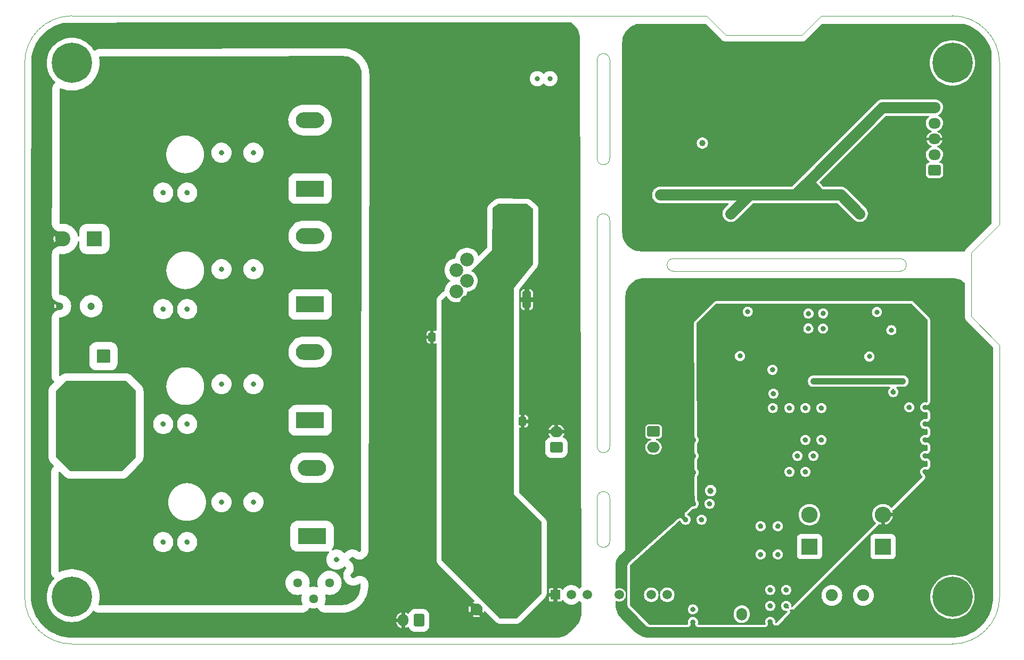
<source format=gbr>
G04 #@! TF.GenerationSoftware,KiCad,Pcbnew,7.0.7+dfsg-1*
G04 #@! TF.CreationDate,2024-12-02T20:39:15+01:00*
G04 #@! TF.ProjectId,evoIII-pulseboard,65766f49-4949-42d7-9075-6c7365626f61,rev?*
G04 #@! TF.SameCoordinates,Original*
G04 #@! TF.FileFunction,Copper,L4,Bot*
G04 #@! TF.FilePolarity,Positive*
%FSLAX46Y46*%
G04 Gerber Fmt 4.6, Leading zero omitted, Abs format (unit mm)*
G04 Created by KiCad (PCBNEW 7.0.7+dfsg-1) date 2024-12-02 20:39:15*
%MOMM*%
%LPD*%
G01*
G04 APERTURE LIST*
G04 Aperture macros list*
%AMRoundRect*
0 Rectangle with rounded corners*
0 $1 Rounding radius*
0 $2 $3 $4 $5 $6 $7 $8 $9 X,Y pos of 4 corners*
0 Add a 4 corners polygon primitive as box body*
4,1,4,$2,$3,$4,$5,$6,$7,$8,$9,$2,$3,0*
0 Add four circle primitives for the rounded corners*
1,1,$1+$1,$2,$3*
1,1,$1+$1,$4,$5*
1,1,$1+$1,$6,$7*
1,1,$1+$1,$8,$9*
0 Add four rect primitives between the rounded corners*
20,1,$1+$1,$2,$3,$4,$5,0*
20,1,$1+$1,$4,$5,$6,$7,0*
20,1,$1+$1,$6,$7,$8,$9,0*
20,1,$1+$1,$8,$9,$2,$3,0*%
G04 Aperture macros list end*
G04 #@! TA.AperFunction,ComponentPad*
%ADD10RoundRect,0.250000X0.600000X0.750000X-0.600000X0.750000X-0.600000X-0.750000X0.600000X-0.750000X0*%
G04 #@! TD*
G04 #@! TA.AperFunction,ComponentPad*
%ADD11O,1.700000X2.000000*%
G04 #@! TD*
G04 #@! TA.AperFunction,ComponentPad*
%ADD12RoundRect,0.250000X-0.600000X-0.750000X0.600000X-0.750000X0.600000X0.750000X-0.600000X0.750000X0*%
G04 #@! TD*
G04 #@! TA.AperFunction,ComponentPad*
%ADD13C,0.800000*%
G04 #@! TD*
G04 #@! TA.AperFunction,ComponentPad*
%ADD14C,6.400000*%
G04 #@! TD*
G04 #@! TA.AperFunction,ComponentPad*
%ADD15R,2.100000X2.100000*%
G04 #@! TD*
G04 #@! TA.AperFunction,ComponentPad*
%ADD16C,2.100000*%
G04 #@! TD*
G04 #@! TA.AperFunction,ComponentPad*
%ADD17RoundRect,0.250000X0.750000X-0.600000X0.750000X0.600000X-0.750000X0.600000X-0.750000X-0.600000X0*%
G04 #@! TD*
G04 #@! TA.AperFunction,ComponentPad*
%ADD18O,2.000000X1.700000*%
G04 #@! TD*
G04 #@! TA.AperFunction,ComponentPad*
%ADD19C,1.200000*%
G04 #@! TD*
G04 #@! TA.AperFunction,ComponentPad*
%ADD20C,2.175000*%
G04 #@! TD*
G04 #@! TA.AperFunction,ComponentPad*
%ADD21RoundRect,0.250000X0.725000X-0.600000X0.725000X0.600000X-0.725000X0.600000X-0.725000X-0.600000X0*%
G04 #@! TD*
G04 #@! TA.AperFunction,ComponentPad*
%ADD22O,1.950000X1.700000*%
G04 #@! TD*
G04 #@! TA.AperFunction,ComponentPad*
%ADD23R,2.600000X2.600000*%
G04 #@! TD*
G04 #@! TA.AperFunction,ComponentPad*
%ADD24O,2.600000X2.600000*%
G04 #@! TD*
G04 #@! TA.AperFunction,ComponentPad*
%ADD25C,1.905000*%
G04 #@! TD*
G04 #@! TA.AperFunction,ComponentPad*
%ADD26R,2.400000X2.400000*%
G04 #@! TD*
G04 #@! TA.AperFunction,ComponentPad*
%ADD27C,2.400000*%
G04 #@! TD*
G04 #@! TA.AperFunction,ComponentPad*
%ADD28RoundRect,0.250000X-0.750000X0.600000X-0.750000X-0.600000X0.750000X-0.600000X0.750000X0.600000X0*%
G04 #@! TD*
G04 #@! TA.AperFunction,ComponentPad*
%ADD29C,1.440000*%
G04 #@! TD*
G04 #@! TA.AperFunction,ComponentPad*
%ADD30R,1.500000X1.500000*%
G04 #@! TD*
G04 #@! TA.AperFunction,ComponentPad*
%ADD31C,1.500000*%
G04 #@! TD*
G04 #@! TA.AperFunction,ComponentPad*
%ADD32R,4.500000X2.500000*%
G04 #@! TD*
G04 #@! TA.AperFunction,ComponentPad*
%ADD33O,4.500000X2.500000*%
G04 #@! TD*
G04 #@! TA.AperFunction,SMDPad,CuDef*
%ADD34RoundRect,0.250000X-0.412500X-1.100000X0.412500X-1.100000X0.412500X1.100000X-0.412500X1.100000X0*%
G04 #@! TD*
G04 #@! TA.AperFunction,SMDPad,CuDef*
%ADD35RoundRect,0.250000X0.337500X0.475000X-0.337500X0.475000X-0.337500X-0.475000X0.337500X-0.475000X0*%
G04 #@! TD*
G04 #@! TA.AperFunction,SMDPad,CuDef*
%ADD36RoundRect,0.250000X-0.337500X-0.475000X0.337500X-0.475000X0.337500X0.475000X-0.337500X0.475000X0*%
G04 #@! TD*
G04 #@! TA.AperFunction,ViaPad*
%ADD37C,0.800000*%
G04 #@! TD*
G04 #@! TA.AperFunction,ViaPad*
%ADD38C,1.000000*%
G04 #@! TD*
G04 #@! TA.AperFunction,Conductor*
%ADD39C,1.800000*%
G04 #@! TD*
G04 #@! TA.AperFunction,Conductor*
%ADD40C,1.000000*%
G04 #@! TD*
G04 #@! TA.AperFunction,Profile*
%ADD41C,0.100000*%
G04 #@! TD*
G04 APERTURE END LIST*
D10*
X280200000Y-188740000D03*
D11*
X277700000Y-188740000D03*
D12*
X329000000Y-187750000D03*
D11*
X331500000Y-187750000D03*
D13*
X222600000Y-185000000D03*
X223302944Y-183302944D03*
X223302944Y-186697056D03*
X225000000Y-182600000D03*
D14*
X225000000Y-185000000D03*
D13*
X225000000Y-187400000D03*
X226697056Y-183302944D03*
X226697056Y-186697056D03*
X227400000Y-185000000D03*
X222600000Y-100000000D03*
X223302944Y-98302944D03*
X223302944Y-101697056D03*
X225000000Y-97600000D03*
D14*
X225000000Y-100000000D03*
D13*
X225000000Y-102400000D03*
X226697056Y-98302944D03*
X226697056Y-101697056D03*
X227400000Y-100000000D03*
D15*
X230022400Y-146685000D03*
D16*
X230022400Y-154185000D03*
X230022400Y-161685000D03*
X230022400Y-169185000D03*
D17*
X302030000Y-161224600D03*
D18*
X302030000Y-158724600D03*
D19*
X223080000Y-138709400D03*
X228080000Y-138709400D03*
D20*
X287831000Y-138096200D03*
X286131000Y-136396200D03*
X287831000Y-134696200D03*
X286131000Y-132996200D03*
X287831000Y-131296200D03*
D21*
X362150000Y-117100000D03*
D22*
X362150000Y-114600000D03*
X362150000Y-112100000D03*
X362150000Y-109600000D03*
X362150000Y-107100000D03*
D23*
X342277000Y-177004000D03*
D24*
X342277000Y-171924000D03*
D25*
X345833000Y-184766000D03*
X350833000Y-184766000D03*
D13*
X362600000Y-100000000D03*
X363302944Y-98302944D03*
X363302944Y-101697056D03*
X365000000Y-97600000D03*
D14*
X365000000Y-100000000D03*
D13*
X365000000Y-102400000D03*
X366697056Y-98302944D03*
X366697056Y-101697056D03*
X367400000Y-100000000D03*
D26*
X228574600Y-128016000D03*
D27*
X223574600Y-128016000D03*
D28*
X317490000Y-158684600D03*
D18*
X317490000Y-161184600D03*
D29*
X265970000Y-182775000D03*
X263430000Y-185315000D03*
X260890000Y-182775000D03*
D30*
X301880000Y-184670000D03*
D31*
X304420000Y-184670000D03*
X306960000Y-184670000D03*
X312040000Y-184670000D03*
X314580000Y-184670000D03*
X317120000Y-184670000D03*
X319660000Y-184670000D03*
D23*
X353961000Y-177004000D03*
D24*
X353961000Y-171924000D03*
D13*
X362600000Y-185000000D03*
X363302944Y-183302944D03*
X363302944Y-186697056D03*
X365000000Y-182600000D03*
D14*
X365000000Y-185000000D03*
D13*
X365000000Y-187400000D03*
X366697056Y-183302944D03*
X366697056Y-186697056D03*
X367400000Y-185000000D03*
D25*
X289314900Y-186972500D03*
X294314900Y-186972500D03*
D32*
X262870000Y-120000000D03*
D33*
X262870000Y-114550000D03*
X262870000Y-109100000D03*
D34*
X294217500Y-137680000D03*
X297342500Y-137680000D03*
D32*
X263175000Y-175350000D03*
D33*
X263175000Y-169900000D03*
X263175000Y-164450000D03*
D32*
X262890000Y-138450000D03*
D33*
X262890000Y-133000000D03*
X262890000Y-127550000D03*
D35*
X284349100Y-143637000D03*
X282274100Y-143637000D03*
D32*
X262890000Y-156900000D03*
D33*
X262890000Y-151450000D03*
X262890000Y-146000000D03*
D36*
X294593100Y-157048200D03*
X296668100Y-157048200D03*
D37*
X301000000Y-102500000D03*
X299000000Y-102500000D03*
X296164000Y-175209200D03*
X293000000Y-125000000D03*
X293000000Y-127000000D03*
X297000000Y-127000000D03*
X295000000Y-125000000D03*
X293000000Y-129000000D03*
X297078400Y-173786800D03*
X297000000Y-129000000D03*
X297000000Y-125000000D03*
X295000000Y-127000000D03*
X295000000Y-129000000D03*
X275336000Y-95707200D03*
X238506000Y-95758000D03*
X250444000Y-189179200D03*
X274269200Y-160963200D03*
X300202600Y-98806000D03*
X300024800Y-133019800D03*
X275590000Y-138684000D03*
X253866800Y-132842000D03*
X251307600Y-95707200D03*
X243332000Y-139192000D03*
X233426000Y-95758000D03*
X220319600Y-117957600D03*
X303326800Y-174650400D03*
X280162000Y-101600000D03*
X259842000Y-95707200D03*
X274269200Y-142421200D03*
X298958000Y-104876600D03*
X289102800Y-123367800D03*
X279908000Y-171450000D03*
X220268800Y-135128000D03*
X220726000Y-172466000D03*
X275336000Y-101600000D03*
X248786800Y-169926000D03*
X302006000Y-155143200D03*
X302514000Y-122961400D03*
X285953200Y-104267000D03*
X269748000Y-181610000D03*
X220268800Y-159258000D03*
X302006000Y-144983200D03*
X239522000Y-120650000D03*
X272694400Y-95758000D03*
X289356800Y-106146600D03*
X275590000Y-157226000D03*
X272542000Y-188722000D03*
X275336000Y-99060000D03*
X248767600Y-95707200D03*
X220472000Y-129794000D03*
X220421200Y-110083600D03*
X286660000Y-189560000D03*
X235204000Y-189230000D03*
X243332000Y-176276000D03*
X303250600Y-95859600D03*
X245465600Y-189179200D03*
X220268800Y-164592000D03*
X271780000Y-179070000D03*
X253866800Y-169926000D03*
X297840400Y-160248600D03*
X220268800Y-162052000D03*
X297662600Y-98806000D03*
X253866800Y-114300000D03*
X220319600Y-115417600D03*
X274777200Y-123879200D03*
X248786800Y-132842000D03*
X255625600Y-189128400D03*
X257175000Y-95707200D03*
X283006800Y-105511600D03*
X253974600Y-95707200D03*
X265074400Y-95758000D03*
X257810000Y-189128400D03*
X239522000Y-157480000D03*
X220726000Y-177546000D03*
X302717200Y-116255800D03*
X300024800Y-140919200D03*
X302056800Y-131724400D03*
X303174400Y-168351200D03*
X243687600Y-95707200D03*
X220472000Y-146456400D03*
X302056800Y-142290800D03*
X220726000Y-167386000D03*
X276098000Y-120142000D03*
X280416000Y-95707200D03*
X220268800Y-154178000D03*
X235966000Y-95758000D03*
X240284000Y-189230000D03*
X304546000Y-176580800D03*
X230124000Y-189230000D03*
X302056800Y-136804400D03*
X302056800Y-129184400D03*
X220268800Y-151638000D03*
X289128200Y-126111000D03*
X277876000Y-95707200D03*
X220472000Y-124714000D03*
X302006000Y-147523200D03*
X290480000Y-189540000D03*
X300024800Y-138099800D03*
X280162000Y-99060000D03*
X220319600Y-112877600D03*
X289102800Y-120827800D03*
X220726000Y-175006000D03*
X242925600Y-189179200D03*
X243332000Y-120650000D03*
X285826200Y-109855000D03*
X289102800Y-118287800D03*
X280085800Y-167614600D03*
X303250600Y-98399600D03*
X220319600Y-120497600D03*
X237744000Y-189230000D03*
X220243400Y-105029000D03*
X243332000Y-157480000D03*
X300964600Y-165074600D03*
X248786800Y-114300000D03*
X280162000Y-104140000D03*
X267614400Y-95758000D03*
X246227600Y-95707200D03*
X278384000Y-182372000D03*
X248786800Y-151130000D03*
X220268800Y-156718000D03*
X232664000Y-189230000D03*
X253085600Y-189128400D03*
X288213800Y-96342200D03*
X269595600Y-179070000D03*
X220522800Y-149098000D03*
X302107600Y-126492000D03*
X302006000Y-150063200D03*
X277622000Y-102870000D03*
X275844000Y-175514000D03*
X267055600Y-179070000D03*
X239522000Y-139192000D03*
X253866800Y-151130000D03*
X247904000Y-189179200D03*
X300024800Y-135559800D03*
X275336000Y-104140000D03*
X297992800Y-165684200D03*
X289255200Y-102336600D03*
X220726000Y-169926000D03*
X302056800Y-134264400D03*
X285140400Y-96367600D03*
X230886000Y-95758000D03*
X303174400Y-113690400D03*
X262534400Y-95758000D03*
X270154400Y-95758000D03*
X281940000Y-169418000D03*
X283921200Y-98729800D03*
X239522000Y-176276000D03*
X220472000Y-143916400D03*
X277876000Y-173482000D03*
X277622000Y-100330000D03*
X302006000Y-152603200D03*
X302056800Y-139623800D03*
X241046000Y-95758000D03*
D38*
X318554000Y-121000000D03*
X340000000Y-121000000D03*
X350250000Y-124000000D03*
X329750000Y-124000000D03*
X329900000Y-139600000D03*
D37*
X329650000Y-178300000D03*
X326850000Y-178300000D03*
D38*
X325150000Y-175950000D03*
D37*
X357000000Y-146200000D03*
D38*
X338300000Y-144200000D03*
X349200000Y-156100000D03*
X328225000Y-156250000D03*
X327600000Y-180350000D03*
X350459000Y-139700000D03*
X358900000Y-144100000D03*
D37*
X336400000Y-146200000D03*
D38*
X346004600Y-168454600D03*
D37*
X351800000Y-146750000D03*
X353000000Y-139650000D03*
X332450000Y-139600000D03*
X331236048Y-146663952D03*
X342920048Y-150670048D03*
X357120048Y-150670048D03*
D38*
X325250000Y-112750000D03*
D37*
X321310000Y-163940000D03*
X317500000Y-172720000D03*
X363220000Y-160130000D03*
X317500000Y-147430000D03*
X337250000Y-173750000D03*
X341630000Y-165100000D03*
X336400000Y-148850000D03*
X363220000Y-147430000D03*
X342125000Y-139900000D03*
X341630000Y-154940000D03*
X360950000Y-135800000D03*
X348157800Y-186766200D03*
X320040000Y-138430000D03*
X318770000Y-170180000D03*
X360680000Y-160020000D03*
X363220000Y-177910000D03*
X363220000Y-152510000D03*
X317500000Y-144890000D03*
X314960000Y-148590000D03*
X314960000Y-140860000D03*
X321310000Y-170180000D03*
X363220000Y-144780000D03*
X337250000Y-178250000D03*
X336440000Y-154940000D03*
X340400000Y-135800000D03*
X336042000Y-183896000D03*
X334500000Y-178250000D03*
X312674000Y-178816000D03*
X358140000Y-187960000D03*
X344170000Y-154940000D03*
X363220000Y-162670000D03*
X317500000Y-139810000D03*
X320040000Y-172720000D03*
X339090000Y-165100000D03*
X326136000Y-135382000D03*
X323850000Y-160020000D03*
X351790000Y-188250000D03*
X314960000Y-138430000D03*
X320040000Y-151130000D03*
X336042000Y-186436000D03*
X360680000Y-157480000D03*
X314960000Y-146050000D03*
X365760000Y-144890000D03*
X349140000Y-135382000D03*
X365760000Y-137160000D03*
X323850000Y-162560000D03*
X342100000Y-142275000D03*
X355600000Y-152400000D03*
X360680000Y-172720000D03*
X365760000Y-139700000D03*
X326390000Y-170180000D03*
X321310000Y-158750000D03*
X355600000Y-182880000D03*
X360680000Y-154830000D03*
X363220000Y-139700000D03*
X324150000Y-139925000D03*
X336042000Y-188976000D03*
X323850000Y-165210000D03*
X321310000Y-161290000D03*
X314960000Y-143510000D03*
X338582000Y-183896000D03*
X314850000Y-172720000D03*
X342900000Y-162560000D03*
X344170000Y-160020000D03*
X320040000Y-140860000D03*
X341630000Y-160020000D03*
X325120000Y-172720000D03*
X360680000Y-175260000D03*
X336200000Y-135800000D03*
X323750000Y-187000000D03*
X322580000Y-172720000D03*
X317500000Y-142350000D03*
X336550000Y-152654000D03*
X358140000Y-180340000D03*
X360680000Y-162560000D03*
X365760000Y-142350000D03*
X320040000Y-148590000D03*
X363220000Y-165210000D03*
X334500000Y-173750000D03*
X320040000Y-146050000D03*
X360680000Y-177800000D03*
X312928000Y-187706000D03*
X363220000Y-157480000D03*
X338582000Y-188976000D03*
X358140000Y-154830000D03*
X355600000Y-187960000D03*
X360680000Y-165100000D03*
X363220000Y-175370000D03*
X344425000Y-142300000D03*
X323750000Y-189000000D03*
X360680000Y-180450000D03*
X323850000Y-170180000D03*
X355300000Y-142550000D03*
X358140000Y-185420000D03*
X312420000Y-182118000D03*
X331216000Y-135382000D03*
X363220000Y-149970000D03*
X363220000Y-167750000D03*
X363220000Y-170180000D03*
X328566000Y-135382000D03*
X358140000Y-182880000D03*
X339090000Y-154940000D03*
X314850000Y-167640000D03*
X363220000Y-142240000D03*
X351790000Y-135382000D03*
X363220000Y-172830000D03*
X317500000Y-167640000D03*
X314960000Y-189484000D03*
X314960000Y-151130000D03*
X360680000Y-170180000D03*
X343790000Y-188250000D03*
X338582000Y-186436000D03*
X356750000Y-135800000D03*
X355600000Y-185420000D03*
X360680000Y-167530000D03*
X317500000Y-137160000D03*
X346710000Y-135382000D03*
X340360000Y-162560000D03*
X344450000Y-139875000D03*
X320040000Y-143510000D03*
X313944000Y-175768000D03*
X316120000Y-170180000D03*
X337500000Y-115500000D03*
X320490000Y-96250000D03*
X314500000Y-113000000D03*
X317000000Y-117000000D03*
X340500000Y-115500000D03*
X318000000Y-128000000D03*
X331050000Y-98250000D03*
X319000000Y-115000000D03*
X346000000Y-100500000D03*
X358000000Y-120500000D03*
X330500000Y-106500000D03*
X342500000Y-128000000D03*
X318500000Y-110500000D03*
X318780000Y-98250000D03*
X369800000Y-115800000D03*
X334260000Y-98250000D03*
X326059800Y-128905000D03*
X337260000Y-98250000D03*
X336000000Y-118000000D03*
X332500000Y-113500000D03*
X328650600Y-128905000D03*
X364800000Y-128300000D03*
X327500000Y-106500000D03*
X314280000Y-96250000D03*
X346583000Y-128905000D03*
X358800000Y-128300000D03*
X336500000Y-106500000D03*
X346000000Y-95500000D03*
X356000000Y-125000000D03*
X350600000Y-100500000D03*
X328930000Y-102700000D03*
X369800000Y-105800000D03*
X344180000Y-99420000D03*
X317500000Y-113000000D03*
X369800000Y-110800000D03*
X322500000Y-106500000D03*
X369800000Y-113300000D03*
X323490000Y-96250000D03*
X340720000Y-98270000D03*
X339000000Y-118000000D03*
X369800000Y-118500000D03*
X333500000Y-106500000D03*
X335500000Y-113500000D03*
X321000000Y-128000000D03*
X369800000Y-121000000D03*
X326220000Y-102700000D03*
X315780000Y-98250000D03*
X361800000Y-128300000D03*
X363400000Y-126500000D03*
X338500000Y-113500000D03*
X358000000Y-123500000D03*
X360400000Y-126500000D03*
X348500000Y-106500000D03*
X369800000Y-123500000D03*
X323500000Y-110500000D03*
X344180000Y-97060000D03*
X331216000Y-128905000D03*
X337000000Y-111500000D03*
X351739200Y-128905000D03*
X368370000Y-125150000D03*
X325500000Y-108500000D03*
X350600000Y-95500000D03*
X323400000Y-124400000D03*
X342500000Y-106500000D03*
X334000000Y-111500000D03*
X314500000Y-128000000D03*
X317280000Y-96250000D03*
X323220000Y-102700000D03*
X369800000Y-108400000D03*
X331000000Y-111500000D03*
X331930000Y-102700000D03*
X320500000Y-113000000D03*
X334500000Y-115500000D03*
X345500000Y-106500000D03*
X314000000Y-117000000D03*
X324990000Y-98250000D03*
X316000000Y-115000000D03*
X344100000Y-124400000D03*
X328050000Y-98250000D03*
X339500000Y-106500000D03*
X321990000Y-98250000D03*
X341500000Y-113500000D03*
X349173800Y-128905000D03*
X340000000Y-111500000D03*
X337100000Y-102750000D03*
X356000000Y-122000000D03*
X339500000Y-128000000D03*
X336000000Y-128000000D03*
X343000000Y-111500000D03*
X320500000Y-108500000D03*
X356000000Y-119000000D03*
X366700000Y-126860000D03*
X320220000Y-102700000D03*
D38*
X326550000Y-168100000D03*
D39*
X342000000Y-119000000D02*
X340000000Y-121000000D01*
X340000000Y-121000000D02*
X343250000Y-121000000D01*
X342000000Y-119000000D02*
X344000000Y-121000000D01*
X332750000Y-121000000D02*
X329750000Y-124000000D01*
X335000000Y-121000000D02*
X332750000Y-121000000D01*
X345250000Y-121000000D02*
X347250000Y-121000000D01*
X362150000Y-107100000D02*
X353900000Y-107100000D01*
X344000000Y-121000000D02*
X345250000Y-121000000D01*
X340000000Y-121000000D02*
X335000000Y-121000000D01*
X353900000Y-107100000D02*
X342000000Y-119000000D01*
X347250000Y-121000000D02*
X350250000Y-124000000D01*
X318554000Y-121000000D02*
X335000000Y-121000000D01*
X343250000Y-121000000D02*
X345250000Y-121000000D01*
X343250000Y-121000000D02*
X343250000Y-120250000D01*
X343250000Y-120250000D02*
X342000000Y-119000000D01*
D40*
X342920048Y-150670048D02*
X357120048Y-150670048D01*
G04 #@! TA.AperFunction,Conductor*
G36*
X323824568Y-186610902D02*
G01*
X323851633Y-186617078D01*
X323909287Y-186637252D01*
X323934297Y-186649297D01*
X323986007Y-186681789D01*
X324007715Y-186699101D01*
X324050896Y-186742282D01*
X324068209Y-186763991D01*
X324100702Y-186815703D01*
X324112749Y-186840720D01*
X324121573Y-186865937D01*
X324130446Y-186891296D01*
X324132918Y-186898359D01*
X324139097Y-186925431D01*
X324145934Y-186986115D01*
X324145934Y-187013881D01*
X324139097Y-187074562D01*
X324132919Y-187101633D01*
X324112748Y-187159280D01*
X324100700Y-187184298D01*
X324068209Y-187236007D01*
X324050896Y-187257716D01*
X324007716Y-187300896D01*
X323986007Y-187318209D01*
X323934298Y-187350700D01*
X323909280Y-187362748D01*
X323851633Y-187382919D01*
X323824564Y-187389097D01*
X323763888Y-187395934D01*
X323736123Y-187395934D01*
X323675426Y-187389096D01*
X323648360Y-187382918D01*
X323590718Y-187362748D01*
X323565706Y-187350703D01*
X323513989Y-187318208D01*
X323492283Y-187300897D01*
X323449101Y-187257715D01*
X323431788Y-187236006D01*
X323429197Y-187231882D01*
X323399293Y-187184291D01*
X323387250Y-187159281D01*
X323367077Y-187101632D01*
X323360901Y-187074572D01*
X323354064Y-187013885D01*
X323354064Y-186986125D01*
X323360902Y-186925429D01*
X323367080Y-186898359D01*
X323387253Y-186840706D01*
X323399296Y-186815703D01*
X323431791Y-186763986D01*
X323449097Y-186742286D01*
X323492286Y-186699097D01*
X323513985Y-186681792D01*
X323565710Y-186649291D01*
X323590712Y-186637251D01*
X323648367Y-186617077D01*
X323675423Y-186610901D01*
X323736112Y-186604064D01*
X323763872Y-186604064D01*
X323824568Y-186610902D01*
G37*
G04 #@! TD.AperFunction*
G04 #@! TA.AperFunction,Conductor*
G36*
X338656568Y-186046902D02*
G01*
X338683633Y-186053078D01*
X338741287Y-186073252D01*
X338766297Y-186085297D01*
X338818007Y-186117789D01*
X338839715Y-186135101D01*
X338882896Y-186178282D01*
X338900209Y-186199991D01*
X338932702Y-186251703D01*
X338944749Y-186276720D01*
X338964918Y-186334359D01*
X338971097Y-186361431D01*
X338977934Y-186422112D01*
X338977934Y-186449878D01*
X338975196Y-186474182D01*
X338975196Y-186474183D01*
X338973961Y-186492773D01*
X338973308Y-186524814D01*
X338973596Y-186550444D01*
X338998788Y-186674772D01*
X338998791Y-186674782D01*
X339010179Y-186705316D01*
X339015162Y-186775007D01*
X338981676Y-186836330D01*
X338920352Y-186869814D01*
X338853759Y-186865937D01*
X338795127Y-186845823D01*
X338795129Y-186845823D01*
X338795124Y-186845822D01*
X338760713Y-186839795D01*
X338726298Y-186833767D01*
X338614962Y-186830361D01*
X338610941Y-186830238D01*
X338610940Y-186830238D01*
X338610937Y-186830238D01*
X338595874Y-186831935D01*
X338568113Y-186831934D01*
X338507439Y-186825098D01*
X338480367Y-186818920D01*
X338422716Y-186798747D01*
X338397700Y-186786699D01*
X338345993Y-186754210D01*
X338324283Y-186736897D01*
X338281101Y-186693715D01*
X338263788Y-186672006D01*
X338244849Y-186641865D01*
X338231293Y-186620291D01*
X338219250Y-186595281D01*
X338199077Y-186537632D01*
X338192901Y-186510572D01*
X338186064Y-186449885D01*
X338186064Y-186422125D01*
X338192902Y-186361429D01*
X338199080Y-186334359D01*
X338219253Y-186276706D01*
X338231296Y-186251703D01*
X338263791Y-186199986D01*
X338281097Y-186178286D01*
X338324286Y-186135097D01*
X338345985Y-186117792D01*
X338397710Y-186085291D01*
X338422712Y-186073251D01*
X338480367Y-186053077D01*
X338507423Y-186046901D01*
X338568112Y-186040064D01*
X338595872Y-186040064D01*
X338656568Y-186046902D01*
G37*
G04 #@! TD.AperFunction*
G04 #@! TA.AperFunction,Conductor*
G36*
X336116568Y-186046902D02*
G01*
X336143633Y-186053078D01*
X336201287Y-186073252D01*
X336226297Y-186085297D01*
X336278007Y-186117789D01*
X336299715Y-186135101D01*
X336342896Y-186178282D01*
X336360209Y-186199991D01*
X336392702Y-186251703D01*
X336404749Y-186276720D01*
X336424918Y-186334359D01*
X336431097Y-186361431D01*
X336437934Y-186422115D01*
X336437934Y-186449881D01*
X336431097Y-186510562D01*
X336424919Y-186537633D01*
X336404748Y-186595280D01*
X336392700Y-186620298D01*
X336360209Y-186672007D01*
X336342896Y-186693716D01*
X336299716Y-186736896D01*
X336278007Y-186754209D01*
X336226298Y-186786700D01*
X336201280Y-186798748D01*
X336143633Y-186818919D01*
X336116564Y-186825097D01*
X336055888Y-186831934D01*
X336028123Y-186831934D01*
X335967426Y-186825096D01*
X335940360Y-186818918D01*
X335882718Y-186798748D01*
X335857706Y-186786703D01*
X335805989Y-186754208D01*
X335784283Y-186736897D01*
X335741101Y-186693715D01*
X335723788Y-186672006D01*
X335704849Y-186641865D01*
X335691293Y-186620291D01*
X335679250Y-186595281D01*
X335659077Y-186537632D01*
X335652901Y-186510572D01*
X335646064Y-186449885D01*
X335646064Y-186422125D01*
X335652902Y-186361429D01*
X335659080Y-186334359D01*
X335679253Y-186276706D01*
X335691296Y-186251703D01*
X335723791Y-186199986D01*
X335741097Y-186178286D01*
X335784286Y-186135097D01*
X335805985Y-186117792D01*
X335857710Y-186085291D01*
X335882712Y-186073251D01*
X335940367Y-186053077D01*
X335967423Y-186046901D01*
X336028112Y-186040064D01*
X336055872Y-186040064D01*
X336116568Y-186046902D01*
G37*
G04 #@! TD.AperFunction*
G04 #@! TA.AperFunction,Conductor*
G36*
X336116568Y-183506902D02*
G01*
X336143633Y-183513078D01*
X336201287Y-183533252D01*
X336226297Y-183545297D01*
X336278007Y-183577789D01*
X336299715Y-183595101D01*
X336342895Y-183638281D01*
X336360208Y-183659990D01*
X336392701Y-183711702D01*
X336404748Y-183736719D01*
X336424918Y-183794361D01*
X336431097Y-183821432D01*
X336437934Y-183882115D01*
X336437935Y-183882117D01*
X336437935Y-183909881D01*
X336437156Y-183916801D01*
X336431097Y-183970565D01*
X336424919Y-183997633D01*
X336404748Y-184055280D01*
X336392700Y-184080298D01*
X336360209Y-184132007D01*
X336342896Y-184153716D01*
X336299716Y-184196896D01*
X336278007Y-184214209D01*
X336226298Y-184246700D01*
X336201280Y-184258748D01*
X336143633Y-184278919D01*
X336116564Y-184285097D01*
X336055888Y-184291934D01*
X336028123Y-184291934D01*
X335967426Y-184285096D01*
X335940360Y-184278918D01*
X335882718Y-184258748D01*
X335857706Y-184246703D01*
X335805989Y-184214208D01*
X335784283Y-184196897D01*
X335741101Y-184153715D01*
X335723788Y-184132006D01*
X335691295Y-184080294D01*
X335679250Y-184055281D01*
X335659077Y-183997632D01*
X335652901Y-183970572D01*
X335646064Y-183909885D01*
X335646064Y-183882125D01*
X335652902Y-183821429D01*
X335659077Y-183794366D01*
X335679253Y-183736706D01*
X335691296Y-183711702D01*
X335723791Y-183659986D01*
X335741097Y-183638286D01*
X335784286Y-183595097D01*
X335805985Y-183577792D01*
X335857710Y-183545291D01*
X335882712Y-183533251D01*
X335940367Y-183513077D01*
X335967423Y-183506901D01*
X336028112Y-183500064D01*
X336055872Y-183500064D01*
X336116568Y-183506902D01*
G37*
G04 #@! TD.AperFunction*
G04 #@! TA.AperFunction,Conductor*
G36*
X338656568Y-183506902D02*
G01*
X338683633Y-183513078D01*
X338741287Y-183533252D01*
X338766297Y-183545297D01*
X338818007Y-183577789D01*
X338839715Y-183595101D01*
X338882895Y-183638281D01*
X338900208Y-183659990D01*
X338932701Y-183711702D01*
X338944748Y-183736719D01*
X338964918Y-183794361D01*
X338971097Y-183821433D01*
X338977934Y-183882115D01*
X338977934Y-183909881D01*
X338971097Y-183970562D01*
X338964919Y-183997633D01*
X338944748Y-184055280D01*
X338932700Y-184080298D01*
X338900209Y-184132007D01*
X338882896Y-184153716D01*
X338839716Y-184196896D01*
X338818007Y-184214209D01*
X338766298Y-184246700D01*
X338741280Y-184258748D01*
X338683633Y-184278919D01*
X338656564Y-184285097D01*
X338595888Y-184291934D01*
X338568123Y-184291934D01*
X338507426Y-184285096D01*
X338480360Y-184278918D01*
X338422718Y-184258748D01*
X338397706Y-184246703D01*
X338345989Y-184214208D01*
X338324283Y-184196897D01*
X338281101Y-184153715D01*
X338263788Y-184132006D01*
X338231295Y-184080294D01*
X338219250Y-184055281D01*
X338199077Y-183997632D01*
X338192901Y-183970572D01*
X338186064Y-183909885D01*
X338186064Y-183882125D01*
X338192902Y-183821429D01*
X338199077Y-183794366D01*
X338219253Y-183736706D01*
X338231296Y-183711702D01*
X338263791Y-183659986D01*
X338281097Y-183638286D01*
X338324286Y-183595097D01*
X338345985Y-183577792D01*
X338397710Y-183545291D01*
X338422712Y-183533251D01*
X338480367Y-183513077D01*
X338507423Y-183506901D01*
X338568112Y-183500064D01*
X338595872Y-183500064D01*
X338656568Y-183506902D01*
G37*
G04 #@! TD.AperFunction*
G04 #@! TA.AperFunction,Conductor*
G36*
X334574568Y-177860902D02*
G01*
X334601633Y-177867078D01*
X334659287Y-177887252D01*
X334684297Y-177899297D01*
X334736007Y-177931789D01*
X334757715Y-177949101D01*
X334800896Y-177992282D01*
X334818209Y-178013991D01*
X334850702Y-178065703D01*
X334862747Y-178090716D01*
X334882918Y-178148359D01*
X334882919Y-178148361D01*
X334889097Y-178175429D01*
X334895935Y-178236119D01*
X334895935Y-178263885D01*
X334889097Y-178324565D01*
X334882919Y-178351633D01*
X334862748Y-178409280D01*
X334850700Y-178434298D01*
X334818209Y-178486007D01*
X334800896Y-178507716D01*
X334757716Y-178550896D01*
X334736007Y-178568209D01*
X334684298Y-178600700D01*
X334659280Y-178612748D01*
X334601633Y-178632919D01*
X334574564Y-178639097D01*
X334513888Y-178645934D01*
X334486123Y-178645934D01*
X334425426Y-178639096D01*
X334398360Y-178632918D01*
X334340718Y-178612748D01*
X334315706Y-178600703D01*
X334263989Y-178568208D01*
X334242283Y-178550897D01*
X334199101Y-178507715D01*
X334181788Y-178486006D01*
X334149295Y-178434294D01*
X334137250Y-178409281D01*
X334117077Y-178351632D01*
X334110901Y-178324572D01*
X334104064Y-178263882D01*
X334104064Y-178236125D01*
X334110902Y-178175429D01*
X334117077Y-178148366D01*
X334137253Y-178090706D01*
X334149296Y-178065703D01*
X334181791Y-178013986D01*
X334199097Y-177992286D01*
X334242286Y-177949097D01*
X334263985Y-177931792D01*
X334315710Y-177899291D01*
X334340712Y-177887251D01*
X334398367Y-177867077D01*
X334425423Y-177860901D01*
X334486112Y-177854064D01*
X334513872Y-177854064D01*
X334574568Y-177860902D01*
G37*
G04 #@! TD.AperFunction*
G04 #@! TA.AperFunction,Conductor*
G36*
X337324568Y-177860902D02*
G01*
X337351633Y-177867078D01*
X337409287Y-177887252D01*
X337434297Y-177899297D01*
X337486007Y-177931789D01*
X337507715Y-177949101D01*
X337550896Y-177992282D01*
X337568209Y-178013991D01*
X337600702Y-178065703D01*
X337612749Y-178090720D01*
X337632918Y-178148359D01*
X337639097Y-178175430D01*
X337645935Y-178236115D01*
X337645935Y-178263882D01*
X337640151Y-178315218D01*
X337639096Y-178324579D01*
X337632919Y-178351634D01*
X337612748Y-178409280D01*
X337600700Y-178434298D01*
X337568209Y-178486007D01*
X337550896Y-178507716D01*
X337507716Y-178550896D01*
X337486007Y-178568209D01*
X337434298Y-178600700D01*
X337409280Y-178612748D01*
X337351633Y-178632919D01*
X337324564Y-178639097D01*
X337263888Y-178645934D01*
X337236123Y-178645934D01*
X337175426Y-178639096D01*
X337148360Y-178632918D01*
X337090718Y-178612748D01*
X337065706Y-178600703D01*
X337013989Y-178568208D01*
X336992283Y-178550897D01*
X336949101Y-178507715D01*
X336931788Y-178486006D01*
X336899295Y-178434294D01*
X336887250Y-178409281D01*
X336867077Y-178351632D01*
X336860901Y-178324572D01*
X336854064Y-178263882D01*
X336854064Y-178236125D01*
X336860902Y-178175429D01*
X336867077Y-178148366D01*
X336887253Y-178090706D01*
X336899296Y-178065703D01*
X336931791Y-178013986D01*
X336949097Y-177992286D01*
X336992286Y-177949097D01*
X337013985Y-177931792D01*
X337065710Y-177899291D01*
X337090712Y-177887251D01*
X337148367Y-177867077D01*
X337175423Y-177860901D01*
X337236112Y-177854064D01*
X337263872Y-177854064D01*
X337324568Y-177860902D01*
G37*
G04 #@! TD.AperFunction*
G04 #@! TA.AperFunction,Conductor*
G36*
X334574568Y-173360902D02*
G01*
X334601633Y-173367078D01*
X334659289Y-173387253D01*
X334684293Y-173399295D01*
X334736004Y-173431786D01*
X334757713Y-173449099D01*
X334800900Y-173492287D01*
X334818208Y-173513990D01*
X334850699Y-173565699D01*
X334862747Y-173590715D01*
X334882919Y-173648365D01*
X334889097Y-173675434D01*
X334895935Y-173736120D01*
X334895935Y-173763883D01*
X334893651Y-173784146D01*
X334889097Y-173824565D01*
X334882919Y-173851633D01*
X334862748Y-173909280D01*
X334850700Y-173934298D01*
X334818209Y-173986007D01*
X334800896Y-174007716D01*
X334757716Y-174050896D01*
X334736007Y-174068209D01*
X334684298Y-174100700D01*
X334659280Y-174112748D01*
X334601633Y-174132919D01*
X334574564Y-174139097D01*
X334513888Y-174145934D01*
X334486123Y-174145934D01*
X334425426Y-174139096D01*
X334398360Y-174132918D01*
X334340718Y-174112748D01*
X334315706Y-174100703D01*
X334263989Y-174068208D01*
X334242283Y-174050897D01*
X334199101Y-174007715D01*
X334181788Y-173986006D01*
X334149295Y-173934294D01*
X334137250Y-173909281D01*
X334117077Y-173851632D01*
X334110901Y-173824572D01*
X334104064Y-173763883D01*
X334104064Y-173736125D01*
X334110902Y-173675429D01*
X334117078Y-173648365D01*
X334137253Y-173590706D01*
X334149294Y-173565704D01*
X334181791Y-173513986D01*
X334199097Y-173492286D01*
X334242286Y-173449097D01*
X334263985Y-173431792D01*
X334315710Y-173399291D01*
X334340712Y-173387251D01*
X334398367Y-173367077D01*
X334425423Y-173360901D01*
X334486112Y-173354064D01*
X334513872Y-173354064D01*
X334574568Y-173360902D01*
G37*
G04 #@! TD.AperFunction*
G04 #@! TA.AperFunction,Conductor*
G36*
X337324568Y-173360902D02*
G01*
X337351633Y-173367078D01*
X337409287Y-173387252D01*
X337434293Y-173399294D01*
X337486007Y-173431788D01*
X337507714Y-173449100D01*
X337550896Y-173492282D01*
X337568209Y-173513991D01*
X337600700Y-173565700D01*
X337612748Y-173590718D01*
X337632919Y-173648365D01*
X337639097Y-173675435D01*
X337645934Y-173736115D01*
X337645934Y-173763883D01*
X337639097Y-173824563D01*
X337632919Y-173851633D01*
X337612748Y-173909280D01*
X337600700Y-173934298D01*
X337568209Y-173986007D01*
X337550896Y-174007716D01*
X337507716Y-174050896D01*
X337486007Y-174068209D01*
X337434298Y-174100700D01*
X337409280Y-174112748D01*
X337351633Y-174132919D01*
X337324564Y-174139097D01*
X337263888Y-174145934D01*
X337236123Y-174145934D01*
X337175426Y-174139096D01*
X337148360Y-174132918D01*
X337090718Y-174112748D01*
X337065706Y-174100703D01*
X337013989Y-174068208D01*
X336992283Y-174050897D01*
X336949101Y-174007715D01*
X336931788Y-173986006D01*
X336899295Y-173934294D01*
X336887250Y-173909281D01*
X336867077Y-173851632D01*
X336860901Y-173824572D01*
X336854064Y-173763883D01*
X336854064Y-173736125D01*
X336860902Y-173675429D01*
X336867078Y-173648365D01*
X336887253Y-173590706D01*
X336899294Y-173565704D01*
X336931791Y-173513986D01*
X336949097Y-173492286D01*
X336992286Y-173449097D01*
X337013985Y-173431792D01*
X337065710Y-173399291D01*
X337090712Y-173387251D01*
X337148367Y-173367077D01*
X337175423Y-173360901D01*
X337236112Y-173354064D01*
X337263872Y-173354064D01*
X337324568Y-173360902D01*
G37*
G04 #@! TD.AperFunction*
G04 #@! TA.AperFunction,Conductor*
G36*
X325141284Y-172324898D02*
G01*
X325159541Y-172326956D01*
X325190183Y-172330407D01*
X325194567Y-172330901D01*
X325221633Y-172337078D01*
X325279287Y-172357252D01*
X325304293Y-172369294D01*
X325356007Y-172401788D01*
X325377714Y-172419100D01*
X325420896Y-172462282D01*
X325438209Y-172483991D01*
X325470700Y-172535700D01*
X325482748Y-172560718D01*
X325502919Y-172618365D01*
X325509097Y-172645435D01*
X325515934Y-172706115D01*
X325515934Y-172733883D01*
X325509097Y-172794563D01*
X325502919Y-172821633D01*
X325482748Y-172879280D01*
X325470700Y-172904298D01*
X325438209Y-172956007D01*
X325420896Y-172977716D01*
X325377716Y-173020896D01*
X325356007Y-173038209D01*
X325304298Y-173070700D01*
X325279280Y-173082748D01*
X325221633Y-173102919D01*
X325194564Y-173109097D01*
X325133888Y-173115934D01*
X325106123Y-173115934D01*
X325045426Y-173109096D01*
X325018360Y-173102918D01*
X324960718Y-173082748D01*
X324935706Y-173070703D01*
X324883989Y-173038208D01*
X324862283Y-173020897D01*
X324819101Y-172977715D01*
X324801788Y-172956006D01*
X324769295Y-172904294D01*
X324757250Y-172879281D01*
X324737077Y-172821632D01*
X324730901Y-172794572D01*
X324724064Y-172733883D01*
X324724064Y-172706125D01*
X324730902Y-172645429D01*
X324737078Y-172618365D01*
X324757253Y-172560706D01*
X324769294Y-172535704D01*
X324801791Y-172483986D01*
X324819097Y-172462286D01*
X324862286Y-172419097D01*
X324883985Y-172401792D01*
X324935710Y-172369291D01*
X324960712Y-172357251D01*
X325018367Y-172337077D01*
X325045418Y-172330902D01*
X325106123Y-172324063D01*
X325133878Y-172324063D01*
X325141284Y-172324898D01*
G37*
G04 #@! TD.AperFunction*
G04 #@! TA.AperFunction,Conductor*
G36*
X326464568Y-169790902D02*
G01*
X326491633Y-169797078D01*
X326549287Y-169817252D01*
X326574297Y-169829297D01*
X326626007Y-169861789D01*
X326647715Y-169879101D01*
X326690896Y-169922282D01*
X326708209Y-169943991D01*
X326740702Y-169995703D01*
X326752747Y-170020716D01*
X326772919Y-170078361D01*
X326779097Y-170105431D01*
X326785934Y-170166110D01*
X326785934Y-170193878D01*
X326779096Y-170254567D01*
X326772918Y-170281636D01*
X326752750Y-170339276D01*
X326740702Y-170364295D01*
X326708209Y-170416007D01*
X326690896Y-170437716D01*
X326647716Y-170480896D01*
X326626007Y-170498209D01*
X326574298Y-170530700D01*
X326549280Y-170542748D01*
X326491633Y-170562919D01*
X326464564Y-170569097D01*
X326403888Y-170575934D01*
X326376123Y-170575934D01*
X326315426Y-170569096D01*
X326288360Y-170562918D01*
X326230718Y-170542748D01*
X326205706Y-170530703D01*
X326153989Y-170498208D01*
X326132283Y-170480897D01*
X326089101Y-170437715D01*
X326071788Y-170416006D01*
X326039293Y-170364291D01*
X326027250Y-170339281D01*
X326007077Y-170281631D01*
X326000901Y-170254572D01*
X325994064Y-170193885D01*
X325994064Y-170166125D01*
X326000902Y-170105429D01*
X326007077Y-170078366D01*
X326027253Y-170020706D01*
X326039296Y-169995702D01*
X326071791Y-169943986D01*
X326089097Y-169922286D01*
X326132286Y-169879097D01*
X326153985Y-169861792D01*
X326205710Y-169829291D01*
X326230712Y-169817251D01*
X326288367Y-169797077D01*
X326315423Y-169790901D01*
X326376112Y-169784064D01*
X326403872Y-169784064D01*
X326464568Y-169790902D01*
G37*
G04 #@! TD.AperFunction*
G04 #@! TA.AperFunction,Conductor*
G36*
X339164568Y-164710902D02*
G01*
X339191633Y-164717078D01*
X339249287Y-164737252D01*
X339274297Y-164749297D01*
X339326007Y-164781789D01*
X339347715Y-164799101D01*
X339390896Y-164842282D01*
X339408209Y-164863991D01*
X339440702Y-164915703D01*
X339452747Y-164940716D01*
X339472919Y-164998361D01*
X339479097Y-165025431D01*
X339485935Y-165086116D01*
X339485935Y-165113883D01*
X339485072Y-165121545D01*
X339479097Y-165174565D01*
X339472919Y-165201633D01*
X339452748Y-165259280D01*
X339440700Y-165284298D01*
X339408209Y-165336007D01*
X339390896Y-165357716D01*
X339347716Y-165400896D01*
X339326007Y-165418209D01*
X339274298Y-165450700D01*
X339249280Y-165462748D01*
X339191633Y-165482919D01*
X339164564Y-165489097D01*
X339103888Y-165495934D01*
X339076123Y-165495934D01*
X339015426Y-165489096D01*
X338988360Y-165482918D01*
X338983830Y-165481333D01*
X338930718Y-165462748D01*
X338905706Y-165450703D01*
X338853989Y-165418208D01*
X338832283Y-165400897D01*
X338789101Y-165357715D01*
X338771788Y-165336006D01*
X338739293Y-165284291D01*
X338727250Y-165259281D01*
X338707077Y-165201632D01*
X338700901Y-165174572D01*
X338694064Y-165113883D01*
X338694064Y-165086125D01*
X338700902Y-165025429D01*
X338707077Y-164998366D01*
X338727253Y-164940706D01*
X338739296Y-164915703D01*
X338771791Y-164863986D01*
X338789097Y-164842286D01*
X338832286Y-164799097D01*
X338853985Y-164781792D01*
X338905710Y-164749291D01*
X338930712Y-164737251D01*
X338988367Y-164717077D01*
X339015423Y-164710901D01*
X339076112Y-164704064D01*
X339103872Y-164704064D01*
X339164568Y-164710902D01*
G37*
G04 #@! TD.AperFunction*
G04 #@! TA.AperFunction,Conductor*
G36*
X341704568Y-164710902D02*
G01*
X341731633Y-164717078D01*
X341789287Y-164737252D01*
X341814297Y-164749297D01*
X341866007Y-164781789D01*
X341887715Y-164799101D01*
X341930896Y-164842282D01*
X341948209Y-164863991D01*
X341980702Y-164915703D01*
X341992747Y-164940716D01*
X342012919Y-164998361D01*
X342019097Y-165025432D01*
X342025934Y-165086116D01*
X342025934Y-165113883D01*
X342019097Y-165174563D01*
X342012919Y-165201633D01*
X341992748Y-165259280D01*
X341980700Y-165284298D01*
X341948209Y-165336007D01*
X341930896Y-165357716D01*
X341887716Y-165400896D01*
X341866007Y-165418209D01*
X341814298Y-165450700D01*
X341789280Y-165462748D01*
X341731633Y-165482919D01*
X341704564Y-165489097D01*
X341643888Y-165495934D01*
X341616123Y-165495934D01*
X341555426Y-165489096D01*
X341528360Y-165482918D01*
X341523830Y-165481333D01*
X341470718Y-165462748D01*
X341445706Y-165450703D01*
X341393989Y-165418208D01*
X341372283Y-165400897D01*
X341329101Y-165357715D01*
X341311788Y-165336006D01*
X341279293Y-165284291D01*
X341267250Y-165259281D01*
X341247077Y-165201632D01*
X341240901Y-165174572D01*
X341234064Y-165113883D01*
X341234064Y-165086125D01*
X341240902Y-165025429D01*
X341247077Y-164998366D01*
X341267253Y-164940706D01*
X341279296Y-164915703D01*
X341311791Y-164863986D01*
X341329097Y-164842286D01*
X341372286Y-164799097D01*
X341393985Y-164781792D01*
X341445710Y-164749291D01*
X341470712Y-164737251D01*
X341528367Y-164717077D01*
X341555423Y-164710901D01*
X341616112Y-164704064D01*
X341643872Y-164704064D01*
X341704568Y-164710902D01*
G37*
G04 #@! TD.AperFunction*
G04 #@! TA.AperFunction,Conductor*
G36*
X340434568Y-162170902D02*
G01*
X340461633Y-162177078D01*
X340519287Y-162197252D01*
X340544297Y-162209297D01*
X340596007Y-162241789D01*
X340617715Y-162259101D01*
X340660896Y-162302282D01*
X340678209Y-162323991D01*
X340710702Y-162375703D01*
X340722747Y-162400716D01*
X340742919Y-162458361D01*
X340749097Y-162485431D01*
X340755935Y-162546116D01*
X340755935Y-162573883D01*
X340753651Y-162594146D01*
X340749097Y-162634565D01*
X340742919Y-162661633D01*
X340722748Y-162719280D01*
X340710700Y-162744298D01*
X340678209Y-162796007D01*
X340660896Y-162817716D01*
X340617716Y-162860896D01*
X340596007Y-162878209D01*
X340544298Y-162910700D01*
X340519280Y-162922748D01*
X340461633Y-162942919D01*
X340434564Y-162949097D01*
X340373888Y-162955934D01*
X340346123Y-162955934D01*
X340285426Y-162949096D01*
X340258360Y-162942918D01*
X340200718Y-162922748D01*
X340175706Y-162910703D01*
X340123989Y-162878208D01*
X340102283Y-162860897D01*
X340059101Y-162817715D01*
X340041788Y-162796006D01*
X340009295Y-162744294D01*
X339997250Y-162719281D01*
X339977077Y-162661632D01*
X339970901Y-162634572D01*
X339964064Y-162573883D01*
X339964064Y-162546125D01*
X339970902Y-162485429D01*
X339977077Y-162458366D01*
X339997253Y-162400706D01*
X340009296Y-162375702D01*
X340041791Y-162323986D01*
X340059097Y-162302286D01*
X340102286Y-162259097D01*
X340123985Y-162241792D01*
X340175710Y-162209291D01*
X340200712Y-162197251D01*
X340258367Y-162177077D01*
X340285423Y-162170901D01*
X340346112Y-162164064D01*
X340373872Y-162164064D01*
X340434568Y-162170902D01*
G37*
G04 #@! TD.AperFunction*
G04 #@! TA.AperFunction,Conductor*
G36*
X342974568Y-162170902D02*
G01*
X343001633Y-162177078D01*
X343059287Y-162197252D01*
X343084297Y-162209297D01*
X343136007Y-162241789D01*
X343157715Y-162259101D01*
X343200896Y-162302282D01*
X343218209Y-162323991D01*
X343250702Y-162375703D01*
X343262747Y-162400716D01*
X343282919Y-162458361D01*
X343289097Y-162485432D01*
X343295934Y-162546116D01*
X343295934Y-162573883D01*
X343289097Y-162634563D01*
X343282919Y-162661633D01*
X343262748Y-162719280D01*
X343250700Y-162744298D01*
X343218209Y-162796007D01*
X343200896Y-162817716D01*
X343157716Y-162860896D01*
X343136007Y-162878209D01*
X343084298Y-162910700D01*
X343059280Y-162922748D01*
X343001633Y-162942919D01*
X342974564Y-162949097D01*
X342913888Y-162955934D01*
X342886123Y-162955934D01*
X342825426Y-162949096D01*
X342798360Y-162942918D01*
X342740718Y-162922748D01*
X342715706Y-162910703D01*
X342663989Y-162878208D01*
X342642283Y-162860897D01*
X342599101Y-162817715D01*
X342581788Y-162796006D01*
X342549295Y-162744294D01*
X342537250Y-162719281D01*
X342517077Y-162661632D01*
X342510901Y-162634572D01*
X342504064Y-162573883D01*
X342504064Y-162546125D01*
X342510902Y-162485429D01*
X342517077Y-162458366D01*
X342537253Y-162400706D01*
X342549296Y-162375702D01*
X342581791Y-162323986D01*
X342599097Y-162302286D01*
X342642286Y-162259097D01*
X342663985Y-162241792D01*
X342715710Y-162209291D01*
X342740712Y-162197251D01*
X342798367Y-162177077D01*
X342825423Y-162170901D01*
X342886112Y-162164064D01*
X342913872Y-162164064D01*
X342974568Y-162170902D01*
G37*
G04 #@! TD.AperFunction*
G04 #@! TA.AperFunction,Conductor*
G36*
X341704568Y-159630902D02*
G01*
X341731633Y-159637078D01*
X341789287Y-159657252D01*
X341814297Y-159669297D01*
X341866007Y-159701789D01*
X341887715Y-159719101D01*
X341930896Y-159762282D01*
X341948209Y-159783991D01*
X341980702Y-159835703D01*
X341992747Y-159860716D01*
X342012919Y-159918361D01*
X342019097Y-159945433D01*
X342025934Y-160006120D01*
X342025934Y-160033885D01*
X342019098Y-160094560D01*
X342012920Y-160121631D01*
X341992749Y-160179278D01*
X341980701Y-160204296D01*
X341948209Y-160256007D01*
X341930896Y-160277716D01*
X341887716Y-160320896D01*
X341866007Y-160338209D01*
X341814298Y-160370700D01*
X341789280Y-160382748D01*
X341731633Y-160402919D01*
X341704564Y-160409097D01*
X341643888Y-160415934D01*
X341616123Y-160415934D01*
X341555426Y-160409096D01*
X341528360Y-160402918D01*
X341470718Y-160382748D01*
X341445706Y-160370703D01*
X341393989Y-160338208D01*
X341372283Y-160320897D01*
X341329101Y-160277715D01*
X341311788Y-160256006D01*
X341279293Y-160204291D01*
X341267250Y-160179281D01*
X341247077Y-160121631D01*
X341240901Y-160094572D01*
X341234064Y-160033885D01*
X341234064Y-160006125D01*
X341240902Y-159945429D01*
X341247077Y-159918366D01*
X341267253Y-159860706D01*
X341279296Y-159835703D01*
X341311791Y-159783986D01*
X341329097Y-159762286D01*
X341372286Y-159719097D01*
X341393985Y-159701792D01*
X341445710Y-159669291D01*
X341470712Y-159657251D01*
X341528367Y-159637077D01*
X341555423Y-159630901D01*
X341616112Y-159624064D01*
X341643872Y-159624064D01*
X341704568Y-159630902D01*
G37*
G04 #@! TD.AperFunction*
G04 #@! TA.AperFunction,Conductor*
G36*
X344244568Y-159630902D02*
G01*
X344271633Y-159637078D01*
X344329287Y-159657252D01*
X344354297Y-159669297D01*
X344406007Y-159701789D01*
X344427715Y-159719101D01*
X344470896Y-159762282D01*
X344488209Y-159783991D01*
X344520702Y-159835703D01*
X344532747Y-159860716D01*
X344552919Y-159918361D01*
X344559097Y-159945431D01*
X344565934Y-160006110D01*
X344565934Y-160033878D01*
X344559096Y-160094567D01*
X344552918Y-160121636D01*
X344532750Y-160179276D01*
X344520702Y-160204295D01*
X344488209Y-160256007D01*
X344470896Y-160277716D01*
X344427716Y-160320896D01*
X344406007Y-160338209D01*
X344354298Y-160370700D01*
X344329280Y-160382748D01*
X344271633Y-160402919D01*
X344244564Y-160409097D01*
X344183888Y-160415934D01*
X344156123Y-160415934D01*
X344095426Y-160409096D01*
X344068360Y-160402918D01*
X344010718Y-160382748D01*
X343985706Y-160370703D01*
X343933989Y-160338208D01*
X343912283Y-160320897D01*
X343869101Y-160277715D01*
X343851788Y-160256006D01*
X343819293Y-160204291D01*
X343807250Y-160179281D01*
X343787077Y-160121631D01*
X343780901Y-160094572D01*
X343774064Y-160033885D01*
X343774064Y-160006125D01*
X343780902Y-159945429D01*
X343787077Y-159918366D01*
X343807253Y-159860706D01*
X343819296Y-159835703D01*
X343851791Y-159783986D01*
X343869097Y-159762286D01*
X343912286Y-159719097D01*
X343933985Y-159701792D01*
X343985710Y-159669291D01*
X344010712Y-159657251D01*
X344068367Y-159637077D01*
X344095423Y-159630901D01*
X344156112Y-159624064D01*
X344183872Y-159624064D01*
X344244568Y-159630902D01*
G37*
G04 #@! TD.AperFunction*
G04 #@! TA.AperFunction,Conductor*
G36*
X336514568Y-154550902D02*
G01*
X336541633Y-154557078D01*
X336599287Y-154577252D01*
X336624297Y-154589297D01*
X336676007Y-154621789D01*
X336697715Y-154639101D01*
X336740896Y-154682282D01*
X336758209Y-154703991D01*
X336790702Y-154755703D01*
X336802747Y-154780716D01*
X336822919Y-154838361D01*
X336829097Y-154865433D01*
X336835934Y-154926119D01*
X336835934Y-154953885D01*
X336829097Y-155014563D01*
X336822919Y-155041633D01*
X336802748Y-155099280D01*
X336790700Y-155124298D01*
X336758209Y-155176007D01*
X336740896Y-155197716D01*
X336697716Y-155240896D01*
X336676007Y-155258209D01*
X336624298Y-155290700D01*
X336599280Y-155302748D01*
X336541633Y-155322919D01*
X336514564Y-155329097D01*
X336453888Y-155335934D01*
X336426123Y-155335934D01*
X336365426Y-155329096D01*
X336338360Y-155322918D01*
X336280718Y-155302748D01*
X336255706Y-155290703D01*
X336203989Y-155258208D01*
X336182283Y-155240897D01*
X336139101Y-155197715D01*
X336121788Y-155176006D01*
X336093444Y-155130897D01*
X336089293Y-155124291D01*
X336077250Y-155099281D01*
X336057077Y-155041632D01*
X336050901Y-155014572D01*
X336044064Y-154953884D01*
X336044064Y-154926125D01*
X336050902Y-154865429D01*
X336057077Y-154838366D01*
X336077253Y-154780706D01*
X336089296Y-154755703D01*
X336121791Y-154703986D01*
X336139097Y-154682286D01*
X336182286Y-154639097D01*
X336203985Y-154621792D01*
X336255710Y-154589291D01*
X336280712Y-154577251D01*
X336338367Y-154557077D01*
X336365423Y-154550901D01*
X336426112Y-154544064D01*
X336453872Y-154544064D01*
X336514568Y-154550902D01*
G37*
G04 #@! TD.AperFunction*
G04 #@! TA.AperFunction,Conductor*
G36*
X339164568Y-154550902D02*
G01*
X339191633Y-154557078D01*
X339249287Y-154577252D01*
X339274297Y-154589297D01*
X339326007Y-154621789D01*
X339347715Y-154639101D01*
X339390896Y-154682282D01*
X339408209Y-154703991D01*
X339440702Y-154755703D01*
X339452747Y-154780716D01*
X339472919Y-154838361D01*
X339479097Y-154865433D01*
X339485934Y-154926119D01*
X339485934Y-154953885D01*
X339479097Y-155014563D01*
X339472919Y-155041633D01*
X339452748Y-155099280D01*
X339440700Y-155124298D01*
X339408209Y-155176007D01*
X339390896Y-155197716D01*
X339347716Y-155240896D01*
X339326007Y-155258209D01*
X339274298Y-155290700D01*
X339249280Y-155302748D01*
X339191633Y-155322919D01*
X339164564Y-155329097D01*
X339103888Y-155335934D01*
X339076123Y-155335934D01*
X339015426Y-155329096D01*
X338988360Y-155322918D01*
X338930718Y-155302748D01*
X338905706Y-155290703D01*
X338853989Y-155258208D01*
X338832283Y-155240897D01*
X338789101Y-155197715D01*
X338771788Y-155176006D01*
X338743444Y-155130897D01*
X338739293Y-155124291D01*
X338727250Y-155099281D01*
X338707077Y-155041632D01*
X338700901Y-155014572D01*
X338694064Y-154953884D01*
X338694064Y-154926125D01*
X338700902Y-154865429D01*
X338707077Y-154838366D01*
X338727253Y-154780706D01*
X338739296Y-154755703D01*
X338771791Y-154703986D01*
X338789097Y-154682286D01*
X338832286Y-154639097D01*
X338853985Y-154621792D01*
X338905710Y-154589291D01*
X338930712Y-154577251D01*
X338988367Y-154557077D01*
X339015423Y-154550901D01*
X339076112Y-154544064D01*
X339103872Y-154544064D01*
X339164568Y-154550902D01*
G37*
G04 #@! TD.AperFunction*
G04 #@! TA.AperFunction,Conductor*
G36*
X341704568Y-154550902D02*
G01*
X341731633Y-154557078D01*
X341789287Y-154577252D01*
X341814297Y-154589297D01*
X341866007Y-154621789D01*
X341887715Y-154639101D01*
X341930896Y-154682282D01*
X341948209Y-154703991D01*
X341980702Y-154755703D01*
X341992747Y-154780716D01*
X342012919Y-154838361D01*
X342019097Y-154865433D01*
X342025934Y-154926119D01*
X342025934Y-154953885D01*
X342019097Y-155014563D01*
X342012919Y-155041633D01*
X341992748Y-155099280D01*
X341980700Y-155124298D01*
X341948209Y-155176007D01*
X341930896Y-155197716D01*
X341887716Y-155240896D01*
X341866007Y-155258209D01*
X341814298Y-155290700D01*
X341789280Y-155302748D01*
X341731633Y-155322919D01*
X341704564Y-155329097D01*
X341643888Y-155335934D01*
X341616123Y-155335934D01*
X341555426Y-155329096D01*
X341528360Y-155322918D01*
X341470718Y-155302748D01*
X341445706Y-155290703D01*
X341393989Y-155258208D01*
X341372283Y-155240897D01*
X341329101Y-155197715D01*
X341311788Y-155176006D01*
X341283444Y-155130897D01*
X341279293Y-155124291D01*
X341267250Y-155099281D01*
X341247077Y-155041632D01*
X341240901Y-155014572D01*
X341234064Y-154953884D01*
X341234064Y-154926125D01*
X341240902Y-154865429D01*
X341247077Y-154838366D01*
X341267253Y-154780706D01*
X341279296Y-154755703D01*
X341311791Y-154703986D01*
X341329097Y-154682286D01*
X341372286Y-154639097D01*
X341393985Y-154621792D01*
X341445710Y-154589291D01*
X341470712Y-154577251D01*
X341528367Y-154557077D01*
X341555423Y-154550901D01*
X341616112Y-154544064D01*
X341643872Y-154544064D01*
X341704568Y-154550902D01*
G37*
G04 #@! TD.AperFunction*
G04 #@! TA.AperFunction,Conductor*
G36*
X344244568Y-154550902D02*
G01*
X344271633Y-154557078D01*
X344329287Y-154577252D01*
X344354297Y-154589297D01*
X344406007Y-154621789D01*
X344427715Y-154639101D01*
X344470896Y-154682282D01*
X344488209Y-154703991D01*
X344520700Y-154755700D01*
X344532747Y-154780717D01*
X344543222Y-154810653D01*
X344549994Y-154830004D01*
X344551554Y-154834463D01*
X344552920Y-154838367D01*
X344559095Y-154865417D01*
X344559097Y-154865433D01*
X344560221Y-154875404D01*
X344563507Y-154904566D01*
X344565935Y-154926118D01*
X344565934Y-154953884D01*
X344559097Y-155014563D01*
X344552919Y-155041633D01*
X344532748Y-155099280D01*
X344520700Y-155124298D01*
X344488209Y-155176007D01*
X344470896Y-155197716D01*
X344427716Y-155240896D01*
X344406007Y-155258209D01*
X344354298Y-155290700D01*
X344329280Y-155302748D01*
X344271633Y-155322919D01*
X344244564Y-155329097D01*
X344183888Y-155335934D01*
X344156123Y-155335934D01*
X344095426Y-155329096D01*
X344068360Y-155322918D01*
X344010718Y-155302748D01*
X343985706Y-155290703D01*
X343933989Y-155258208D01*
X343912283Y-155240897D01*
X343869101Y-155197715D01*
X343851788Y-155176006D01*
X343823444Y-155130897D01*
X343819293Y-155124291D01*
X343807250Y-155099281D01*
X343787077Y-155041632D01*
X343780901Y-155014572D01*
X343774064Y-154953884D01*
X343774064Y-154926125D01*
X343780902Y-154865429D01*
X343787077Y-154838366D01*
X343807253Y-154780706D01*
X343819296Y-154755703D01*
X343851791Y-154703986D01*
X343869097Y-154682286D01*
X343912286Y-154639097D01*
X343933985Y-154621792D01*
X343985710Y-154589291D01*
X344010712Y-154577251D01*
X344068367Y-154557077D01*
X344095423Y-154550901D01*
X344156112Y-154544064D01*
X344183872Y-154544064D01*
X344244568Y-154550902D01*
G37*
G04 #@! TD.AperFunction*
G04 #@! TA.AperFunction,Conductor*
G36*
X358214568Y-154440902D02*
G01*
X358241633Y-154447078D01*
X358299287Y-154467252D01*
X358324297Y-154479297D01*
X358376007Y-154511789D01*
X358397715Y-154529101D01*
X358440896Y-154572282D01*
X358458209Y-154593991D01*
X358490702Y-154645703D01*
X358502747Y-154670716D01*
X358522919Y-154728361D01*
X358529097Y-154755432D01*
X358535934Y-154816116D01*
X358535934Y-154843883D01*
X358529097Y-154904563D01*
X358522919Y-154931633D01*
X358502748Y-154989280D01*
X358490700Y-155014298D01*
X358458209Y-155066007D01*
X358440896Y-155087716D01*
X358397716Y-155130896D01*
X358376007Y-155148209D01*
X358324298Y-155180700D01*
X358299280Y-155192748D01*
X358241633Y-155212919D01*
X358214564Y-155219097D01*
X358153888Y-155225934D01*
X358126123Y-155225934D01*
X358065426Y-155219096D01*
X358038360Y-155212918D01*
X357980718Y-155192748D01*
X357955706Y-155180703D01*
X357903989Y-155148208D01*
X357882283Y-155130897D01*
X357839101Y-155087715D01*
X357821788Y-155066006D01*
X357789293Y-155014291D01*
X357777250Y-154989281D01*
X357757077Y-154931632D01*
X357750901Y-154904572D01*
X357744064Y-154843883D01*
X357744064Y-154816125D01*
X357750902Y-154755429D01*
X357757077Y-154728366D01*
X357777253Y-154670706D01*
X357789296Y-154645703D01*
X357821791Y-154593986D01*
X357839097Y-154572286D01*
X357882286Y-154529097D01*
X357903985Y-154511792D01*
X357955710Y-154479291D01*
X357980712Y-154467251D01*
X358038367Y-154447077D01*
X358065423Y-154440901D01*
X358126112Y-154434064D01*
X358153872Y-154434064D01*
X358214568Y-154440902D01*
G37*
G04 #@! TD.AperFunction*
G04 #@! TA.AperFunction,Conductor*
G36*
X336624570Y-152264901D02*
G01*
X336651638Y-152271080D01*
X336709283Y-152291251D01*
X336734294Y-152303295D01*
X336786008Y-152335789D01*
X336807710Y-152353097D01*
X336850898Y-152396285D01*
X336868211Y-152417994D01*
X336900700Y-152469700D01*
X336912748Y-152494718D01*
X336932919Y-152552365D01*
X336939097Y-152579434D01*
X336945934Y-152640109D01*
X336945934Y-152667878D01*
X336939096Y-152728567D01*
X336932918Y-152755636D01*
X336912750Y-152813276D01*
X336900702Y-152838295D01*
X336868209Y-152890007D01*
X336850896Y-152911716D01*
X336807716Y-152954896D01*
X336786007Y-152972209D01*
X336734298Y-153004700D01*
X336709280Y-153016748D01*
X336651633Y-153036919D01*
X336624564Y-153043097D01*
X336563888Y-153049934D01*
X336536123Y-153049934D01*
X336475426Y-153043096D01*
X336448360Y-153036918D01*
X336390718Y-153016748D01*
X336365706Y-153004703D01*
X336313989Y-152972208D01*
X336292283Y-152954897D01*
X336249101Y-152911715D01*
X336231788Y-152890006D01*
X336199295Y-152838294D01*
X336187250Y-152813281D01*
X336167077Y-152755632D01*
X336160901Y-152728572D01*
X336154064Y-152667885D01*
X336154064Y-152640125D01*
X336160902Y-152579429D01*
X336167078Y-152552365D01*
X336187253Y-152494706D01*
X336199294Y-152469704D01*
X336231791Y-152417986D01*
X336249099Y-152396285D01*
X336292286Y-152353097D01*
X336313985Y-152335792D01*
X336365710Y-152303291D01*
X336390712Y-152291251D01*
X336448367Y-152271077D01*
X336475423Y-152264901D01*
X336536112Y-152258063D01*
X336563868Y-152258063D01*
X336624570Y-152264901D01*
G37*
G04 #@! TD.AperFunction*
G04 #@! TA.AperFunction,Conductor*
G36*
X355667700Y-151831650D02*
G01*
X355713455Y-151884454D01*
X355717442Y-151894277D01*
X355724923Y-151915242D01*
X355724926Y-151915247D01*
X355758404Y-151976559D01*
X355758409Y-151976567D01*
X355827568Y-152068953D01*
X355827574Y-152068959D01*
X355827575Y-152068961D01*
X355900900Y-152142286D01*
X355918210Y-152163992D01*
X355950702Y-152215703D01*
X355962749Y-152240720D01*
X355982918Y-152298359D01*
X355989097Y-152325431D01*
X355995934Y-152386115D01*
X355995934Y-152413881D01*
X355989097Y-152474562D01*
X355982919Y-152501633D01*
X355962748Y-152559280D01*
X355950700Y-152584298D01*
X355918209Y-152636007D01*
X355900896Y-152657716D01*
X355857716Y-152700896D01*
X355836007Y-152718209D01*
X355784298Y-152750700D01*
X355759280Y-152762748D01*
X355701633Y-152782919D01*
X355674564Y-152789097D01*
X355613888Y-152795934D01*
X355586123Y-152795934D01*
X355525426Y-152789096D01*
X355498360Y-152782918D01*
X355440718Y-152762748D01*
X355415706Y-152750703D01*
X355363989Y-152718208D01*
X355342283Y-152700897D01*
X355299101Y-152657715D01*
X355281788Y-152636006D01*
X355249295Y-152584294D01*
X355237250Y-152559281D01*
X355217077Y-152501632D01*
X355210901Y-152474572D01*
X355204064Y-152413885D01*
X355204064Y-152386125D01*
X355210902Y-152325429D01*
X355217080Y-152298359D01*
X355237253Y-152240706D01*
X355249292Y-152215708D01*
X355281791Y-152163986D01*
X355299097Y-152142287D01*
X355342264Y-152099120D01*
X355377534Y-152063853D01*
X355388493Y-152052083D01*
X355388688Y-152051871D01*
X355390474Y-152049940D01*
X355460581Y-151944202D01*
X355487867Y-151884453D01*
X355533621Y-151831651D01*
X355600660Y-151811966D01*
X355667700Y-151831650D01*
G37*
G04 #@! TD.AperFunction*
G04 #@! TA.AperFunction,Conductor*
G36*
X336474568Y-148460902D02*
G01*
X336501633Y-148467078D01*
X336559287Y-148487252D01*
X336584297Y-148499297D01*
X336636007Y-148531789D01*
X336657715Y-148549101D01*
X336700896Y-148592282D01*
X336718209Y-148613991D01*
X336750702Y-148665703D01*
X336762747Y-148690716D01*
X336782919Y-148748361D01*
X336789097Y-148775431D01*
X336795934Y-148836110D01*
X336795934Y-148863878D01*
X336789096Y-148924567D01*
X336782918Y-148951636D01*
X336762750Y-149009276D01*
X336750702Y-149034295D01*
X336718209Y-149086007D01*
X336700896Y-149107716D01*
X336657716Y-149150896D01*
X336636007Y-149168209D01*
X336584298Y-149200700D01*
X336559280Y-149212748D01*
X336501633Y-149232919D01*
X336474564Y-149239097D01*
X336413888Y-149245934D01*
X336386123Y-149245934D01*
X336325426Y-149239096D01*
X336298360Y-149232918D01*
X336240718Y-149212748D01*
X336215706Y-149200703D01*
X336163989Y-149168208D01*
X336142283Y-149150897D01*
X336099101Y-149107715D01*
X336081788Y-149086006D01*
X336049295Y-149034294D01*
X336037250Y-149009281D01*
X336017077Y-148951632D01*
X336010901Y-148924572D01*
X336004064Y-148863885D01*
X336004064Y-148836125D01*
X336010902Y-148775429D01*
X336017077Y-148748366D01*
X336037253Y-148690706D01*
X336049296Y-148665703D01*
X336081791Y-148613986D01*
X336099097Y-148592286D01*
X336142286Y-148549097D01*
X336163985Y-148531792D01*
X336215710Y-148499291D01*
X336240712Y-148487251D01*
X336298367Y-148467077D01*
X336325423Y-148460901D01*
X336386112Y-148454064D01*
X336413872Y-148454064D01*
X336474568Y-148460902D01*
G37*
G04 #@! TD.AperFunction*
G04 #@! TA.AperFunction,Conductor*
G36*
X355374568Y-142160902D02*
G01*
X355401633Y-142167078D01*
X355459287Y-142187252D01*
X355484293Y-142199294D01*
X355536007Y-142231788D01*
X355557714Y-142249100D01*
X355600896Y-142292282D01*
X355618209Y-142313991D01*
X355650702Y-142365703D01*
X355662749Y-142390720D01*
X355682918Y-142448359D01*
X355689097Y-142475431D01*
X355695934Y-142536115D01*
X355695934Y-142563881D01*
X355689097Y-142624562D01*
X355682919Y-142651633D01*
X355662748Y-142709280D01*
X355650700Y-142734298D01*
X355618209Y-142786007D01*
X355600896Y-142807716D01*
X355557716Y-142850896D01*
X355536007Y-142868209D01*
X355484298Y-142900700D01*
X355459280Y-142912748D01*
X355401633Y-142932919D01*
X355374564Y-142939097D01*
X355313888Y-142945934D01*
X355286123Y-142945934D01*
X355225426Y-142939096D01*
X355198360Y-142932918D01*
X355140718Y-142912748D01*
X355115706Y-142900703D01*
X355063989Y-142868208D01*
X355042283Y-142850897D01*
X354999101Y-142807715D01*
X354981788Y-142786006D01*
X354949295Y-142734294D01*
X354937250Y-142709281D01*
X354917077Y-142651632D01*
X354910901Y-142624572D01*
X354904064Y-142563885D01*
X354904064Y-142536125D01*
X354910902Y-142475429D01*
X354917080Y-142448359D01*
X354937253Y-142390706D01*
X354949296Y-142365703D01*
X354981791Y-142313986D01*
X354999097Y-142292286D01*
X355042286Y-142249097D01*
X355063985Y-142231792D01*
X355115710Y-142199291D01*
X355140712Y-142187251D01*
X355198367Y-142167077D01*
X355225423Y-142160901D01*
X355286112Y-142154064D01*
X355313872Y-142154064D01*
X355374568Y-142160902D01*
G37*
G04 #@! TD.AperFunction*
G04 #@! TA.AperFunction,Conductor*
G36*
X344499568Y-141910902D02*
G01*
X344526633Y-141917078D01*
X344584287Y-141937252D01*
X344609297Y-141949297D01*
X344661007Y-141981789D01*
X344682715Y-141999101D01*
X344725896Y-142042282D01*
X344743209Y-142063991D01*
X344775702Y-142115703D01*
X344787749Y-142140720D01*
X344807918Y-142198359D01*
X344814097Y-142225431D01*
X344820934Y-142286115D01*
X344820934Y-142313881D01*
X344814097Y-142374564D01*
X344807921Y-142401627D01*
X344802868Y-142416073D01*
X344787749Y-142459278D01*
X344775702Y-142484295D01*
X344743209Y-142536007D01*
X344725896Y-142557716D01*
X344682716Y-142600896D01*
X344661007Y-142618209D01*
X344609298Y-142650700D01*
X344584280Y-142662748D01*
X344526633Y-142682919D01*
X344499564Y-142689097D01*
X344438888Y-142695934D01*
X344411123Y-142695934D01*
X344350426Y-142689096D01*
X344323360Y-142682918D01*
X344293584Y-142672499D01*
X344265718Y-142662748D01*
X344240706Y-142650703D01*
X344188989Y-142618208D01*
X344167283Y-142600897D01*
X344124101Y-142557715D01*
X344106788Y-142536006D01*
X344091080Y-142511007D01*
X344074293Y-142484291D01*
X344062250Y-142459281D01*
X344042076Y-142401627D01*
X344035901Y-142374572D01*
X344029064Y-142313885D01*
X344029064Y-142286125D01*
X344035902Y-142225429D01*
X344042080Y-142198359D01*
X344062253Y-142140706D01*
X344074296Y-142115703D01*
X344106791Y-142063986D01*
X344124097Y-142042286D01*
X344167286Y-141999097D01*
X344188985Y-141981792D01*
X344240710Y-141949291D01*
X344265712Y-141937251D01*
X344323367Y-141917077D01*
X344350423Y-141910901D01*
X344411112Y-141904064D01*
X344438872Y-141904064D01*
X344499568Y-141910902D01*
G37*
G04 #@! TD.AperFunction*
G04 #@! TA.AperFunction,Conductor*
G36*
X342174568Y-141885902D02*
G01*
X342201633Y-141892078D01*
X342259287Y-141912252D01*
X342284297Y-141924297D01*
X342336007Y-141956789D01*
X342357715Y-141974101D01*
X342400896Y-142017282D01*
X342418209Y-142038991D01*
X342450700Y-142090700D01*
X342462748Y-142115718D01*
X342482919Y-142173365D01*
X342489097Y-142200435D01*
X342495934Y-142261112D01*
X342495934Y-142288875D01*
X342494681Y-142300004D01*
X342491624Y-142327129D01*
X342489097Y-142349563D01*
X342482919Y-142376634D01*
X342462748Y-142434280D01*
X342450700Y-142459298D01*
X342418209Y-142511007D01*
X342400896Y-142532716D01*
X342357716Y-142575896D01*
X342336007Y-142593209D01*
X342284298Y-142625700D01*
X342259280Y-142637748D01*
X342201633Y-142657919D01*
X342174564Y-142664097D01*
X342113888Y-142670934D01*
X342086123Y-142670934D01*
X342025426Y-142664096D01*
X341998360Y-142657918D01*
X341940718Y-142637748D01*
X341915706Y-142625703D01*
X341863989Y-142593208D01*
X341842283Y-142575897D01*
X341799101Y-142532715D01*
X341781788Y-142511006D01*
X341749293Y-142459291D01*
X341737250Y-142434281D01*
X341717077Y-142376632D01*
X341710901Y-142349572D01*
X341704064Y-142288885D01*
X341704064Y-142261125D01*
X341710902Y-142200429D01*
X341717078Y-142173365D01*
X341737253Y-142115706D01*
X341749294Y-142090704D01*
X341781791Y-142038986D01*
X341799097Y-142017286D01*
X341842286Y-141974097D01*
X341863985Y-141956792D01*
X341915710Y-141924291D01*
X341940712Y-141912251D01*
X341998367Y-141892077D01*
X342025423Y-141885901D01*
X342086112Y-141879064D01*
X342113872Y-141879064D01*
X342174568Y-141885902D01*
G37*
G04 #@! TD.AperFunction*
G04 #@! TA.AperFunction,Conductor*
G36*
X342199568Y-139510902D02*
G01*
X342226633Y-139517078D01*
X342284287Y-139537252D01*
X342309297Y-139549297D01*
X342361007Y-139581789D01*
X342382715Y-139599101D01*
X342425896Y-139642282D01*
X342443209Y-139663991D01*
X342475700Y-139715700D01*
X342487748Y-139740718D01*
X342507919Y-139798365D01*
X342514097Y-139825433D01*
X342519683Y-139875004D01*
X342520356Y-139880980D01*
X342520935Y-139886121D01*
X342520934Y-139913880D01*
X342514097Y-139974562D01*
X342507919Y-140001633D01*
X342487748Y-140059280D01*
X342475700Y-140084298D01*
X342443209Y-140136007D01*
X342425896Y-140157716D01*
X342382716Y-140200896D01*
X342361007Y-140218209D01*
X342309298Y-140250700D01*
X342284280Y-140262748D01*
X342226633Y-140282919D01*
X342199564Y-140289097D01*
X342138888Y-140295934D01*
X342111123Y-140295934D01*
X342050426Y-140289096D01*
X342023360Y-140282918D01*
X341993584Y-140272499D01*
X341965718Y-140262748D01*
X341940706Y-140250703D01*
X341888989Y-140218208D01*
X341867283Y-140200897D01*
X341824101Y-140157715D01*
X341806788Y-140136006D01*
X341791080Y-140111007D01*
X341774293Y-140084291D01*
X341762250Y-140059281D01*
X341742077Y-140001632D01*
X341735901Y-139974572D01*
X341729064Y-139913885D01*
X341729064Y-139886125D01*
X341735902Y-139825429D01*
X341742078Y-139798365D01*
X341762253Y-139740706D01*
X341774294Y-139715704D01*
X341806791Y-139663986D01*
X341824097Y-139642286D01*
X341867286Y-139599097D01*
X341888985Y-139581792D01*
X341940710Y-139549291D01*
X341965712Y-139537251D01*
X342023367Y-139517077D01*
X342050423Y-139510901D01*
X342111112Y-139504064D01*
X342138872Y-139504064D01*
X342199568Y-139510902D01*
G37*
G04 #@! TD.AperFunction*
G04 #@! TA.AperFunction,Conductor*
G36*
X344524570Y-139485901D02*
G01*
X344551638Y-139492080D01*
X344609283Y-139512251D01*
X344634294Y-139524295D01*
X344686008Y-139556789D01*
X344707710Y-139574097D01*
X344750898Y-139617285D01*
X344768211Y-139638994D01*
X344775129Y-139650005D01*
X344800701Y-139690702D01*
X344812747Y-139715718D01*
X344832919Y-139773366D01*
X344839098Y-139800438D01*
X344845934Y-139861114D01*
X344845934Y-139888880D01*
X344839097Y-139949562D01*
X344832919Y-139976633D01*
X344812748Y-140034280D01*
X344800700Y-140059298D01*
X344768209Y-140111007D01*
X344750896Y-140132716D01*
X344707716Y-140175896D01*
X344686007Y-140193209D01*
X344634298Y-140225700D01*
X344609280Y-140237748D01*
X344551633Y-140257919D01*
X344524564Y-140264097D01*
X344463888Y-140270934D01*
X344436123Y-140270934D01*
X344375426Y-140264096D01*
X344348360Y-140257918D01*
X344290718Y-140237748D01*
X344265706Y-140225703D01*
X344213989Y-140193208D01*
X344192283Y-140175897D01*
X344149101Y-140132715D01*
X344131788Y-140111006D01*
X344099293Y-140059291D01*
X344087250Y-140034281D01*
X344067077Y-139976632D01*
X344060901Y-139949572D01*
X344054064Y-139888885D01*
X344054064Y-139861125D01*
X344060902Y-139800429D01*
X344067077Y-139773366D01*
X344087253Y-139715706D01*
X344099296Y-139690702D01*
X344131791Y-139638986D01*
X344149099Y-139617285D01*
X344192286Y-139574097D01*
X344213985Y-139556792D01*
X344265710Y-139524291D01*
X344290712Y-139512251D01*
X344348367Y-139492077D01*
X344375423Y-139485901D01*
X344436112Y-139479063D01*
X344463868Y-139479063D01*
X344524570Y-139485901D01*
G37*
G04 #@! TD.AperFunction*
G04 #@! TA.AperFunction,Conductor*
G36*
X364991735Y-134250098D02*
G01*
X365148642Y-134258909D01*
X365322425Y-134268668D01*
X365329315Y-134269444D01*
X365605833Y-134316426D01*
X365654125Y-134324632D01*
X365660909Y-134326180D01*
X365977491Y-134417386D01*
X365984055Y-134419683D01*
X366288442Y-134545763D01*
X366294690Y-134548773D01*
X366583051Y-134708144D01*
X366588929Y-134711837D01*
X366857634Y-134902495D01*
X366863057Y-134906819D01*
X366948127Y-134982842D01*
X366984997Y-135042189D01*
X366989499Y-135075300D01*
X366989499Y-140377284D01*
X366987243Y-140466359D01*
X366987243Y-140466367D01*
X366998064Y-140526739D01*
X366998718Y-140531404D01*
X367004925Y-140592430D01*
X367004927Y-140592444D01*
X367015208Y-140625213D01*
X367017079Y-140632837D01*
X367023142Y-140666652D01*
X367023142Y-140666655D01*
X367045894Y-140723612D01*
X367047474Y-140728051D01*
X367065841Y-140786588D01*
X367065844Y-140786595D01*
X367082509Y-140816619D01*
X367085879Y-140823714D01*
X367098622Y-140855614D01*
X367098627Y-140855624D01*
X367132377Y-140906833D01*
X367134818Y-140910863D01*
X367164588Y-140964498D01*
X367164589Y-140964499D01*
X367164591Y-140964502D01*
X367186968Y-140990567D01*
X367191693Y-140996835D01*
X367204263Y-141015906D01*
X367210598Y-141025519D01*
X367253978Y-141068899D01*
X367257169Y-141072343D01*
X367297131Y-141118892D01*
X367297130Y-141118892D01*
X367324299Y-141139923D01*
X367330186Y-141145107D01*
X370332750Y-144147670D01*
X371463181Y-145278101D01*
X371496666Y-145339424D01*
X371499500Y-145365781D01*
X371499500Y-184907289D01*
X371499500Y-184907290D01*
X371499500Y-185000000D01*
X371489084Y-185278387D01*
X371481413Y-185483389D01*
X371481066Y-185488014D01*
X371427166Y-185966393D01*
X371426474Y-185970979D01*
X371336976Y-186443987D01*
X371335944Y-186448509D01*
X371211345Y-186913520D01*
X371209978Y-186917952D01*
X371050981Y-187372340D01*
X371049286Y-187376658D01*
X370856769Y-187817909D01*
X370854757Y-187822088D01*
X370629820Y-188247691D01*
X370627501Y-188251707D01*
X370371372Y-188659334D01*
X370368759Y-188663167D01*
X370082896Y-189050499D01*
X370080004Y-189054125D01*
X369765976Y-189419032D01*
X369762821Y-189422432D01*
X369422432Y-189762821D01*
X369419032Y-189765976D01*
X369054125Y-190080004D01*
X369050499Y-190082896D01*
X368663167Y-190368759D01*
X368659334Y-190371372D01*
X368251707Y-190627501D01*
X368247691Y-190629820D01*
X367822088Y-190854757D01*
X367817909Y-190856769D01*
X367376658Y-191049286D01*
X367372340Y-191050981D01*
X366917952Y-191209978D01*
X366913520Y-191211345D01*
X366448509Y-191335944D01*
X366443987Y-191336976D01*
X365970979Y-191426474D01*
X365966394Y-191427165D01*
X365839050Y-191441514D01*
X365488014Y-191481066D01*
X365483395Y-191481412D01*
X365414244Y-191484000D01*
X316708787Y-191484000D01*
X316705330Y-191483903D01*
X316529061Y-191474040D01*
X316375861Y-191465468D01*
X316368972Y-191464694D01*
X316045317Y-191409908D01*
X316038557Y-191408371D01*
X315723044Y-191317824D01*
X315716497Y-191315542D01*
X315413052Y-191190361D01*
X315406804Y-191187365D01*
X315119219Y-191029114D01*
X315113342Y-191025438D01*
X314845208Y-190836095D01*
X314839777Y-190831786D01*
X314593135Y-190612553D01*
X314590610Y-190610179D01*
X312314014Y-188346621D01*
X312311609Y-188344091D01*
X312089451Y-188096827D01*
X312085084Y-188091378D01*
X312031787Y-188016621D01*
X311893133Y-187822137D01*
X311889410Y-187816239D01*
X311728926Y-187527127D01*
X311725890Y-187520847D01*
X311669047Y-187384170D01*
X311598911Y-187215532D01*
X311596599Y-187208948D01*
X311591208Y-187190307D01*
X311504732Y-186891296D01*
X311503177Y-186884506D01*
X311500671Y-186869814D01*
X311447590Y-186558560D01*
X311446805Y-186551620D01*
X311435187Y-186345498D01*
X313346500Y-186345498D01*
X313347663Y-186367188D01*
X313347664Y-186367195D01*
X313351658Y-186404344D01*
X313356299Y-186435838D01*
X313356360Y-186436007D01*
X313398934Y-186555328D01*
X313398936Y-186555334D01*
X313432416Y-186616648D01*
X313432421Y-186616656D01*
X313501580Y-186709042D01*
X313501596Y-186709060D01*
X313792541Y-187000004D01*
X315035420Y-188242883D01*
X316474626Y-189682091D01*
X316483287Y-189689870D01*
X316490789Y-189696608D01*
X316490795Y-189696613D01*
X316490794Y-189696613D01*
X316519888Y-189720057D01*
X316545439Y-189739042D01*
X316660072Y-189793387D01*
X316660074Y-189793387D01*
X316660077Y-189793389D01*
X316727116Y-189813074D01*
X316727120Y-189813074D01*
X316727122Y-189813075D01*
X316742912Y-189815345D01*
X316841362Y-189829500D01*
X316841365Y-189829500D01*
X322885329Y-189829500D01*
X322885334Y-189829500D01*
X322893510Y-189829103D01*
X322904965Y-189828549D01*
X322904964Y-189828549D01*
X322938617Y-189825277D01*
X322938617Y-189825276D01*
X322966094Y-189821655D01*
X323050737Y-189793387D01*
X323086424Y-189781469D01*
X323086426Y-189781467D01*
X323086429Y-189781467D01*
X323122297Y-189762821D01*
X323148414Y-189749244D01*
X323148417Y-189749242D01*
X323148423Y-189749239D01*
X323233743Y-189689870D01*
X323313247Y-189591003D01*
X323347975Y-189530376D01*
X323387653Y-189434307D01*
X323401086Y-189308151D01*
X323397524Y-189238372D01*
X323375295Y-189125114D01*
X323367079Y-189101636D01*
X323360902Y-189074573D01*
X323354064Y-189013883D01*
X323354064Y-188986123D01*
X323360902Y-188925429D01*
X323367078Y-188898365D01*
X323387253Y-188840706D01*
X323399294Y-188815704D01*
X323431791Y-188763986D01*
X323449097Y-188742286D01*
X323492286Y-188699097D01*
X323513985Y-188681792D01*
X323565710Y-188649291D01*
X323590712Y-188637251D01*
X323648367Y-188617077D01*
X323675423Y-188610901D01*
X323736112Y-188604064D01*
X323763872Y-188604064D01*
X323824568Y-188610902D01*
X323851633Y-188617078D01*
X323909289Y-188637253D01*
X323934293Y-188649295D01*
X323986004Y-188681786D01*
X324007713Y-188699099D01*
X324050900Y-188742287D01*
X324068208Y-188763990D01*
X324100699Y-188815699D01*
X324112747Y-188840715D01*
X324132919Y-188898365D01*
X324139097Y-188925434D01*
X324145934Y-188986109D01*
X324145934Y-189013877D01*
X324139096Y-189074569D01*
X324132919Y-189101636D01*
X324121456Y-189134400D01*
X324115876Y-189153226D01*
X324115876Y-189153227D01*
X324107848Y-189186074D01*
X324102190Y-189213206D01*
X324102189Y-189213216D01*
X324100379Y-189340056D01*
X324100380Y-189340064D01*
X324110323Y-189409220D01*
X324138179Y-189509359D01*
X324205241Y-189617059D01*
X324250988Y-189669854D01*
X324250992Y-189669857D01*
X324250995Y-189669861D01*
X324328567Y-189739042D01*
X324328568Y-189739042D01*
X324328569Y-189739043D01*
X324443202Y-189793388D01*
X324443204Y-189793388D01*
X324443205Y-189793389D01*
X324510244Y-189813074D01*
X324510248Y-189813074D01*
X324510250Y-189813075D01*
X324526040Y-189815345D01*
X324624490Y-189829500D01*
X324624493Y-189829500D01*
X335185727Y-189829500D01*
X335185732Y-189829500D01*
X335193908Y-189829103D01*
X335205363Y-189828549D01*
X335205362Y-189828549D01*
X335239015Y-189825277D01*
X335239015Y-189825276D01*
X335266492Y-189821655D01*
X335351135Y-189793387D01*
X335386822Y-189781469D01*
X335386824Y-189781467D01*
X335386827Y-189781467D01*
X335422695Y-189762821D01*
X335448812Y-189749244D01*
X335448815Y-189749242D01*
X335448821Y-189749239D01*
X335534141Y-189689870D01*
X335613645Y-189591003D01*
X335648373Y-189530376D01*
X335688051Y-189434307D01*
X335701484Y-189308151D01*
X335697922Y-189238372D01*
X335675693Y-189125114D01*
X335659079Y-189077638D01*
X335652901Y-189050567D01*
X335646064Y-188989883D01*
X335646064Y-188962123D01*
X335652902Y-188901429D01*
X335659078Y-188874365D01*
X335679253Y-188816706D01*
X335691294Y-188791704D01*
X335723791Y-188739986D01*
X335741097Y-188718286D01*
X335784286Y-188675097D01*
X335805985Y-188657792D01*
X335857710Y-188625291D01*
X335882712Y-188613251D01*
X335940367Y-188593077D01*
X335967423Y-188586901D01*
X336028112Y-188580064D01*
X336055872Y-188580064D01*
X336116568Y-188586902D01*
X336143633Y-188593078D01*
X336201287Y-188613252D01*
X336226297Y-188625297D01*
X336278007Y-188657789D01*
X336299715Y-188675101D01*
X336342896Y-188718282D01*
X336360209Y-188739991D01*
X336392700Y-188791700D01*
X336404748Y-188816718D01*
X336424919Y-188874365D01*
X336431097Y-188901434D01*
X336437934Y-188962107D01*
X336437934Y-188989876D01*
X336435906Y-189007876D01*
X336435194Y-189014198D01*
X336435194Y-189014199D01*
X336433961Y-189032774D01*
X336433961Y-189032776D01*
X336433308Y-189064815D01*
X336433596Y-189090445D01*
X336458788Y-189214773D01*
X336458791Y-189214784D01*
X336483204Y-189280239D01*
X336483206Y-189280243D01*
X336483208Y-189280248D01*
X336531712Y-189372173D01*
X336578952Y-189420783D01*
X336620130Y-189463155D01*
X336620135Y-189463160D01*
X336676053Y-189505021D01*
X336676057Y-189505023D01*
X336676059Y-189505024D01*
X336676063Y-189505027D01*
X336766577Y-189556144D01*
X336890149Y-189584878D01*
X336890151Y-189584878D01*
X336890158Y-189584879D01*
X336911905Y-189586433D01*
X336959841Y-189589862D01*
X337063612Y-189583928D01*
X337183102Y-189541294D01*
X337244425Y-189507809D01*
X337336821Y-189438642D01*
X338188563Y-188586900D01*
X339051215Y-187724248D01*
X339063765Y-187710491D01*
X339063763Y-187710492D01*
X339063766Y-187710489D01*
X339084251Y-187685851D01*
X339100016Y-187665620D01*
X339157843Y-187552697D01*
X339179569Y-187486291D01*
X339198962Y-187384172D01*
X339186557Y-187257911D01*
X339168932Y-187190301D01*
X339166388Y-187183996D01*
X339159553Y-187114461D01*
X339191397Y-187052270D01*
X339251809Y-187017168D01*
X339309458Y-187016813D01*
X339430149Y-187044877D01*
X339430155Y-187044877D01*
X339430158Y-187044878D01*
X339451905Y-187046432D01*
X339499841Y-187049861D01*
X339603612Y-187043927D01*
X339723102Y-187001293D01*
X339784425Y-186967808D01*
X339876821Y-186898641D01*
X342009462Y-184766000D01*
X344174889Y-184766000D01*
X344195303Y-185025386D01*
X344253326Y-185267069D01*
X344256044Y-185278387D01*
X344256047Y-185278395D01*
X344355609Y-185518763D01*
X344355611Y-185518766D01*
X344491557Y-185740610D01*
X344491561Y-185740615D01*
X344568157Y-185830297D01*
X344660538Y-185938462D01*
X344777668Y-186038500D01*
X344858384Y-186107438D01*
X344858389Y-186107442D01*
X345080233Y-186243388D01*
X345080236Y-186243390D01*
X345299858Y-186334359D01*
X345320616Y-186342957D01*
X345573614Y-186403697D01*
X345833000Y-186424111D01*
X346092386Y-186403697D01*
X346345384Y-186342957D01*
X346505298Y-186276719D01*
X346585763Y-186243390D01*
X346585764Y-186243389D01*
X346585767Y-186243388D01*
X346807613Y-186107440D01*
X347005462Y-185938462D01*
X347174440Y-185740613D01*
X347181687Y-185728788D01*
X347241272Y-185631553D01*
X347310388Y-185518767D01*
X347324082Y-185485708D01*
X347409952Y-185278395D01*
X347409957Y-185278384D01*
X347470697Y-185025386D01*
X347491111Y-184766000D01*
X349174889Y-184766000D01*
X349195303Y-185025386D01*
X349253326Y-185267069D01*
X349256044Y-185278387D01*
X349256047Y-185278395D01*
X349355609Y-185518763D01*
X349355611Y-185518766D01*
X349491557Y-185740610D01*
X349491561Y-185740615D01*
X349568157Y-185830297D01*
X349660538Y-185938462D01*
X349777668Y-186038500D01*
X349858384Y-186107438D01*
X349858389Y-186107442D01*
X350080233Y-186243388D01*
X350080236Y-186243390D01*
X350299858Y-186334359D01*
X350320616Y-186342957D01*
X350573614Y-186403697D01*
X350833000Y-186424111D01*
X351092386Y-186403697D01*
X351345384Y-186342957D01*
X351505298Y-186276719D01*
X351585763Y-186243390D01*
X351585764Y-186243389D01*
X351585767Y-186243388D01*
X351807613Y-186107440D01*
X352005462Y-185938462D01*
X352174440Y-185740613D01*
X352181687Y-185728788D01*
X352241272Y-185631553D01*
X352310388Y-185518767D01*
X352324082Y-185485708D01*
X352409952Y-185278395D01*
X352409957Y-185278384D01*
X352470697Y-185025386D01*
X352472695Y-185000000D01*
X361494696Y-185000000D01*
X361513898Y-185366405D01*
X361558060Y-185645230D01*
X361571295Y-185728794D01*
X361664828Y-186077864D01*
X361666260Y-186083206D01*
X361797746Y-186425739D01*
X361964320Y-186752656D01*
X362164147Y-187060364D01*
X362358927Y-187300897D01*
X362395051Y-187345506D01*
X362654494Y-187604949D01*
X362754400Y-187685851D01*
X362939635Y-187835852D01*
X363247343Y-188035679D01*
X363247348Y-188035682D01*
X363574264Y-188202255D01*
X363916801Y-188333742D01*
X364271206Y-188428705D01*
X364633596Y-188486102D01*
X364979734Y-188504241D01*
X364999999Y-188505304D01*
X365000000Y-188505304D01*
X365000001Y-188505304D01*
X365019203Y-188504297D01*
X365366404Y-188486102D01*
X365728794Y-188428705D01*
X366083199Y-188333742D01*
X366425736Y-188202255D01*
X366752652Y-188035682D01*
X367060366Y-187835851D01*
X367345506Y-187604949D01*
X367604949Y-187345506D01*
X367835851Y-187060366D01*
X368035682Y-186752652D01*
X368202255Y-186425736D01*
X368333742Y-186083199D01*
X368428705Y-185728794D01*
X368486102Y-185366404D01*
X368505304Y-185000000D01*
X368486102Y-184633596D01*
X368428705Y-184271206D01*
X368333742Y-183916801D01*
X368202255Y-183574264D01*
X368035682Y-183247348D01*
X367997819Y-183189044D01*
X367835852Y-182939635D01*
X367604952Y-182654498D01*
X367604949Y-182654494D01*
X367345506Y-182395051D01*
X367060366Y-182164149D01*
X367060364Y-182164147D01*
X366752656Y-181964320D01*
X366425739Y-181797746D01*
X366083206Y-181666260D01*
X366083199Y-181666258D01*
X365728794Y-181571295D01*
X365728790Y-181571294D01*
X365728789Y-181571294D01*
X365366405Y-181513898D01*
X365000001Y-181494696D01*
X364999999Y-181494696D01*
X364633594Y-181513898D01*
X364271211Y-181571294D01*
X364271209Y-181571294D01*
X363916793Y-181666260D01*
X363574260Y-181797746D01*
X363247343Y-181964320D01*
X362939635Y-182164147D01*
X362654498Y-182395047D01*
X362654490Y-182395054D01*
X362395054Y-182654490D01*
X362395047Y-182654498D01*
X362164147Y-182939635D01*
X361964320Y-183247343D01*
X361797746Y-183574260D01*
X361666260Y-183916793D01*
X361571294Y-184271209D01*
X361571294Y-184271211D01*
X361513898Y-184633594D01*
X361494696Y-184999999D01*
X361494696Y-185000000D01*
X352472695Y-185000000D01*
X352491111Y-184766000D01*
X352470697Y-184506614D01*
X352409957Y-184253616D01*
X352390556Y-184206777D01*
X352310390Y-184013236D01*
X352310388Y-184013233D01*
X352174442Y-183791389D01*
X352174438Y-183791384D01*
X352062217Y-183659990D01*
X352005462Y-183593538D01*
X351894186Y-183498500D01*
X351807615Y-183424561D01*
X351807610Y-183424557D01*
X351585766Y-183288611D01*
X351585763Y-183288609D01*
X351345395Y-183189047D01*
X351345387Y-183189044D01*
X351345385Y-183189043D01*
X351345384Y-183189043D01*
X351209231Y-183156355D01*
X351092387Y-183128303D01*
X350833000Y-183107889D01*
X350573612Y-183128303D01*
X350320612Y-183189044D01*
X350320604Y-183189047D01*
X350080236Y-183288609D01*
X350080233Y-183288611D01*
X349858389Y-183424557D01*
X349858384Y-183424561D01*
X349660538Y-183593538D01*
X349491561Y-183791384D01*
X349491557Y-183791389D01*
X349355611Y-184013233D01*
X349355609Y-184013236D01*
X349256047Y-184253604D01*
X349256044Y-184253612D01*
X349195303Y-184506612D01*
X349177830Y-184728633D01*
X349174889Y-184766000D01*
X347491111Y-184766000D01*
X347470697Y-184506614D01*
X347409957Y-184253616D01*
X347390556Y-184206777D01*
X347310390Y-184013236D01*
X347310388Y-184013233D01*
X347174442Y-183791389D01*
X347174438Y-183791384D01*
X347062217Y-183659990D01*
X347005462Y-183593538D01*
X346894186Y-183498500D01*
X346807615Y-183424561D01*
X346807610Y-183424557D01*
X346585766Y-183288611D01*
X346585763Y-183288609D01*
X346345395Y-183189047D01*
X346345387Y-183189044D01*
X346345385Y-183189043D01*
X346345384Y-183189043D01*
X346209231Y-183156355D01*
X346092387Y-183128303D01*
X345962693Y-183118096D01*
X345833000Y-183107889D01*
X345832999Y-183107889D01*
X345573612Y-183128303D01*
X345320612Y-183189044D01*
X345320604Y-183189047D01*
X345080236Y-183288609D01*
X345080233Y-183288611D01*
X344858389Y-183424557D01*
X344858384Y-183424561D01*
X344660538Y-183593538D01*
X344491561Y-183791384D01*
X344491557Y-183791389D01*
X344355611Y-184013233D01*
X344355609Y-184013236D01*
X344256047Y-184253604D01*
X344256044Y-184253612D01*
X344195303Y-184506612D01*
X344174889Y-184765999D01*
X344174889Y-184766000D01*
X342009462Y-184766000D01*
X348414849Y-178360613D01*
X351960500Y-178360613D01*
X351966913Y-178431192D01*
X351966913Y-178431194D01*
X351966914Y-178431196D01*
X352017522Y-178593606D01*
X352021810Y-178600700D01*
X352105530Y-178739188D01*
X352225811Y-178859469D01*
X352225813Y-178859470D01*
X352225815Y-178859472D01*
X352371394Y-178947478D01*
X352533804Y-178998086D01*
X352604384Y-179004500D01*
X352604387Y-179004500D01*
X355317613Y-179004500D01*
X355317616Y-179004500D01*
X355388196Y-178998086D01*
X355550606Y-178947478D01*
X355696185Y-178859472D01*
X355816472Y-178739185D01*
X355904478Y-178593606D01*
X355955086Y-178431196D01*
X355961500Y-178360616D01*
X355961500Y-175647384D01*
X355955086Y-175576804D01*
X355904478Y-175414394D01*
X355816472Y-175268815D01*
X355816470Y-175268813D01*
X355816469Y-175268811D01*
X355696188Y-175148530D01*
X355550606Y-175060522D01*
X355550606Y-175060521D01*
X355388196Y-175009914D01*
X355388194Y-175009913D01*
X355388192Y-175009913D01*
X355338778Y-175005423D01*
X355317616Y-175003500D01*
X352604384Y-175003500D01*
X352585145Y-175005248D01*
X352533807Y-175009913D01*
X352371393Y-175060522D01*
X352225811Y-175148530D01*
X352105530Y-175268811D01*
X352017522Y-175414393D01*
X351966913Y-175576807D01*
X351960500Y-175647386D01*
X351960500Y-178360613D01*
X348414849Y-178360613D01*
X353117862Y-173657600D01*
X353176296Y-173583684D01*
X353206336Y-173534962D01*
X353232614Y-173480607D01*
X353279515Y-173428819D01*
X353346970Y-173410609D01*
X353391706Y-173420018D01*
X353465045Y-173450396D01*
X353660999Y-173497440D01*
X353661000Y-173497440D01*
X353661000Y-172677915D01*
X353680685Y-172610876D01*
X353733489Y-172565121D01*
X353802647Y-172555177D01*
X353815816Y-172557806D01*
X353878886Y-172574000D01*
X353878890Y-172574000D01*
X354001892Y-172574000D01*
X354001894Y-172574000D01*
X354001899Y-172573999D01*
X354001903Y-172573999D01*
X354033391Y-172570021D01*
X354121460Y-172558895D01*
X354190436Y-172570021D01*
X354242448Y-172616674D01*
X354261000Y-172681917D01*
X354261000Y-173497440D01*
X354456954Y-173450396D01*
X354689631Y-173354019D01*
X354904362Y-173222431D01*
X354904367Y-173222428D01*
X355095869Y-173058869D01*
X355259428Y-172867367D01*
X355259431Y-172867362D01*
X355391019Y-172652630D01*
X355391021Y-172652627D01*
X355487397Y-172419953D01*
X355534441Y-172224000D01*
X354715383Y-172224000D01*
X354648344Y-172204315D01*
X354602589Y-172151511D01*
X354592645Y-172082353D01*
X354593579Y-172076765D01*
X354614873Y-171965138D01*
X354604561Y-171801234D01*
X354599714Y-171786316D01*
X354597720Y-171716475D01*
X354633802Y-171656643D01*
X354696503Y-171625816D01*
X354717646Y-171624000D01*
X355534441Y-171624000D01*
X355534440Y-171623999D01*
X355487395Y-171428045D01*
X355455473Y-171350979D01*
X355448004Y-171281509D01*
X355479278Y-171219030D01*
X355528364Y-171186737D01*
X355542813Y-171181582D01*
X355604136Y-171148097D01*
X355696532Y-171078930D01*
X360541190Y-166234271D01*
X360553648Y-166220754D01*
X360556999Y-166217073D01*
X360626025Y-166110625D01*
X360654400Y-166046777D01*
X360684091Y-165947162D01*
X360684608Y-165820294D01*
X360673959Y-165751240D01*
X360645080Y-165651387D01*
X360576924Y-165544381D01*
X360576923Y-165544379D01*
X360530639Y-165492054D01*
X360530635Y-165492051D01*
X360530632Y-165492047D01*
X360476716Y-165446284D01*
X360442640Y-165417360D01*
X360439077Y-165414750D01*
X360439263Y-165414494D01*
X360439274Y-165414480D01*
X360439289Y-165414460D01*
X360422285Y-165400899D01*
X360379101Y-165357715D01*
X360361788Y-165336006D01*
X360329293Y-165284291D01*
X360317250Y-165259281D01*
X360297077Y-165201632D01*
X360290901Y-165174572D01*
X360284064Y-165113883D01*
X360284064Y-165086125D01*
X360290902Y-165025429D01*
X360297077Y-164998366D01*
X360317253Y-164940706D01*
X360329296Y-164915703D01*
X360361791Y-164863986D01*
X360379097Y-164842286D01*
X360422286Y-164799097D01*
X360443985Y-164781792D01*
X360495710Y-164749291D01*
X360520712Y-164737251D01*
X360578367Y-164717077D01*
X360605417Y-164710902D01*
X360666121Y-164704063D01*
X360693875Y-164704063D01*
X360773158Y-164712996D01*
X360780923Y-164714376D01*
X360791981Y-164717079D01*
X360800082Y-164719059D01*
X360827204Y-164724714D01*
X360827205Y-164724714D01*
X360827210Y-164724715D01*
X360886906Y-164725566D01*
X360954056Y-164726525D01*
X360954056Y-164726524D01*
X360954065Y-164726525D01*
X361023223Y-164716581D01*
X361123360Y-164688725D01*
X361231057Y-164621665D01*
X361283861Y-164575910D01*
X361353042Y-164498338D01*
X361407389Y-164383700D01*
X361427074Y-164316661D01*
X361443500Y-164202415D01*
X361443500Y-163447758D01*
X361442548Y-163428128D01*
X361439275Y-163394463D01*
X361435652Y-163366985D01*
X361435649Y-163366978D01*
X361435649Y-163366974D01*
X361395463Y-163246658D01*
X361395461Y-163246652D01*
X361363232Y-163184660D01*
X361303862Y-163099343D01*
X361204994Y-163019841D01*
X361204993Y-163019840D01*
X361204990Y-163019838D01*
X361204989Y-163019837D01*
X361144365Y-162985113D01*
X361048293Y-162945437D01*
X361048284Y-162945435D01*
X360922141Y-162932008D01*
X360922138Y-162932008D01*
X360922137Y-162932008D01*
X360882263Y-162934044D01*
X360852355Y-162935572D01*
X360824834Y-162940972D01*
X360819836Y-162941743D01*
X360693887Y-162955934D01*
X360666123Y-162955934D01*
X360605426Y-162949096D01*
X360578360Y-162942918D01*
X360520718Y-162922748D01*
X360495706Y-162910703D01*
X360443989Y-162878208D01*
X360422283Y-162860897D01*
X360379101Y-162817715D01*
X360361788Y-162796006D01*
X360329295Y-162744294D01*
X360317250Y-162719281D01*
X360297077Y-162661632D01*
X360290901Y-162634572D01*
X360284064Y-162573883D01*
X360284064Y-162546125D01*
X360290902Y-162485429D01*
X360297077Y-162458366D01*
X360317253Y-162400706D01*
X360329296Y-162375702D01*
X360361791Y-162323986D01*
X360379097Y-162302286D01*
X360422286Y-162259097D01*
X360443985Y-162241792D01*
X360495710Y-162209291D01*
X360520712Y-162197251D01*
X360578367Y-162177077D01*
X360605417Y-162170902D01*
X360666121Y-162164063D01*
X360693875Y-162164063D01*
X360773158Y-162172996D01*
X360780923Y-162174376D01*
X360791981Y-162177079D01*
X360800082Y-162179059D01*
X360827204Y-162184714D01*
X360827205Y-162184714D01*
X360827210Y-162184715D01*
X360886906Y-162185566D01*
X360954056Y-162186525D01*
X360954056Y-162186524D01*
X360954065Y-162186525D01*
X361023223Y-162176581D01*
X361123360Y-162148725D01*
X361231057Y-162081665D01*
X361283861Y-162035910D01*
X361353042Y-161958338D01*
X361407389Y-161843700D01*
X361427074Y-161776661D01*
X361443500Y-161662415D01*
X361443500Y-160907758D01*
X361442548Y-160888128D01*
X361439275Y-160854463D01*
X361435652Y-160826985D01*
X361435649Y-160826978D01*
X361435649Y-160826974D01*
X361395463Y-160706658D01*
X361395461Y-160706652D01*
X361363232Y-160644660D01*
X361303862Y-160559343D01*
X361204994Y-160479841D01*
X361204993Y-160479840D01*
X361204990Y-160479838D01*
X361204989Y-160479837D01*
X361144365Y-160445113D01*
X361048293Y-160405437D01*
X361048284Y-160405435D01*
X360922141Y-160392008D01*
X360922138Y-160392008D01*
X360922137Y-160392008D01*
X360882263Y-160394044D01*
X360852355Y-160395572D01*
X360824834Y-160400972D01*
X360819836Y-160401743D01*
X360693887Y-160415934D01*
X360666123Y-160415934D01*
X360605426Y-160409096D01*
X360578360Y-160402918D01*
X360520718Y-160382748D01*
X360495706Y-160370703D01*
X360443989Y-160338208D01*
X360422283Y-160320897D01*
X360379101Y-160277715D01*
X360361788Y-160256006D01*
X360329293Y-160204291D01*
X360317250Y-160179281D01*
X360297077Y-160121631D01*
X360290901Y-160094572D01*
X360284064Y-160033885D01*
X360284064Y-160006125D01*
X360290902Y-159945429D01*
X360297077Y-159918366D01*
X360317253Y-159860706D01*
X360329296Y-159835703D01*
X360361791Y-159783986D01*
X360379097Y-159762286D01*
X360422286Y-159719097D01*
X360443985Y-159701792D01*
X360495710Y-159669291D01*
X360520712Y-159657251D01*
X360578367Y-159637077D01*
X360605417Y-159630902D01*
X360666121Y-159624063D01*
X360693875Y-159624063D01*
X360773158Y-159632996D01*
X360780923Y-159634376D01*
X360791981Y-159637079D01*
X360800082Y-159639059D01*
X360827204Y-159644714D01*
X360827205Y-159644714D01*
X360827210Y-159644715D01*
X360886906Y-159645566D01*
X360954056Y-159646525D01*
X360954056Y-159646524D01*
X360954065Y-159646525D01*
X361023223Y-159636581D01*
X361123360Y-159608725D01*
X361231057Y-159541665D01*
X361283861Y-159495910D01*
X361353042Y-159418338D01*
X361407389Y-159303700D01*
X361427074Y-159236661D01*
X361443500Y-159122415D01*
X361443500Y-158367758D01*
X361442548Y-158348128D01*
X361439275Y-158314463D01*
X361435652Y-158286985D01*
X361435649Y-158286978D01*
X361435649Y-158286974D01*
X361395463Y-158166658D01*
X361395461Y-158166652D01*
X361363232Y-158104660D01*
X361303862Y-158019343D01*
X361204994Y-157939841D01*
X361204993Y-157939840D01*
X361204990Y-157939838D01*
X361204989Y-157939837D01*
X361144365Y-157905113D01*
X361048293Y-157865437D01*
X361048284Y-157865435D01*
X360922141Y-157852008D01*
X360922138Y-157852008D01*
X360922137Y-157852008D01*
X360882263Y-157854044D01*
X360852355Y-157855572D01*
X360824834Y-157860972D01*
X360819836Y-157861743D01*
X360693887Y-157875934D01*
X360666123Y-157875934D01*
X360605426Y-157869096D01*
X360578360Y-157862918D01*
X360520718Y-157842748D01*
X360495706Y-157830703D01*
X360443989Y-157798208D01*
X360422283Y-157780897D01*
X360379101Y-157737715D01*
X360361788Y-157716006D01*
X360329295Y-157664294D01*
X360317250Y-157639281D01*
X360297077Y-157581632D01*
X360290901Y-157554572D01*
X360284064Y-157493885D01*
X360284064Y-157466125D01*
X360290902Y-157405429D01*
X360297077Y-157378366D01*
X360317253Y-157320706D01*
X360329294Y-157295704D01*
X360361791Y-157243986D01*
X360379097Y-157222286D01*
X360422286Y-157179097D01*
X360443985Y-157161792D01*
X360495710Y-157129291D01*
X360520712Y-157117251D01*
X360578367Y-157097077D01*
X360605417Y-157090902D01*
X360666121Y-157084063D01*
X360693875Y-157084063D01*
X360773158Y-157092996D01*
X360780923Y-157094376D01*
X360791981Y-157097079D01*
X360800082Y-157099059D01*
X360827204Y-157104714D01*
X360827205Y-157104714D01*
X360827210Y-157104715D01*
X360886906Y-157105566D01*
X360954056Y-157106525D01*
X360954056Y-157106524D01*
X360954065Y-157106525D01*
X361023223Y-157096581D01*
X361123360Y-157068725D01*
X361231057Y-157001665D01*
X361283861Y-156955910D01*
X361353042Y-156878338D01*
X361407389Y-156763700D01*
X361427074Y-156696661D01*
X361443500Y-156582415D01*
X361443500Y-155717758D01*
X361442548Y-155698128D01*
X361439275Y-155664463D01*
X361435652Y-155636985D01*
X361435649Y-155636978D01*
X361435649Y-155636974D01*
X361395463Y-155516658D01*
X361395461Y-155516652D01*
X361363232Y-155454660D01*
X361303862Y-155369343D01*
X361204994Y-155289841D01*
X361204993Y-155289840D01*
X361204990Y-155289838D01*
X361204989Y-155289837D01*
X361144365Y-155255113D01*
X361048293Y-155215437D01*
X361048284Y-155215435D01*
X360922141Y-155202008D01*
X360922138Y-155202008D01*
X360922137Y-155202008D01*
X360882263Y-155204044D01*
X360852355Y-155205572D01*
X360824834Y-155210972D01*
X360819836Y-155211743D01*
X360693887Y-155225934D01*
X360666123Y-155225934D01*
X360605426Y-155219096D01*
X360578360Y-155212918D01*
X360520718Y-155192748D01*
X360495706Y-155180703D01*
X360443989Y-155148208D01*
X360422283Y-155130897D01*
X360379101Y-155087715D01*
X360361788Y-155066006D01*
X360329293Y-155014291D01*
X360317250Y-154989281D01*
X360297077Y-154931632D01*
X360290901Y-154904572D01*
X360284064Y-154843883D01*
X360284064Y-154816125D01*
X360290902Y-154755429D01*
X360297077Y-154728366D01*
X360317253Y-154670706D01*
X360329296Y-154645703D01*
X360361791Y-154593986D01*
X360379097Y-154572286D01*
X360422286Y-154529097D01*
X360443985Y-154511792D01*
X360495710Y-154479291D01*
X360520712Y-154467251D01*
X360578367Y-154447077D01*
X360605417Y-154440902D01*
X360666121Y-154434063D01*
X360693875Y-154434063D01*
X360773158Y-154442996D01*
X360780923Y-154444376D01*
X360791981Y-154447079D01*
X360800082Y-154449059D01*
X360827204Y-154454714D01*
X360827205Y-154454714D01*
X360827210Y-154454715D01*
X360886906Y-154455566D01*
X360954056Y-154456525D01*
X360954056Y-154456524D01*
X360954065Y-154456525D01*
X361023223Y-154446581D01*
X361123360Y-154418725D01*
X361231057Y-154351665D01*
X361283861Y-154305910D01*
X361353042Y-154228338D01*
X361407389Y-154113700D01*
X361427074Y-154046661D01*
X361443500Y-153932415D01*
X361443500Y-140874500D01*
X361442337Y-140852810D01*
X361438342Y-140815654D01*
X361433699Y-140784157D01*
X361391064Y-140664667D01*
X361391062Y-140664663D01*
X361357583Y-140603351D01*
X361357578Y-140603343D01*
X361288417Y-140510954D01*
X361288416Y-140510953D01*
X361288414Y-140510950D01*
X361288409Y-140510945D01*
X361288401Y-140510936D01*
X358833372Y-138055907D01*
X358833372Y-138055908D01*
X358833370Y-138055906D01*
X358817209Y-138041390D01*
X358788110Y-138017942D01*
X358762561Y-137998958D01*
X358762560Y-137998957D01*
X358647927Y-137944612D01*
X358580885Y-137924926D01*
X358580877Y-137924924D01*
X358466638Y-137908500D01*
X327470501Y-137908500D01*
X327448811Y-137909663D01*
X327411654Y-137913658D01*
X327411655Y-137913658D01*
X327380162Y-137918300D01*
X327260675Y-137960931D01*
X327199341Y-137994421D01*
X327106955Y-138063580D01*
X327106937Y-138063596D01*
X325857264Y-139313270D01*
X325857264Y-139313271D01*
X325570531Y-139600004D01*
X324053964Y-141116572D01*
X324051882Y-141118895D01*
X324039185Y-141133058D01*
X324039186Y-141133058D01*
X324015353Y-141162760D01*
X323995961Y-141189024D01*
X323995959Y-141189028D01*
X323942086Y-141303881D01*
X323942084Y-141303886D01*
X323928950Y-141349299D01*
X323922672Y-141371008D01*
X323906714Y-141485319D01*
X323909951Y-142275004D01*
X323909958Y-142276665D01*
X323927941Y-146663956D01*
X323927948Y-146665617D01*
X323936902Y-148850004D01*
X323936909Y-148851665D01*
X323944576Y-150722074D01*
X323944758Y-150766355D01*
X323952495Y-152654004D01*
X323952502Y-152655665D01*
X323961865Y-154940004D01*
X323961872Y-154941665D01*
X323980086Y-159384931D01*
X323980086Y-159384933D01*
X323981293Y-159406203D01*
X323981292Y-159406202D01*
X323985287Y-159442643D01*
X323989838Y-159473300D01*
X323997908Y-159495916D01*
X324032473Y-159592792D01*
X324032474Y-159592795D01*
X324032475Y-159592796D01*
X324065954Y-159654109D01*
X324065959Y-159654117D01*
X324135118Y-159746503D01*
X324135124Y-159746510D01*
X324135125Y-159746511D01*
X324150898Y-159762284D01*
X324168210Y-159783992D01*
X324200702Y-159835703D01*
X324212747Y-159860716D01*
X324232919Y-159918361D01*
X324239097Y-159945433D01*
X324245934Y-160006120D01*
X324245934Y-160033885D01*
X324239098Y-160094560D01*
X324232920Y-160121631D01*
X324212748Y-160179280D01*
X324200701Y-160204296D01*
X324168213Y-160256002D01*
X324150899Y-160277713D01*
X324132588Y-160296024D01*
X324132578Y-160296035D01*
X324123498Y-160306164D01*
X324117799Y-160312523D01*
X324117800Y-160312521D01*
X324093965Y-160342225D01*
X324074580Y-160368483D01*
X324074575Y-160368491D01*
X324020702Y-160483344D01*
X324001290Y-160550464D01*
X323994078Y-160602128D01*
X323985332Y-160664776D01*
X323990541Y-161935388D01*
X323991747Y-161956662D01*
X323995740Y-161993091D01*
X324000293Y-162023756D01*
X324042927Y-162143246D01*
X324042928Y-162143249D01*
X324042929Y-162143250D01*
X324076408Y-162204563D01*
X324076413Y-162204571D01*
X324145572Y-162296957D01*
X324145588Y-162296975D01*
X324150897Y-162302284D01*
X324168209Y-162323992D01*
X324200701Y-162375702D01*
X324212747Y-162400716D01*
X324232919Y-162458361D01*
X324239097Y-162485431D01*
X324245935Y-162546116D01*
X324245935Y-162573883D01*
X324243651Y-162594146D01*
X324239097Y-162634565D01*
X324232919Y-162661633D01*
X324212748Y-162719280D01*
X324200700Y-162744298D01*
X324168210Y-162796006D01*
X324150897Y-162817715D01*
X324142960Y-162825653D01*
X324128180Y-162842141D01*
X324128179Y-162842141D01*
X324104342Y-162871847D01*
X324084950Y-162898112D01*
X324084945Y-162898121D01*
X324031073Y-163012972D01*
X324031071Y-163012977D01*
X324029087Y-163019838D01*
X324011659Y-163080099D01*
X324008973Y-163099343D01*
X323995701Y-163194409D01*
X324001448Y-164596298D01*
X324002654Y-164617574D01*
X324006647Y-164654000D01*
X324006647Y-164654001D01*
X324011199Y-164684660D01*
X324011199Y-164684662D01*
X324011200Y-164684663D01*
X324053834Y-164804153D01*
X324053835Y-164804156D01*
X324053836Y-164804157D01*
X324087315Y-164865470D01*
X324087320Y-164865478D01*
X324159140Y-164961418D01*
X324159082Y-164961460D01*
X324167346Y-164972617D01*
X324200700Y-165025700D01*
X324212747Y-165050717D01*
X324223222Y-165080653D01*
X324229994Y-165100004D01*
X324231554Y-165104463D01*
X324232920Y-165108367D01*
X324239095Y-165135417D01*
X324240221Y-165145404D01*
X324243507Y-165174565D01*
X324245935Y-165196118D01*
X324245934Y-165223884D01*
X324239097Y-165284563D01*
X324232919Y-165311633D01*
X324212748Y-165369280D01*
X324200700Y-165394298D01*
X324168035Y-165446284D01*
X324153186Y-165465459D01*
X324153819Y-165464788D01*
X324138988Y-165481333D01*
X324138989Y-165481332D01*
X324115155Y-165511036D01*
X324095764Y-165537302D01*
X324095762Y-165537306D01*
X324041888Y-165652159D01*
X324041886Y-165652165D01*
X324022478Y-165719279D01*
X324006520Y-165833589D01*
X324006520Y-165833590D01*
X324015810Y-168099998D01*
X324015817Y-168101662D01*
X324021904Y-169586749D01*
X324021904Y-169586751D01*
X324023111Y-169608021D01*
X324023110Y-169608020D01*
X324027105Y-169644461D01*
X324031656Y-169675118D01*
X324031657Y-169675120D01*
X324074291Y-169794610D01*
X324074292Y-169794613D01*
X324074293Y-169794614D01*
X324107772Y-169855927D01*
X324107777Y-169855935D01*
X324138018Y-169896332D01*
X324140883Y-169900502D01*
X324200701Y-169995702D01*
X324212747Y-170020716D01*
X324232919Y-170078361D01*
X324239097Y-170105433D01*
X324245934Y-170166120D01*
X324245934Y-170193885D01*
X324239098Y-170254560D01*
X324232920Y-170281631D01*
X324212749Y-170339278D01*
X324200701Y-170364296D01*
X324168209Y-170416007D01*
X324150896Y-170437716D01*
X324107716Y-170480896D01*
X324086007Y-170498209D01*
X324034298Y-170530700D01*
X324009280Y-170542748D01*
X323951633Y-170562919D01*
X323924563Y-170569097D01*
X323857379Y-170576667D01*
X323837986Y-170577325D01*
X323827878Y-170576875D01*
X323827876Y-170576875D01*
X323827869Y-170576875D01*
X323827866Y-170576875D01*
X323791569Y-170577716D01*
X323780677Y-170577969D01*
X323780676Y-170577969D01*
X323737521Y-170581280D01*
X323737508Y-170581283D01*
X323615845Y-170617202D01*
X323615831Y-170617207D01*
X323552750Y-170647226D01*
X323552749Y-170647227D01*
X323456646Y-170711153D01*
X322600824Y-171476706D01*
X322550870Y-171530263D01*
X322542361Y-171541224D01*
X322523531Y-171565478D01*
X322523527Y-171565483D01*
X322523528Y-171565483D01*
X322489532Y-171616911D01*
X322445921Y-171736050D01*
X322445919Y-171736057D01*
X322432463Y-171804606D01*
X322425681Y-171908330D01*
X322425681Y-171908331D01*
X322429190Y-171924002D01*
X322438401Y-171965134D01*
X322453402Y-172032127D01*
X322453403Y-172032130D01*
X322453404Y-172032133D01*
X322479150Y-172097087D01*
X322529520Y-172188010D01*
X322619774Y-172277171D01*
X322676549Y-172317894D01*
X322708728Y-172334623D01*
X322713102Y-172337129D01*
X322713781Y-172337555D01*
X322713781Y-172337556D01*
X322816007Y-172401789D01*
X322837715Y-172419101D01*
X322880896Y-172462282D01*
X322898209Y-172483991D01*
X322930700Y-172535700D01*
X322942748Y-172560718D01*
X322962919Y-172618365D01*
X322969097Y-172645434D01*
X322972036Y-172671523D01*
X322975934Y-172706115D01*
X322975935Y-172706116D01*
X322975935Y-172733883D01*
X322974539Y-172746274D01*
X322969097Y-172794565D01*
X322962919Y-172821633D01*
X322942748Y-172879280D01*
X322930700Y-172904298D01*
X322898209Y-172956007D01*
X322880896Y-172977716D01*
X322837716Y-173020896D01*
X322816007Y-173038209D01*
X322764298Y-173070700D01*
X322739280Y-173082748D01*
X322681633Y-173102919D01*
X322654564Y-173109097D01*
X322593888Y-173115934D01*
X322566123Y-173115934D01*
X322505426Y-173109096D01*
X322478360Y-173102918D01*
X322420718Y-173082748D01*
X322395706Y-173070703D01*
X322343989Y-173038208D01*
X322322283Y-173020897D01*
X322279101Y-172977715D01*
X322261788Y-172956006D01*
X322229297Y-172904297D01*
X322217250Y-172879281D01*
X322207659Y-172851871D01*
X322192582Y-172808781D01*
X322192582Y-172808782D01*
X322192581Y-172808781D01*
X322182706Y-172785369D01*
X322163247Y-172746274D01*
X322163248Y-172746275D01*
X322144135Y-172712117D01*
X322144132Y-172712112D01*
X322060911Y-172616360D01*
X322060909Y-172616358D01*
X322007390Y-172571442D01*
X321919863Y-172515377D01*
X321798080Y-172479817D01*
X321798078Y-172479816D01*
X321798076Y-172479816D01*
X321798073Y-172479815D01*
X321728776Y-172470966D01*
X321728771Y-172470965D01*
X321624842Y-172471120D01*
X321624841Y-172471120D01*
X321503161Y-172507044D01*
X321503155Y-172507046D01*
X321440074Y-172537065D01*
X321440073Y-172537066D01*
X321343970Y-172600992D01*
X320397339Y-173447776D01*
X320059474Y-173750004D01*
X315366731Y-177947776D01*
X315028866Y-178250004D01*
X313512782Y-179606177D01*
X313493651Y-179625767D01*
X313493652Y-179625767D01*
X313463129Y-179661562D01*
X313436958Y-179695780D01*
X313382612Y-179810414D01*
X313362926Y-179877456D01*
X313362924Y-179877464D01*
X313346500Y-179991703D01*
X313346500Y-179991704D01*
X313346500Y-183896004D01*
X313346500Y-184669999D01*
X313346500Y-186345498D01*
X311435187Y-186345498D01*
X311428098Y-186219725D01*
X311428000Y-186216236D01*
X311428000Y-185740910D01*
X311447685Y-185673871D01*
X311500489Y-185628116D01*
X311569647Y-185618172D01*
X311610452Y-185631551D01*
X311636046Y-185645232D01*
X311834066Y-185705300D01*
X311834065Y-185705300D01*
X311852529Y-185707118D01*
X312040000Y-185725583D01*
X312245934Y-185705300D01*
X312443954Y-185645232D01*
X312626450Y-185547685D01*
X312786410Y-185416410D01*
X312917685Y-185256450D01*
X313015232Y-185073954D01*
X313075300Y-184875934D01*
X313095583Y-184670000D01*
X313075300Y-184464066D01*
X313015232Y-184266046D01*
X312917685Y-184083550D01*
X312847175Y-183997633D01*
X312786410Y-183923589D01*
X312626452Y-183792317D01*
X312626453Y-183792317D01*
X312626450Y-183792315D01*
X312443954Y-183694768D01*
X312245934Y-183634700D01*
X312245932Y-183634699D01*
X312245934Y-183634699D01*
X312058463Y-183616235D01*
X312040000Y-183614417D01*
X312039999Y-183614417D01*
X311834067Y-183634699D01*
X311636041Y-183694769D01*
X311610453Y-183708447D01*
X311542050Y-183722689D01*
X311476806Y-183697689D01*
X311435436Y-183641384D01*
X311428000Y-183599089D01*
X311428000Y-179997946D01*
X311428156Y-179993549D01*
X311436407Y-179877464D01*
X311450538Y-179678643D01*
X311453025Y-179661241D01*
X311518323Y-179359134D01*
X311523245Y-179342259D01*
X311630622Y-179052409D01*
X311637877Y-179036412D01*
X311785169Y-178764664D01*
X311794610Y-178749859D01*
X311978857Y-178501675D01*
X311990311Y-178488338D01*
X311992620Y-178486007D01*
X312214000Y-178262457D01*
X312214010Y-178262446D01*
X313000000Y-177574027D01*
X313000000Y-161291210D01*
X316189500Y-161291210D01*
X316228679Y-161500798D01*
X316305702Y-161699619D01*
X316417948Y-161880902D01*
X316548178Y-162023756D01*
X316561593Y-162038472D01*
X316731746Y-162166967D01*
X316922606Y-162262003D01*
X316922608Y-162262003D01*
X316922611Y-162262005D01*
X317127690Y-162320356D01*
X317286806Y-162335100D01*
X317286810Y-162335100D01*
X317693190Y-162335100D01*
X317693194Y-162335100D01*
X317852310Y-162320356D01*
X318057389Y-162262005D01*
X318057393Y-162262003D01*
X318057394Y-162262003D01*
X318248253Y-162166967D01*
X318248253Y-162166966D01*
X318248255Y-162166966D01*
X318418407Y-162038472D01*
X318562052Y-161880902D01*
X318674298Y-161699619D01*
X318751321Y-161500798D01*
X318790500Y-161291210D01*
X318790500Y-161077990D01*
X318751321Y-160868402D01*
X318674298Y-160669581D01*
X318562052Y-160488298D01*
X318418407Y-160330728D01*
X318405389Y-160320897D01*
X318248253Y-160202232D01*
X318057393Y-160107196D01*
X317956067Y-160078366D01*
X317896974Y-160041086D01*
X317867417Y-159977777D01*
X317876779Y-159908537D01*
X317922089Y-159855351D01*
X317988961Y-159835104D01*
X317990002Y-159835100D01*
X318283097Y-159835100D01*
X318283102Y-159835100D01*
X318371564Y-159824477D01*
X318512342Y-159768961D01*
X318632922Y-159677522D01*
X318724361Y-159556942D01*
X318779877Y-159416164D01*
X318790500Y-159327702D01*
X318790500Y-158041498D01*
X318779877Y-157953036D01*
X318724361Y-157812258D01*
X318724360Y-157812257D01*
X318724360Y-157812256D01*
X318632922Y-157691677D01*
X318512343Y-157600239D01*
X318371561Y-157544722D01*
X318325926Y-157539242D01*
X318283102Y-157534100D01*
X316696898Y-157534100D01*
X316657853Y-157538788D01*
X316608438Y-157544722D01*
X316467656Y-157600239D01*
X316347077Y-157691677D01*
X316255639Y-157812256D01*
X316200122Y-157953038D01*
X316194188Y-158002453D01*
X316189500Y-158041498D01*
X316189500Y-159327702D01*
X316195126Y-159374554D01*
X316200122Y-159416161D01*
X316255639Y-159556943D01*
X316347077Y-159677522D01*
X316467656Y-159768960D01*
X316467657Y-159768960D01*
X316467658Y-159768961D01*
X316608436Y-159824477D01*
X316696898Y-159835100D01*
X316696903Y-159835100D01*
X316989998Y-159835100D01*
X317057037Y-159854785D01*
X317102792Y-159907589D01*
X317112736Y-159976747D01*
X317083711Y-160040303D01*
X317024933Y-160078077D01*
X317023933Y-160078366D01*
X316922607Y-160107196D01*
X316922605Y-160107196D01*
X316731746Y-160202232D01*
X316561593Y-160330727D01*
X316417947Y-160488299D01*
X316305702Y-160669580D01*
X316305701Y-160669582D01*
X316291338Y-160706658D01*
X316228679Y-160868402D01*
X316189500Y-161077990D01*
X316189500Y-161291210D01*
X313000000Y-161291210D01*
X313000000Y-137251740D01*
X313000098Y-137248264D01*
X313008514Y-137098379D01*
X313018668Y-136917572D01*
X313019444Y-136910686D01*
X313074632Y-136585873D01*
X313076180Y-136579090D01*
X313167386Y-136262508D01*
X313169680Y-136255950D01*
X313295766Y-135951550D01*
X313298769Y-135945315D01*
X313458149Y-135656939D01*
X313461832Y-135651077D01*
X313652501Y-135382355D01*
X313656811Y-135376950D01*
X313876360Y-135131275D01*
X313881278Y-135126358D01*
X313938412Y-135075300D01*
X314126950Y-134906811D01*
X314132355Y-134902501D01*
X314401077Y-134711832D01*
X314406939Y-134708149D01*
X314695315Y-134548769D01*
X314701550Y-134545766D01*
X315005950Y-134419680D01*
X315012502Y-134417387D01*
X315329094Y-134326179D01*
X315335874Y-134324632D01*
X315660686Y-134269444D01*
X315667572Y-134268668D01*
X315848408Y-134258513D01*
X315998265Y-134250098D01*
X316001742Y-134250000D01*
X364988258Y-134250000D01*
X364991735Y-134250098D01*
G37*
G04 #@! TD.AperFunction*
G04 #@! TA.AperFunction,Conductor*
G36*
X288028858Y-133760352D02*
G01*
X288037788Y-133767700D01*
X288067143Y-133794204D01*
X288074957Y-133800836D01*
X288104722Y-133826100D01*
X288257450Y-133922065D01*
X288264973Y-133925688D01*
X288281284Y-133935105D01*
X288374967Y-133998977D01*
X288389691Y-134010719D01*
X288472807Y-134087840D01*
X288485615Y-134101643D01*
X288556313Y-134190294D01*
X288566922Y-134205855D01*
X288623612Y-134304045D01*
X288631783Y-134321012D01*
X288673207Y-134426559D01*
X288678758Y-134444554D01*
X288703987Y-134555089D01*
X288706794Y-134573711D01*
X288715268Y-134686783D01*
X288715268Y-134705615D01*
X288706794Y-134818689D01*
X288703987Y-134837310D01*
X288678759Y-134947844D01*
X288673208Y-134965841D01*
X288631784Y-135071386D01*
X288623613Y-135088352D01*
X288566924Y-135186541D01*
X288556315Y-135202102D01*
X288485617Y-135290753D01*
X288472809Y-135304556D01*
X288389691Y-135381679D01*
X288374967Y-135393421D01*
X288281291Y-135457288D01*
X288264983Y-135466704D01*
X288162822Y-135515903D01*
X288145290Y-135522783D01*
X288036945Y-135556202D01*
X288018587Y-135560393D01*
X287927544Y-135574116D01*
X287857203Y-135564490D01*
X287803232Y-135518363D01*
X287798176Y-135509908D01*
X287769443Y-135457288D01*
X287723344Y-135372863D01*
X287561500Y-135156665D01*
X287370535Y-134965700D01*
X287370532Y-134965698D01*
X287370529Y-134965695D01*
X287186727Y-134828103D01*
X287154337Y-134803856D01*
X287154333Y-134803853D01*
X287151758Y-134802199D01*
X287151083Y-134801420D01*
X287150734Y-134801159D01*
X287150790Y-134801082D01*
X287105264Y-134748545D01*
X287095159Y-134678271D01*
X287124651Y-134613689D01*
X287151758Y-134590201D01*
X287154323Y-134588551D01*
X287154337Y-134588544D01*
X287370535Y-134426700D01*
X287561500Y-134235735D01*
X287723344Y-134019537D01*
X287842765Y-133800832D01*
X287892964Y-133750634D01*
X287962338Y-133735542D01*
X288028858Y-133760352D01*
G37*
G04 #@! TD.AperFunction*
G04 #@! TA.AperFunction,Conductor*
G36*
X267107705Y-178677880D02*
G01*
X267127227Y-178680972D01*
X267168397Y-178690855D01*
X267187193Y-178696961D01*
X267226332Y-178713173D01*
X267243929Y-178722140D01*
X267247713Y-178724459D01*
X267280035Y-178744266D01*
X267296031Y-178755887D01*
X267345616Y-178798237D01*
X267350017Y-178802377D01*
X267410252Y-178864740D01*
X267410256Y-178864743D01*
X267410257Y-178864744D01*
X267446933Y-178893001D01*
X267545458Y-178968909D01*
X267587213Y-179026329D01*
X267591295Y-179097208D01*
X267556410Y-179159043D01*
X267542662Y-179170626D01*
X267472563Y-179221601D01*
X267375075Y-179316428D01*
X267372063Y-179319174D01*
X267296032Y-179384110D01*
X267280037Y-179395731D01*
X267243937Y-179417853D01*
X267226322Y-179426828D01*
X267187204Y-179443032D01*
X267168395Y-179449143D01*
X267127225Y-179459026D01*
X267107702Y-179462118D01*
X267065487Y-179465441D01*
X267045711Y-179465441D01*
X267003496Y-179462118D01*
X266983973Y-179459026D01*
X266942803Y-179449143D01*
X266923995Y-179443032D01*
X266884881Y-179426830D01*
X266867266Y-179417855D01*
X266831159Y-179395729D01*
X266815162Y-179384106D01*
X266782969Y-179356610D01*
X266768989Y-179342631D01*
X266741490Y-179310434D01*
X266729870Y-179294440D01*
X266707742Y-179258332D01*
X266698770Y-179240725D01*
X266682561Y-179201593D01*
X266676456Y-179182800D01*
X266666572Y-179141626D01*
X266663480Y-179122102D01*
X266660157Y-179079885D01*
X266660157Y-179060111D01*
X266663480Y-179017895D01*
X266666572Y-178998368D01*
X266668616Y-178989853D01*
X266676457Y-178957192D01*
X266682567Y-178938391D01*
X266690843Y-178918411D01*
X266698764Y-178899286D01*
X266707740Y-178881671D01*
X266729871Y-178845557D01*
X266741492Y-178829562D01*
X266768246Y-178798237D01*
X266810152Y-178749171D01*
X266868691Y-178710641D01*
X266895393Y-178702372D01*
X266899316Y-178701296D01*
X266983975Y-178680971D01*
X267003494Y-178677879D01*
X267045715Y-178674556D01*
X267065481Y-178674556D01*
X267107705Y-178677880D01*
G37*
G04 #@! TD.AperFunction*
G04 #@! TA.AperFunction,Conductor*
G36*
X239574103Y-175883880D02*
G01*
X239593627Y-175886972D01*
X239634797Y-175896855D01*
X239653600Y-175902964D01*
X239692716Y-175919167D01*
X239710330Y-175928142D01*
X239746436Y-175950268D01*
X239762432Y-175961890D01*
X239794631Y-175989391D01*
X239808610Y-176003369D01*
X239836108Y-176035564D01*
X239847725Y-176051553D01*
X239869858Y-176087671D01*
X239878831Y-176105281D01*
X239895032Y-176144394D01*
X239901142Y-176163198D01*
X239911028Y-176204376D01*
X239914120Y-176223902D01*
X239917442Y-176266104D01*
X239917442Y-176285881D01*
X239914118Y-176328103D01*
X239911026Y-176347625D01*
X239901143Y-176388795D01*
X239895032Y-176407604D01*
X239878828Y-176446722D01*
X239869853Y-176464336D01*
X239847733Y-176500433D01*
X239836112Y-176516429D01*
X239808611Y-176548629D01*
X239794629Y-176562611D01*
X239762429Y-176590112D01*
X239746433Y-176601733D01*
X239710336Y-176623853D01*
X239692722Y-176632828D01*
X239653604Y-176649032D01*
X239634795Y-176655143D01*
X239593625Y-176665026D01*
X239574102Y-176668118D01*
X239531887Y-176671441D01*
X239512111Y-176671441D01*
X239469896Y-176668118D01*
X239450373Y-176665026D01*
X239409203Y-176655143D01*
X239390395Y-176649032D01*
X239351281Y-176632830D01*
X239333666Y-176623855D01*
X239297559Y-176601729D01*
X239281561Y-176590106D01*
X239249367Y-176562609D01*
X239235390Y-176548632D01*
X239207894Y-176516440D01*
X239196272Y-176500444D01*
X239174139Y-176464326D01*
X239165164Y-176446710D01*
X239148967Y-176407606D01*
X239142857Y-176388802D01*
X239132972Y-176347626D01*
X239129880Y-176328101D01*
X239126557Y-176285886D01*
X239126557Y-176266111D01*
X239129880Y-176223895D01*
X239132972Y-176204368D01*
X239142857Y-176163194D01*
X239148966Y-176144393D01*
X239165166Y-176105281D01*
X239174138Y-176087673D01*
X239174144Y-176087664D01*
X239196273Y-176051551D01*
X239207883Y-176035571D01*
X239235396Y-176003358D01*
X239249364Y-175989391D01*
X239281571Y-175961883D01*
X239297557Y-175950270D01*
X239333673Y-175928137D01*
X239351267Y-175919172D01*
X239390408Y-175902960D01*
X239409192Y-175896857D01*
X239424981Y-175893066D01*
X239450371Y-175886972D01*
X239469895Y-175883880D01*
X239512111Y-175880557D01*
X239531885Y-175880557D01*
X239574103Y-175883880D01*
G37*
G04 #@! TD.AperFunction*
G04 #@! TA.AperFunction,Conductor*
G36*
X243384103Y-175883880D02*
G01*
X243403627Y-175886972D01*
X243444797Y-175896855D01*
X243463600Y-175902964D01*
X243502716Y-175919167D01*
X243520330Y-175928142D01*
X243556436Y-175950268D01*
X243572432Y-175961890D01*
X243604631Y-175989391D01*
X243618610Y-176003369D01*
X243646108Y-176035564D01*
X243657725Y-176051553D01*
X243679858Y-176087671D01*
X243688831Y-176105281D01*
X243705032Y-176144394D01*
X243711142Y-176163199D01*
X243721026Y-176204371D01*
X243724118Y-176223896D01*
X243727441Y-176266111D01*
X243727441Y-176285887D01*
X243724118Y-176328102D01*
X243721026Y-176347625D01*
X243711143Y-176388795D01*
X243705032Y-176407604D01*
X243688828Y-176446722D01*
X243679853Y-176464336D01*
X243657733Y-176500433D01*
X243646112Y-176516429D01*
X243618611Y-176548629D01*
X243604629Y-176562611D01*
X243572429Y-176590112D01*
X243556433Y-176601733D01*
X243520336Y-176623853D01*
X243502722Y-176632828D01*
X243463604Y-176649032D01*
X243444795Y-176655143D01*
X243403625Y-176665026D01*
X243384102Y-176668118D01*
X243341887Y-176671441D01*
X243322111Y-176671441D01*
X243279896Y-176668118D01*
X243260373Y-176665026D01*
X243219203Y-176655143D01*
X243200395Y-176649032D01*
X243161281Y-176632830D01*
X243143666Y-176623855D01*
X243107559Y-176601729D01*
X243091561Y-176590106D01*
X243059367Y-176562609D01*
X243045390Y-176548632D01*
X243017894Y-176516440D01*
X243006272Y-176500444D01*
X242984139Y-176464326D01*
X242975164Y-176446710D01*
X242958967Y-176407606D01*
X242952857Y-176388802D01*
X242942972Y-176347626D01*
X242939880Y-176328101D01*
X242936557Y-176285886D01*
X242936557Y-176266111D01*
X242939880Y-176223895D01*
X242942972Y-176204368D01*
X242952857Y-176163194D01*
X242958966Y-176144393D01*
X242975166Y-176105281D01*
X242984138Y-176087673D01*
X242984144Y-176087664D01*
X243006273Y-176051551D01*
X243017883Y-176035571D01*
X243045396Y-176003358D01*
X243059364Y-175989391D01*
X243091571Y-175961883D01*
X243107557Y-175950270D01*
X243143673Y-175928137D01*
X243161267Y-175919172D01*
X243200408Y-175902960D01*
X243219192Y-175896857D01*
X243234981Y-175893066D01*
X243260371Y-175886972D01*
X243279895Y-175883880D01*
X243322111Y-175880557D01*
X243341885Y-175880557D01*
X243384103Y-175883880D01*
G37*
G04 #@! TD.AperFunction*
G04 #@! TA.AperFunction,Conductor*
G36*
X248838903Y-169533880D02*
G01*
X248858427Y-169536972D01*
X248899597Y-169546855D01*
X248918400Y-169552964D01*
X248957516Y-169569167D01*
X248975130Y-169578142D01*
X249011236Y-169600268D01*
X249027230Y-169611888D01*
X249059434Y-169639392D01*
X249073417Y-169653375D01*
X249100905Y-169685560D01*
X249112525Y-169701554D01*
X249134654Y-169737665D01*
X249143630Y-169755281D01*
X249159832Y-169794395D01*
X249165943Y-169813203D01*
X249175826Y-169854373D01*
X249178918Y-169873896D01*
X249182241Y-169916111D01*
X249182241Y-169935887D01*
X249178918Y-169978102D01*
X249175826Y-169997625D01*
X249165943Y-170038795D01*
X249159832Y-170057604D01*
X249143628Y-170096722D01*
X249134653Y-170114336D01*
X249112533Y-170150433D01*
X249100912Y-170166429D01*
X249073411Y-170198629D01*
X249059429Y-170212611D01*
X249027229Y-170240112D01*
X249011233Y-170251733D01*
X248975136Y-170273853D01*
X248957522Y-170282828D01*
X248918404Y-170299032D01*
X248899595Y-170305143D01*
X248858425Y-170315026D01*
X248838902Y-170318118D01*
X248796687Y-170321441D01*
X248776911Y-170321441D01*
X248734696Y-170318118D01*
X248715173Y-170315026D01*
X248674003Y-170305143D01*
X248655195Y-170299032D01*
X248616081Y-170282830D01*
X248598466Y-170273855D01*
X248562359Y-170251729D01*
X248546361Y-170240106D01*
X248514167Y-170212609D01*
X248500189Y-170198631D01*
X248472692Y-170166437D01*
X248461068Y-170150438D01*
X248438942Y-170114330D01*
X248429968Y-170096717D01*
X248413766Y-170057604D01*
X248407655Y-170038797D01*
X248397772Y-169997629D01*
X248394680Y-169978103D01*
X248391357Y-169935886D01*
X248391357Y-169916112D01*
X248394680Y-169873895D01*
X248397772Y-169854368D01*
X248407657Y-169813194D01*
X248413766Y-169794393D01*
X248429966Y-169755281D01*
X248438938Y-169737673D01*
X248438943Y-169737665D01*
X248461073Y-169701551D01*
X248472683Y-169685571D01*
X248500196Y-169653358D01*
X248514163Y-169639392D01*
X248546371Y-169611883D01*
X248562357Y-169600270D01*
X248598473Y-169578137D01*
X248616067Y-169569172D01*
X248655208Y-169552960D01*
X248673992Y-169546857D01*
X248689781Y-169543066D01*
X248715171Y-169536972D01*
X248734695Y-169533880D01*
X248772129Y-169530933D01*
X248776913Y-169530557D01*
X248796686Y-169530557D01*
X248838903Y-169533880D01*
G37*
G04 #@! TD.AperFunction*
G04 #@! TA.AperFunction,Conductor*
G36*
X253918903Y-169533880D02*
G01*
X253938427Y-169536972D01*
X253979597Y-169546855D01*
X253998400Y-169552964D01*
X254037516Y-169569167D01*
X254055130Y-169578142D01*
X254091236Y-169600268D01*
X254107230Y-169611888D01*
X254139434Y-169639392D01*
X254153417Y-169653375D01*
X254180905Y-169685560D01*
X254192525Y-169701554D01*
X254214654Y-169737665D01*
X254223630Y-169755281D01*
X254239832Y-169794395D01*
X254245943Y-169813203D01*
X254255826Y-169854373D01*
X254258918Y-169873896D01*
X254262241Y-169916111D01*
X254262241Y-169935887D01*
X254258918Y-169978102D01*
X254255826Y-169997625D01*
X254245943Y-170038795D01*
X254239832Y-170057604D01*
X254223628Y-170096722D01*
X254214653Y-170114336D01*
X254192533Y-170150433D01*
X254180912Y-170166429D01*
X254153411Y-170198629D01*
X254139429Y-170212611D01*
X254107229Y-170240112D01*
X254091233Y-170251733D01*
X254055136Y-170273853D01*
X254037522Y-170282828D01*
X253998404Y-170299032D01*
X253979595Y-170305143D01*
X253938425Y-170315026D01*
X253918902Y-170318118D01*
X253876687Y-170321441D01*
X253856911Y-170321441D01*
X253814696Y-170318118D01*
X253795173Y-170315026D01*
X253754003Y-170305143D01*
X253735195Y-170299032D01*
X253696081Y-170282830D01*
X253678466Y-170273855D01*
X253642359Y-170251729D01*
X253626361Y-170240106D01*
X253594167Y-170212609D01*
X253580189Y-170198631D01*
X253552692Y-170166437D01*
X253541068Y-170150438D01*
X253518942Y-170114330D01*
X253509968Y-170096717D01*
X253493766Y-170057604D01*
X253487655Y-170038797D01*
X253477772Y-169997629D01*
X253474680Y-169978103D01*
X253471357Y-169935886D01*
X253471357Y-169916112D01*
X253474680Y-169873895D01*
X253477772Y-169854368D01*
X253487657Y-169813194D01*
X253493766Y-169794393D01*
X253509966Y-169755281D01*
X253518938Y-169737673D01*
X253518943Y-169737665D01*
X253541073Y-169701551D01*
X253552683Y-169685571D01*
X253580196Y-169653358D01*
X253594163Y-169639392D01*
X253626371Y-169611883D01*
X253642357Y-169600270D01*
X253678473Y-169578137D01*
X253696067Y-169569172D01*
X253735208Y-169552960D01*
X253753992Y-169546857D01*
X253769781Y-169543066D01*
X253795171Y-169536972D01*
X253814695Y-169533880D01*
X253851678Y-169530968D01*
X253856912Y-169530557D01*
X253876685Y-169530557D01*
X253918903Y-169533880D01*
G37*
G04 #@! TD.AperFunction*
G04 #@! TA.AperFunction,Conductor*
G36*
X264258945Y-163205518D02*
G01*
X264343535Y-163216424D01*
X264409477Y-163224926D01*
X264417393Y-163226468D01*
X264564205Y-163264966D01*
X264571858Y-163267507D01*
X264633189Y-163292337D01*
X264712544Y-163324464D01*
X264719825Y-163327970D01*
X264852063Y-163402446D01*
X264858829Y-163406850D01*
X264913929Y-163447972D01*
X264980464Y-163497629D01*
X264986618Y-163502867D01*
X265095625Y-163608436D01*
X265101058Y-163614418D01*
X265195694Y-163733085D01*
X265200313Y-163739707D01*
X265238850Y-163803278D01*
X265278989Y-163869491D01*
X265282727Y-163876656D01*
X265344158Y-164015430D01*
X265346949Y-164023014D01*
X265390129Y-164168503D01*
X265391927Y-164176381D01*
X265416151Y-164326211D01*
X265416927Y-164334255D01*
X265421791Y-164485934D01*
X265421532Y-164494011D01*
X265406958Y-164645083D01*
X265405668Y-164653060D01*
X265371899Y-164801017D01*
X265369599Y-164808764D01*
X265317180Y-164951201D01*
X265313909Y-164958590D01*
X265243719Y-165093134D01*
X265239529Y-165100045D01*
X265152699Y-165224521D01*
X265147661Y-165230839D01*
X265045631Y-165343186D01*
X265039826Y-165348808D01*
X264924264Y-165447187D01*
X264917788Y-165452021D01*
X264790589Y-165534817D01*
X264783548Y-165538783D01*
X264646822Y-165604628D01*
X264639331Y-165607661D01*
X264495292Y-165655485D01*
X264487476Y-165657534D01*
X264338500Y-165686547D01*
X264330491Y-165687580D01*
X264297292Y-165689711D01*
X264216927Y-165694871D01*
X264212909Y-165695000D01*
X262099121Y-165695000D01*
X262091057Y-165694482D01*
X261940528Y-165675074D01*
X261932598Y-165673529D01*
X261868650Y-165656760D01*
X261785802Y-165635034D01*
X261778133Y-165632488D01*
X261637454Y-165575534D01*
X261630182Y-165572032D01*
X261550529Y-165527173D01*
X261497937Y-165497553D01*
X261491164Y-165493145D01*
X261369540Y-165402373D01*
X261363386Y-165397135D01*
X261254366Y-165291554D01*
X261248933Y-165285572D01*
X261154309Y-165166919D01*
X261149686Y-165160291D01*
X261071008Y-165030505D01*
X261067270Y-165023339D01*
X261005840Y-164884569D01*
X261003050Y-164876986D01*
X260990543Y-164834847D01*
X260959863Y-164731477D01*
X260958071Y-164723624D01*
X260933845Y-164573777D01*
X260933072Y-164565764D01*
X260928206Y-164414047D01*
X260928465Y-164405985D01*
X260943039Y-164254917D01*
X260944329Y-164246940D01*
X260952841Y-164209647D01*
X260978104Y-164098960D01*
X260980391Y-164091255D01*
X261032817Y-163948794D01*
X261036081Y-163941423D01*
X261106286Y-163806849D01*
X261110458Y-163799968D01*
X261197306Y-163675466D01*
X261202330Y-163669166D01*
X261304376Y-163556802D01*
X261310160Y-163551200D01*
X261425746Y-163452800D01*
X261432196Y-163447985D01*
X261559417Y-163365174D01*
X261566433Y-163361222D01*
X261703191Y-163295363D01*
X261710653Y-163292342D01*
X261854700Y-163244515D01*
X261862507Y-163242467D01*
X262011507Y-163213448D01*
X262019496Y-163212419D01*
X262133068Y-163205128D01*
X262137087Y-163205000D01*
X264250880Y-163205000D01*
X264258945Y-163205518D01*
G37*
G04 #@! TD.AperFunction*
G04 #@! TA.AperFunction,Conductor*
G36*
X239574103Y-157087880D02*
G01*
X239593627Y-157090972D01*
X239634797Y-157100855D01*
X239653600Y-157106964D01*
X239692716Y-157123167D01*
X239710330Y-157132142D01*
X239746436Y-157154268D01*
X239762432Y-157165890D01*
X239794631Y-157193391D01*
X239808610Y-157207369D01*
X239836108Y-157239564D01*
X239847725Y-157255553D01*
X239869858Y-157291671D01*
X239878831Y-157309281D01*
X239895032Y-157348394D01*
X239901142Y-157367198D01*
X239911028Y-157408376D01*
X239914120Y-157427902D01*
X239917442Y-157470104D01*
X239917442Y-157489881D01*
X239914118Y-157532103D01*
X239911026Y-157551625D01*
X239901143Y-157592795D01*
X239895032Y-157611604D01*
X239878828Y-157650722D01*
X239869853Y-157668336D01*
X239847733Y-157704433D01*
X239836112Y-157720429D01*
X239808611Y-157752629D01*
X239794629Y-157766611D01*
X239762429Y-157794112D01*
X239746433Y-157805733D01*
X239710336Y-157827853D01*
X239692722Y-157836828D01*
X239653604Y-157853032D01*
X239634795Y-157859143D01*
X239593625Y-157869026D01*
X239574102Y-157872118D01*
X239531887Y-157875441D01*
X239512111Y-157875441D01*
X239469896Y-157872118D01*
X239450373Y-157869026D01*
X239409203Y-157859143D01*
X239390395Y-157853032D01*
X239351281Y-157836830D01*
X239333666Y-157827855D01*
X239297559Y-157805729D01*
X239281561Y-157794106D01*
X239249367Y-157766609D01*
X239235390Y-157752632D01*
X239207894Y-157720440D01*
X239196272Y-157704444D01*
X239174139Y-157668326D01*
X239165164Y-157650710D01*
X239148967Y-157611606D01*
X239142857Y-157592802D01*
X239132972Y-157551626D01*
X239129880Y-157532101D01*
X239126557Y-157489886D01*
X239126557Y-157470111D01*
X239129880Y-157427895D01*
X239132972Y-157408368D01*
X239142857Y-157367194D01*
X239148966Y-157348393D01*
X239149046Y-157348200D01*
X239165166Y-157309281D01*
X239174138Y-157291673D01*
X239174144Y-157291664D01*
X239196273Y-157255551D01*
X239207883Y-157239571D01*
X239235396Y-157207358D01*
X239249364Y-157193391D01*
X239281571Y-157165883D01*
X239297557Y-157154270D01*
X239333673Y-157132137D01*
X239351267Y-157123172D01*
X239390408Y-157106960D01*
X239409192Y-157100857D01*
X239424981Y-157097066D01*
X239450371Y-157090972D01*
X239469895Y-157087880D01*
X239507329Y-157084933D01*
X239512113Y-157084557D01*
X239531886Y-157084557D01*
X239574103Y-157087880D01*
G37*
G04 #@! TD.AperFunction*
G04 #@! TA.AperFunction,Conductor*
G36*
X243384103Y-157087880D02*
G01*
X243403627Y-157090972D01*
X243444797Y-157100855D01*
X243463600Y-157106964D01*
X243502716Y-157123167D01*
X243520330Y-157132142D01*
X243556436Y-157154268D01*
X243572432Y-157165890D01*
X243604631Y-157193391D01*
X243618610Y-157207369D01*
X243646108Y-157239564D01*
X243657725Y-157255553D01*
X243679858Y-157291671D01*
X243688831Y-157309281D01*
X243705032Y-157348394D01*
X243711142Y-157367199D01*
X243721026Y-157408371D01*
X243724118Y-157427896D01*
X243727441Y-157470111D01*
X243727441Y-157489887D01*
X243724118Y-157532102D01*
X243721026Y-157551626D01*
X243711142Y-157592799D01*
X243705032Y-157611605D01*
X243688830Y-157650720D01*
X243679854Y-157668337D01*
X243657735Y-157704432D01*
X243646113Y-157720427D01*
X243618610Y-157752629D01*
X243604629Y-157766611D01*
X243572429Y-157794112D01*
X243556433Y-157805733D01*
X243520336Y-157827853D01*
X243502722Y-157836828D01*
X243463604Y-157853032D01*
X243444795Y-157859143D01*
X243403625Y-157869026D01*
X243384102Y-157872118D01*
X243341887Y-157875441D01*
X243322111Y-157875441D01*
X243279896Y-157872118D01*
X243260373Y-157869026D01*
X243219203Y-157859143D01*
X243200395Y-157853032D01*
X243161281Y-157836830D01*
X243143666Y-157827855D01*
X243107559Y-157805729D01*
X243091561Y-157794106D01*
X243059367Y-157766609D01*
X243045390Y-157752632D01*
X243017894Y-157720440D01*
X243006272Y-157704444D01*
X242984139Y-157668326D01*
X242975164Y-157650710D01*
X242958967Y-157611606D01*
X242952857Y-157592802D01*
X242942972Y-157551626D01*
X242939880Y-157532101D01*
X242936557Y-157489886D01*
X242936557Y-157470111D01*
X242939880Y-157427895D01*
X242942972Y-157408368D01*
X242952857Y-157367194D01*
X242958966Y-157348393D01*
X242959046Y-157348200D01*
X242975166Y-157309281D01*
X242984138Y-157291673D01*
X242984144Y-157291664D01*
X243006273Y-157255551D01*
X243017883Y-157239571D01*
X243045396Y-157207358D01*
X243059364Y-157193391D01*
X243091571Y-157165883D01*
X243107557Y-157154270D01*
X243143673Y-157132137D01*
X243161267Y-157123172D01*
X243200408Y-157106960D01*
X243219192Y-157100857D01*
X243234981Y-157097066D01*
X243260371Y-157090972D01*
X243279895Y-157087880D01*
X243316878Y-157084968D01*
X243322112Y-157084557D01*
X243341885Y-157084557D01*
X243384103Y-157087880D01*
G37*
G04 #@! TD.AperFunction*
G04 #@! TA.AperFunction,Conductor*
G36*
X248838903Y-150737880D02*
G01*
X248858427Y-150740972D01*
X248899597Y-150750855D01*
X248918400Y-150756964D01*
X248957516Y-150773167D01*
X248975130Y-150782142D01*
X249011236Y-150804268D01*
X249027230Y-150815888D01*
X249059434Y-150843392D01*
X249073417Y-150857375D01*
X249100905Y-150889560D01*
X249112525Y-150905554D01*
X249134654Y-150941665D01*
X249143630Y-150959281D01*
X249159832Y-150998395D01*
X249165943Y-151017203D01*
X249175826Y-151058373D01*
X249178918Y-151077896D01*
X249182241Y-151120111D01*
X249182241Y-151139887D01*
X249178918Y-151182102D01*
X249175826Y-151201625D01*
X249165943Y-151242795D01*
X249159832Y-151261604D01*
X249143628Y-151300722D01*
X249134653Y-151318336D01*
X249112533Y-151354433D01*
X249100912Y-151370429D01*
X249073411Y-151402629D01*
X249059430Y-151416609D01*
X249052168Y-151422811D01*
X249027229Y-151444112D01*
X249011233Y-151455733D01*
X248975136Y-151477853D01*
X248957522Y-151486828D01*
X248918404Y-151503032D01*
X248899595Y-151509143D01*
X248858425Y-151519026D01*
X248838902Y-151522118D01*
X248796687Y-151525441D01*
X248776911Y-151525441D01*
X248734696Y-151522118D01*
X248715173Y-151519026D01*
X248674003Y-151509143D01*
X248655195Y-151503032D01*
X248616081Y-151486830D01*
X248598466Y-151477855D01*
X248562359Y-151455729D01*
X248546361Y-151444106D01*
X248514167Y-151416609D01*
X248500189Y-151402631D01*
X248472692Y-151370437D01*
X248461069Y-151354439D01*
X248438945Y-151318335D01*
X248429970Y-151300722D01*
X248413766Y-151261604D01*
X248413763Y-151261596D01*
X248407654Y-151242793D01*
X248397772Y-151201628D01*
X248394680Y-151182103D01*
X248391357Y-151139885D01*
X248391357Y-151120111D01*
X248394680Y-151077895D01*
X248397772Y-151058368D01*
X248407657Y-151017194D01*
X248413766Y-150998393D01*
X248429966Y-150959281D01*
X248438938Y-150941673D01*
X248438943Y-150941665D01*
X248461073Y-150905551D01*
X248472683Y-150889571D01*
X248500196Y-150857358D01*
X248514163Y-150843392D01*
X248546371Y-150815883D01*
X248562357Y-150804270D01*
X248598473Y-150782137D01*
X248616067Y-150773172D01*
X248655208Y-150756960D01*
X248673992Y-150750857D01*
X248689781Y-150747066D01*
X248715171Y-150740972D01*
X248734695Y-150737880D01*
X248776911Y-150734557D01*
X248796685Y-150734557D01*
X248838903Y-150737880D01*
G37*
G04 #@! TD.AperFunction*
G04 #@! TA.AperFunction,Conductor*
G36*
X253918903Y-150737880D02*
G01*
X253938427Y-150740972D01*
X253979597Y-150750855D01*
X253998400Y-150756964D01*
X254037516Y-150773167D01*
X254055130Y-150782142D01*
X254091236Y-150804268D01*
X254107230Y-150815888D01*
X254139434Y-150843392D01*
X254153417Y-150857375D01*
X254180905Y-150889560D01*
X254192525Y-150905554D01*
X254214654Y-150941665D01*
X254223630Y-150959281D01*
X254239832Y-150998395D01*
X254245943Y-151017203D01*
X254255826Y-151058373D01*
X254258918Y-151077896D01*
X254262241Y-151120111D01*
X254262241Y-151139887D01*
X254258918Y-151182102D01*
X254255826Y-151201625D01*
X254245943Y-151242795D01*
X254239832Y-151261604D01*
X254223628Y-151300722D01*
X254214653Y-151318336D01*
X254192533Y-151354433D01*
X254180912Y-151370429D01*
X254153411Y-151402629D01*
X254139430Y-151416609D01*
X254132168Y-151422811D01*
X254107229Y-151444112D01*
X254091233Y-151455733D01*
X254055136Y-151477853D01*
X254037522Y-151486828D01*
X253998404Y-151503032D01*
X253979595Y-151509143D01*
X253938425Y-151519026D01*
X253918902Y-151522118D01*
X253876687Y-151525441D01*
X253856911Y-151525441D01*
X253814696Y-151522118D01*
X253795173Y-151519026D01*
X253754003Y-151509143D01*
X253735195Y-151503032D01*
X253696081Y-151486830D01*
X253678466Y-151477855D01*
X253642359Y-151455729D01*
X253626361Y-151444106D01*
X253594167Y-151416609D01*
X253580189Y-151402631D01*
X253552692Y-151370437D01*
X253541069Y-151354439D01*
X253518945Y-151318335D01*
X253509970Y-151300722D01*
X253493766Y-151261604D01*
X253493763Y-151261596D01*
X253487654Y-151242793D01*
X253477772Y-151201628D01*
X253474680Y-151182103D01*
X253471357Y-151139885D01*
X253471357Y-151120111D01*
X253474680Y-151077895D01*
X253477772Y-151058368D01*
X253487657Y-151017194D01*
X253493766Y-150998393D01*
X253509966Y-150959281D01*
X253518938Y-150941673D01*
X253518943Y-150941665D01*
X253541073Y-150905551D01*
X253552683Y-150889571D01*
X253580196Y-150857358D01*
X253594163Y-150843392D01*
X253626371Y-150815883D01*
X253642357Y-150804270D01*
X253678473Y-150782137D01*
X253696067Y-150773172D01*
X253735208Y-150756960D01*
X253753992Y-150750857D01*
X253769781Y-150747066D01*
X253795171Y-150740972D01*
X253814695Y-150737880D01*
X253856911Y-150734557D01*
X253876685Y-150734557D01*
X253918903Y-150737880D01*
G37*
G04 #@! TD.AperFunction*
G04 #@! TA.AperFunction,Conductor*
G36*
X231009521Y-145660002D02*
G01*
X231056014Y-145713658D01*
X231067400Y-145766000D01*
X231067400Y-147604000D01*
X231047398Y-147672121D01*
X230993742Y-147718614D01*
X230941400Y-147730000D01*
X229103400Y-147730000D01*
X229035279Y-147709998D01*
X228988786Y-147656342D01*
X228977400Y-147604000D01*
X228977400Y-145766000D01*
X228997402Y-145697879D01*
X229051058Y-145651386D01*
X229103400Y-145640000D01*
X230941400Y-145640000D01*
X231009521Y-145660002D01*
G37*
G04 #@! TD.AperFunction*
G04 #@! TA.AperFunction,Conductor*
G36*
X263973945Y-144755518D02*
G01*
X264058535Y-144766424D01*
X264124477Y-144774926D01*
X264132393Y-144776468D01*
X264279205Y-144814966D01*
X264286858Y-144817507D01*
X264348189Y-144842337D01*
X264427544Y-144874464D01*
X264434825Y-144877970D01*
X264567063Y-144952446D01*
X264573829Y-144956850D01*
X264628929Y-144997972D01*
X264695464Y-145047629D01*
X264701618Y-145052867D01*
X264810625Y-145158436D01*
X264816058Y-145164418D01*
X264910694Y-145283085D01*
X264915313Y-145289707D01*
X264953850Y-145353278D01*
X264993989Y-145419491D01*
X264997727Y-145426656D01*
X265059158Y-145565430D01*
X265061949Y-145573014D01*
X265105129Y-145718503D01*
X265106927Y-145726381D01*
X265131151Y-145876211D01*
X265131927Y-145884255D01*
X265136791Y-146035934D01*
X265136532Y-146044011D01*
X265121958Y-146195083D01*
X265120668Y-146203060D01*
X265086899Y-146351017D01*
X265084599Y-146358764D01*
X265032180Y-146501201D01*
X265028909Y-146508590D01*
X264958719Y-146643134D01*
X264954529Y-146650045D01*
X264867699Y-146774521D01*
X264862661Y-146780839D01*
X264760631Y-146893186D01*
X264754826Y-146898808D01*
X264639264Y-146997187D01*
X264632788Y-147002021D01*
X264505589Y-147084817D01*
X264498548Y-147088783D01*
X264361822Y-147154628D01*
X264354331Y-147157661D01*
X264210292Y-147205485D01*
X264202476Y-147207534D01*
X264053500Y-147236547D01*
X264045491Y-147237580D01*
X264012292Y-147239711D01*
X263931927Y-147244871D01*
X263927909Y-147245000D01*
X261814121Y-147245000D01*
X261806057Y-147244482D01*
X261655528Y-147225074D01*
X261647598Y-147223529D01*
X261583650Y-147206760D01*
X261500802Y-147185034D01*
X261493133Y-147182488D01*
X261352454Y-147125534D01*
X261345182Y-147122032D01*
X261265529Y-147077173D01*
X261212937Y-147047553D01*
X261206164Y-147043145D01*
X261084540Y-146952373D01*
X261078386Y-146947135D01*
X260969366Y-146841554D01*
X260963933Y-146835572D01*
X260869309Y-146716919D01*
X260864686Y-146710291D01*
X260786010Y-146580508D01*
X260782272Y-146573343D01*
X260720840Y-146434567D01*
X260718051Y-146426991D01*
X260674864Y-146281481D01*
X260673071Y-146273624D01*
X260648845Y-146123777D01*
X260648072Y-146115764D01*
X260643206Y-145964047D01*
X260643465Y-145955985D01*
X260658039Y-145804917D01*
X260659329Y-145796940D01*
X260666391Y-145766000D01*
X260693104Y-145648960D01*
X260695391Y-145641255D01*
X260747817Y-145498794D01*
X260751081Y-145491423D01*
X260821286Y-145356849D01*
X260825458Y-145349968D01*
X260912306Y-145225466D01*
X260917330Y-145219166D01*
X261019376Y-145106802D01*
X261025160Y-145101200D01*
X261140746Y-145002800D01*
X261147196Y-144997985D01*
X261274417Y-144915174D01*
X261281433Y-144911222D01*
X261418191Y-144845363D01*
X261425653Y-144842342D01*
X261569700Y-144794515D01*
X261577507Y-144792467D01*
X261726507Y-144763448D01*
X261734496Y-144762419D01*
X261848068Y-144755128D01*
X261852087Y-144755000D01*
X263965880Y-144755000D01*
X263973945Y-144755518D01*
G37*
G04 #@! TD.AperFunction*
G04 #@! TA.AperFunction,Conductor*
G36*
X239574103Y-138799880D02*
G01*
X239593627Y-138802972D01*
X239634797Y-138812855D01*
X239653600Y-138818964D01*
X239692716Y-138835167D01*
X239710330Y-138844142D01*
X239746436Y-138866268D01*
X239762432Y-138877890D01*
X239794631Y-138905391D01*
X239808610Y-138919369D01*
X239836108Y-138951564D01*
X239847725Y-138967553D01*
X239869858Y-139003671D01*
X239878831Y-139021281D01*
X239895032Y-139060394D01*
X239901142Y-139079198D01*
X239911028Y-139120376D01*
X239914120Y-139139902D01*
X239917442Y-139182104D01*
X239917442Y-139201881D01*
X239914118Y-139244103D01*
X239911026Y-139263625D01*
X239901143Y-139304795D01*
X239895032Y-139323604D01*
X239878828Y-139362722D01*
X239869853Y-139380336D01*
X239847733Y-139416433D01*
X239836112Y-139432429D01*
X239808611Y-139464629D01*
X239794629Y-139478611D01*
X239762429Y-139506112D01*
X239746433Y-139517733D01*
X239710336Y-139539853D01*
X239692722Y-139548828D01*
X239653604Y-139565032D01*
X239634795Y-139571143D01*
X239593625Y-139581026D01*
X239574102Y-139584118D01*
X239531887Y-139587441D01*
X239512111Y-139587441D01*
X239469896Y-139584118D01*
X239450373Y-139581026D01*
X239409203Y-139571143D01*
X239390395Y-139565032D01*
X239351281Y-139548830D01*
X239333666Y-139539855D01*
X239297559Y-139517729D01*
X239281561Y-139506106D01*
X239249367Y-139478609D01*
X239235389Y-139464631D01*
X239207892Y-139432437D01*
X239196269Y-139416439D01*
X239174145Y-139380335D01*
X239165170Y-139362722D01*
X239152719Y-139332664D01*
X239148963Y-139323596D01*
X239142854Y-139304793D01*
X239132972Y-139263628D01*
X239129880Y-139244103D01*
X239126557Y-139201885D01*
X239126557Y-139182111D01*
X239129880Y-139139895D01*
X239132972Y-139120368D01*
X239142857Y-139079194D01*
X239148966Y-139060393D01*
X239165166Y-139021281D01*
X239174138Y-139003673D01*
X239182873Y-138989419D01*
X239196273Y-138967551D01*
X239207883Y-138951571D01*
X239235396Y-138919358D01*
X239249364Y-138905391D01*
X239281571Y-138877883D01*
X239297557Y-138866270D01*
X239333673Y-138844137D01*
X239351267Y-138835172D01*
X239390408Y-138818960D01*
X239409192Y-138812857D01*
X239424981Y-138809066D01*
X239450371Y-138802972D01*
X239469895Y-138799880D01*
X239512111Y-138796557D01*
X239531885Y-138796557D01*
X239574103Y-138799880D01*
G37*
G04 #@! TD.AperFunction*
G04 #@! TA.AperFunction,Conductor*
G36*
X243384103Y-138799880D02*
G01*
X243403627Y-138802972D01*
X243444797Y-138812855D01*
X243463600Y-138818964D01*
X243502716Y-138835167D01*
X243520330Y-138844142D01*
X243556436Y-138866268D01*
X243572432Y-138877890D01*
X243604631Y-138905391D01*
X243618610Y-138919369D01*
X243646108Y-138951564D01*
X243657725Y-138967553D01*
X243679858Y-139003671D01*
X243688831Y-139021281D01*
X243705032Y-139060394D01*
X243711142Y-139079198D01*
X243721028Y-139120376D01*
X243724120Y-139139902D01*
X243727442Y-139182104D01*
X243727442Y-139201881D01*
X243724118Y-139244103D01*
X243721026Y-139263625D01*
X243711143Y-139304795D01*
X243705032Y-139323604D01*
X243688828Y-139362722D01*
X243679853Y-139380336D01*
X243657733Y-139416433D01*
X243646112Y-139432429D01*
X243618611Y-139464629D01*
X243604629Y-139478611D01*
X243572429Y-139506112D01*
X243556433Y-139517733D01*
X243520336Y-139539853D01*
X243502722Y-139548828D01*
X243463604Y-139565032D01*
X243444795Y-139571143D01*
X243403625Y-139581026D01*
X243384102Y-139584118D01*
X243341887Y-139587441D01*
X243322111Y-139587441D01*
X243279896Y-139584118D01*
X243260373Y-139581026D01*
X243219203Y-139571143D01*
X243200395Y-139565032D01*
X243161281Y-139548830D01*
X243143666Y-139539855D01*
X243107559Y-139517729D01*
X243091561Y-139506106D01*
X243059367Y-139478609D01*
X243045389Y-139464631D01*
X243017892Y-139432437D01*
X243006269Y-139416439D01*
X242984145Y-139380335D01*
X242975170Y-139362722D01*
X242962719Y-139332664D01*
X242958963Y-139323596D01*
X242952854Y-139304793D01*
X242942972Y-139263628D01*
X242939880Y-139244103D01*
X242936557Y-139201885D01*
X242936557Y-139182111D01*
X242939880Y-139139895D01*
X242942972Y-139120368D01*
X242952857Y-139079194D01*
X242958966Y-139060393D01*
X242975166Y-139021281D01*
X242984138Y-139003673D01*
X242992873Y-138989419D01*
X243006273Y-138967551D01*
X243017883Y-138951571D01*
X243045396Y-138919358D01*
X243059364Y-138905391D01*
X243091571Y-138877883D01*
X243107557Y-138866270D01*
X243143673Y-138844137D01*
X243161267Y-138835172D01*
X243200408Y-138818960D01*
X243219192Y-138812857D01*
X243234981Y-138809066D01*
X243260371Y-138802972D01*
X243279895Y-138799880D01*
X243316878Y-138796968D01*
X243322112Y-138796557D01*
X243341885Y-138796557D01*
X243384103Y-138799880D01*
G37*
G04 #@! TD.AperFunction*
G04 #@! TA.AperFunction,Conductor*
G36*
X248838903Y-132449880D02*
G01*
X248858427Y-132452972D01*
X248899597Y-132462855D01*
X248918400Y-132468964D01*
X248957516Y-132485167D01*
X248975130Y-132494142D01*
X249011236Y-132516268D01*
X249027230Y-132527888D01*
X249059434Y-132555392D01*
X249073417Y-132569375D01*
X249100905Y-132601560D01*
X249112525Y-132617554D01*
X249134654Y-132653665D01*
X249143630Y-132671281D01*
X249159832Y-132710395D01*
X249165943Y-132729203D01*
X249175826Y-132770373D01*
X249178918Y-132789896D01*
X249182241Y-132832111D01*
X249182241Y-132851887D01*
X249178918Y-132894102D01*
X249175826Y-132913625D01*
X249165943Y-132954795D01*
X249159832Y-132973604D01*
X249143628Y-133012722D01*
X249134653Y-133030336D01*
X249112533Y-133066433D01*
X249100912Y-133082429D01*
X249073411Y-133114629D01*
X249059429Y-133128611D01*
X249027229Y-133156112D01*
X249011233Y-133167733D01*
X248975136Y-133189853D01*
X248957522Y-133198828D01*
X248918404Y-133215032D01*
X248899595Y-133221143D01*
X248858425Y-133231026D01*
X248838902Y-133234118D01*
X248796687Y-133237441D01*
X248776911Y-133237441D01*
X248734696Y-133234118D01*
X248715173Y-133231026D01*
X248674003Y-133221143D01*
X248655195Y-133215032D01*
X248616081Y-133198830D01*
X248598466Y-133189855D01*
X248562359Y-133167729D01*
X248546361Y-133156106D01*
X248514167Y-133128609D01*
X248500189Y-133114631D01*
X248472692Y-133082437D01*
X248461069Y-133066439D01*
X248438945Y-133030335D01*
X248429970Y-133012722D01*
X248413766Y-132973604D01*
X248413763Y-132973596D01*
X248407654Y-132954793D01*
X248397772Y-132913628D01*
X248394680Y-132894103D01*
X248391357Y-132851885D01*
X248391357Y-132832111D01*
X248394680Y-132789895D01*
X248397772Y-132770368D01*
X248407657Y-132729194D01*
X248413766Y-132710393D01*
X248429966Y-132671281D01*
X248438938Y-132653673D01*
X248438943Y-132653665D01*
X248461073Y-132617551D01*
X248472683Y-132601571D01*
X248500196Y-132569358D01*
X248514163Y-132555392D01*
X248546371Y-132527883D01*
X248562357Y-132516270D01*
X248598473Y-132494137D01*
X248616067Y-132485172D01*
X248655208Y-132468960D01*
X248673992Y-132462857D01*
X248689781Y-132459066D01*
X248715171Y-132452972D01*
X248734695Y-132449880D01*
X248772129Y-132446933D01*
X248776913Y-132446557D01*
X248796686Y-132446557D01*
X248838903Y-132449880D01*
G37*
G04 #@! TD.AperFunction*
G04 #@! TA.AperFunction,Conductor*
G36*
X253918903Y-132449880D02*
G01*
X253938427Y-132452972D01*
X253979597Y-132462855D01*
X253998400Y-132468964D01*
X254037516Y-132485167D01*
X254055130Y-132494142D01*
X254091236Y-132516268D01*
X254107230Y-132527888D01*
X254139434Y-132555392D01*
X254153417Y-132569375D01*
X254180905Y-132601560D01*
X254192525Y-132617554D01*
X254214654Y-132653665D01*
X254223630Y-132671281D01*
X254239832Y-132710395D01*
X254245943Y-132729203D01*
X254255826Y-132770373D01*
X254258918Y-132789896D01*
X254262241Y-132832111D01*
X254262241Y-132851887D01*
X254258918Y-132894102D01*
X254255826Y-132913625D01*
X254245943Y-132954795D01*
X254239832Y-132973604D01*
X254223628Y-133012722D01*
X254214653Y-133030336D01*
X254192533Y-133066433D01*
X254180912Y-133082429D01*
X254153411Y-133114629D01*
X254139429Y-133128611D01*
X254107229Y-133156112D01*
X254091233Y-133167733D01*
X254055136Y-133189853D01*
X254037522Y-133198828D01*
X253998404Y-133215032D01*
X253979595Y-133221143D01*
X253938425Y-133231026D01*
X253918902Y-133234118D01*
X253876687Y-133237441D01*
X253856911Y-133237441D01*
X253814696Y-133234118D01*
X253795173Y-133231026D01*
X253754003Y-133221143D01*
X253735195Y-133215032D01*
X253696081Y-133198830D01*
X253678466Y-133189855D01*
X253642359Y-133167729D01*
X253626361Y-133156106D01*
X253594167Y-133128609D01*
X253580189Y-133114631D01*
X253552692Y-133082437D01*
X253541069Y-133066439D01*
X253518945Y-133030335D01*
X253509970Y-133012722D01*
X253493766Y-132973604D01*
X253493763Y-132973596D01*
X253487654Y-132954793D01*
X253477772Y-132913628D01*
X253474680Y-132894103D01*
X253471357Y-132851885D01*
X253471357Y-132832111D01*
X253474680Y-132789895D01*
X253477772Y-132770368D01*
X253487657Y-132729194D01*
X253493766Y-132710393D01*
X253509966Y-132671281D01*
X253518938Y-132653673D01*
X253518943Y-132653665D01*
X253541073Y-132617551D01*
X253552683Y-132601571D01*
X253580196Y-132569358D01*
X253594163Y-132555392D01*
X253626371Y-132527883D01*
X253642357Y-132516270D01*
X253678473Y-132494137D01*
X253696067Y-132485172D01*
X253735208Y-132468960D01*
X253753992Y-132462857D01*
X253769781Y-132459066D01*
X253795171Y-132452972D01*
X253814695Y-132449880D01*
X253856911Y-132446557D01*
X253876685Y-132446557D01*
X253918903Y-132449880D01*
G37*
G04 #@! TD.AperFunction*
G04 #@! TA.AperFunction,Conductor*
G36*
X263973945Y-126305518D02*
G01*
X264058535Y-126316424D01*
X264124477Y-126324926D01*
X264132393Y-126326468D01*
X264279205Y-126364966D01*
X264286858Y-126367507D01*
X264348189Y-126392337D01*
X264427544Y-126424464D01*
X264434825Y-126427970D01*
X264539081Y-126486687D01*
X264567063Y-126502446D01*
X264573829Y-126506850D01*
X264610320Y-126534084D01*
X264695464Y-126597629D01*
X264701618Y-126602867D01*
X264810625Y-126708436D01*
X264816058Y-126714418D01*
X264889129Y-126806044D01*
X264905681Y-126826800D01*
X264910694Y-126833085D01*
X264915313Y-126839707D01*
X264953850Y-126903278D01*
X264993989Y-126969491D01*
X264997727Y-126976656D01*
X265059158Y-127115430D01*
X265061949Y-127123014D01*
X265105129Y-127268503D01*
X265106927Y-127276381D01*
X265131151Y-127426211D01*
X265131926Y-127434253D01*
X265133775Y-127491898D01*
X265136791Y-127585934D01*
X265136532Y-127594011D01*
X265121958Y-127745083D01*
X265120668Y-127753060D01*
X265086899Y-127901017D01*
X265084599Y-127908764D01*
X265032180Y-128051201D01*
X265028909Y-128058590D01*
X264958719Y-128193134D01*
X264954529Y-128200045D01*
X264867699Y-128324521D01*
X264862661Y-128330839D01*
X264760631Y-128443186D01*
X264754826Y-128448808D01*
X264639264Y-128547187D01*
X264632788Y-128552021D01*
X264505589Y-128634817D01*
X264498548Y-128638783D01*
X264393117Y-128689556D01*
X264362869Y-128704124D01*
X264361822Y-128704628D01*
X264354331Y-128707661D01*
X264210292Y-128755485D01*
X264202476Y-128757534D01*
X264053500Y-128786547D01*
X264045491Y-128787580D01*
X264012292Y-128789711D01*
X263931927Y-128794871D01*
X263927909Y-128795000D01*
X261814121Y-128795000D01*
X261806057Y-128794482D01*
X261655528Y-128775074D01*
X261647598Y-128773529D01*
X261583650Y-128756760D01*
X261500802Y-128735034D01*
X261493133Y-128732488D01*
X261352454Y-128675534D01*
X261345182Y-128672032D01*
X261245691Y-128616000D01*
X261212937Y-128597553D01*
X261206164Y-128593145D01*
X261084540Y-128502373D01*
X261078386Y-128497135D01*
X260969366Y-128391554D01*
X260963933Y-128385572D01*
X260869309Y-128266919D01*
X260864686Y-128260291D01*
X260786008Y-128130505D01*
X260782270Y-128123339D01*
X260734754Y-128016000D01*
X260720838Y-127984564D01*
X260718050Y-127976986D01*
X260712441Y-127958088D01*
X260674863Y-127831477D01*
X260673071Y-127823624D01*
X260648845Y-127673777D01*
X260648072Y-127665764D01*
X260643206Y-127514047D01*
X260643465Y-127505985D01*
X260647201Y-127467265D01*
X260658039Y-127354912D01*
X260659329Y-127346940D01*
X260693104Y-127198960D01*
X260695391Y-127191255D01*
X260747817Y-127048794D01*
X260751081Y-127041423D01*
X260770067Y-127005030D01*
X260821286Y-126906849D01*
X260825458Y-126899968D01*
X260912306Y-126775466D01*
X260917330Y-126769166D01*
X261019376Y-126656802D01*
X261025160Y-126651200D01*
X261140746Y-126552800D01*
X261147196Y-126547985D01*
X261274417Y-126465174D01*
X261281433Y-126461222D01*
X261418191Y-126395363D01*
X261425653Y-126392342D01*
X261569700Y-126344515D01*
X261577507Y-126342467D01*
X261726507Y-126313448D01*
X261734496Y-126312419D01*
X261848068Y-126305128D01*
X261852087Y-126305000D01*
X263965880Y-126305000D01*
X263973945Y-126305518D01*
G37*
G04 #@! TD.AperFunction*
G04 #@! TA.AperFunction,Conductor*
G36*
X239574103Y-120257880D02*
G01*
X239593627Y-120260972D01*
X239634797Y-120270855D01*
X239653600Y-120276964D01*
X239692716Y-120293167D01*
X239710330Y-120302142D01*
X239746436Y-120324268D01*
X239762432Y-120335890D01*
X239794631Y-120363391D01*
X239808610Y-120377369D01*
X239836108Y-120409564D01*
X239847725Y-120425553D01*
X239869858Y-120461671D01*
X239878831Y-120479281D01*
X239895032Y-120518394D01*
X239901142Y-120537198D01*
X239911028Y-120578376D01*
X239914120Y-120597902D01*
X239917442Y-120640104D01*
X239917442Y-120659881D01*
X239914118Y-120702103D01*
X239911026Y-120721625D01*
X239901143Y-120762795D01*
X239895032Y-120781604D01*
X239878828Y-120820722D01*
X239869853Y-120838336D01*
X239847733Y-120874433D01*
X239836112Y-120890429D01*
X239808611Y-120922629D01*
X239794629Y-120936611D01*
X239762429Y-120964112D01*
X239746433Y-120975733D01*
X239710336Y-120997853D01*
X239692722Y-121006828D01*
X239653604Y-121023032D01*
X239634795Y-121029143D01*
X239593625Y-121039026D01*
X239574102Y-121042118D01*
X239531887Y-121045441D01*
X239512111Y-121045441D01*
X239469896Y-121042118D01*
X239450373Y-121039026D01*
X239409203Y-121029143D01*
X239390395Y-121023032D01*
X239351281Y-121006830D01*
X239333666Y-120997855D01*
X239297559Y-120975729D01*
X239281562Y-120964106D01*
X239249369Y-120936610D01*
X239235389Y-120922631D01*
X239207890Y-120890434D01*
X239196270Y-120874440D01*
X239174148Y-120838342D01*
X239174140Y-120838328D01*
X239165169Y-120820722D01*
X239148961Y-120781593D01*
X239142856Y-120762800D01*
X239132972Y-120721626D01*
X239129880Y-120702102D01*
X239126557Y-120659885D01*
X239126557Y-120640111D01*
X239129880Y-120597895D01*
X239132972Y-120578368D01*
X239142857Y-120537194D01*
X239148966Y-120518393D01*
X239165166Y-120479281D01*
X239174138Y-120461673D01*
X239174144Y-120461664D01*
X239196273Y-120425551D01*
X239207883Y-120409571D01*
X239235396Y-120377358D01*
X239249364Y-120363391D01*
X239281571Y-120335883D01*
X239297557Y-120324270D01*
X239333673Y-120302137D01*
X239351267Y-120293172D01*
X239390408Y-120276960D01*
X239409192Y-120270857D01*
X239424981Y-120267066D01*
X239450371Y-120260972D01*
X239469895Y-120257880D01*
X239506878Y-120254968D01*
X239512112Y-120254557D01*
X239531885Y-120254557D01*
X239574103Y-120257880D01*
G37*
G04 #@! TD.AperFunction*
G04 #@! TA.AperFunction,Conductor*
G36*
X243384103Y-120257880D02*
G01*
X243403627Y-120260972D01*
X243444797Y-120270855D01*
X243463600Y-120276964D01*
X243502716Y-120293167D01*
X243520330Y-120302142D01*
X243556436Y-120324268D01*
X243572432Y-120335890D01*
X243604631Y-120363391D01*
X243618610Y-120377369D01*
X243646108Y-120409564D01*
X243657725Y-120425553D01*
X243679858Y-120461671D01*
X243688831Y-120479281D01*
X243705032Y-120518394D01*
X243711142Y-120537199D01*
X243721026Y-120578371D01*
X243724118Y-120597896D01*
X243727441Y-120640111D01*
X243727441Y-120659887D01*
X243724118Y-120702102D01*
X243721026Y-120721627D01*
X243711143Y-120762795D01*
X243705033Y-120781600D01*
X243688827Y-120820725D01*
X243679851Y-120838342D01*
X243657735Y-120874432D01*
X243646113Y-120890427D01*
X243618610Y-120922629D01*
X243604629Y-120936611D01*
X243572429Y-120964112D01*
X243556433Y-120975733D01*
X243520336Y-120997853D01*
X243502722Y-121006828D01*
X243463604Y-121023032D01*
X243444795Y-121029143D01*
X243403625Y-121039026D01*
X243384102Y-121042118D01*
X243341887Y-121045441D01*
X243322111Y-121045441D01*
X243279896Y-121042118D01*
X243260373Y-121039026D01*
X243219203Y-121029143D01*
X243200395Y-121023032D01*
X243161281Y-121006830D01*
X243143666Y-120997855D01*
X243107559Y-120975729D01*
X243091562Y-120964106D01*
X243059369Y-120936610D01*
X243045389Y-120922631D01*
X243017890Y-120890434D01*
X243006270Y-120874440D01*
X242984148Y-120838342D01*
X242984140Y-120838328D01*
X242975169Y-120820722D01*
X242958961Y-120781593D01*
X242952856Y-120762800D01*
X242942972Y-120721626D01*
X242939880Y-120702102D01*
X242936557Y-120659885D01*
X242936557Y-120640111D01*
X242939880Y-120597895D01*
X242942972Y-120578368D01*
X242952857Y-120537194D01*
X242958966Y-120518393D01*
X242975166Y-120479281D01*
X242984138Y-120461673D01*
X242984144Y-120461664D01*
X243006273Y-120425551D01*
X243017883Y-120409571D01*
X243045396Y-120377358D01*
X243059364Y-120363391D01*
X243091571Y-120335883D01*
X243107557Y-120324270D01*
X243143673Y-120302137D01*
X243161267Y-120293172D01*
X243200408Y-120276960D01*
X243219192Y-120270857D01*
X243234981Y-120267066D01*
X243260371Y-120260972D01*
X243279895Y-120257880D01*
X243316878Y-120254968D01*
X243322112Y-120254557D01*
X243341885Y-120254557D01*
X243384103Y-120257880D01*
G37*
G04 #@! TD.AperFunction*
G04 #@! TA.AperFunction,Conductor*
G36*
X248838903Y-113907880D02*
G01*
X248858427Y-113910972D01*
X248899597Y-113920855D01*
X248918400Y-113926964D01*
X248957516Y-113943167D01*
X248975130Y-113952142D01*
X249011236Y-113974268D01*
X249027232Y-113985890D01*
X249059431Y-114013391D01*
X249073410Y-114027369D01*
X249100908Y-114059564D01*
X249112525Y-114075553D01*
X249134658Y-114111671D01*
X249143631Y-114129281D01*
X249159832Y-114168394D01*
X249165942Y-114187199D01*
X249175826Y-114228371D01*
X249178918Y-114247896D01*
X249182241Y-114290111D01*
X249182241Y-114309887D01*
X249178918Y-114352102D01*
X249175826Y-114371625D01*
X249165943Y-114412795D01*
X249159832Y-114431604D01*
X249143628Y-114470722D01*
X249134653Y-114488336D01*
X249112533Y-114524433D01*
X249100912Y-114540429D01*
X249073411Y-114572629D01*
X249059429Y-114586611D01*
X249027229Y-114614112D01*
X249011233Y-114625733D01*
X248975136Y-114647853D01*
X248957522Y-114656828D01*
X248918404Y-114673032D01*
X248899595Y-114679143D01*
X248858425Y-114689026D01*
X248838902Y-114692118D01*
X248796687Y-114695441D01*
X248776911Y-114695441D01*
X248734696Y-114692118D01*
X248715173Y-114689026D01*
X248674003Y-114679143D01*
X248655195Y-114673032D01*
X248616081Y-114656830D01*
X248598466Y-114647855D01*
X248562359Y-114625729D01*
X248546361Y-114614106D01*
X248514167Y-114586609D01*
X248500189Y-114572631D01*
X248472692Y-114540437D01*
X248461069Y-114524439D01*
X248438945Y-114488335D01*
X248429970Y-114470722D01*
X248413766Y-114431604D01*
X248413763Y-114431596D01*
X248407654Y-114412793D01*
X248397772Y-114371628D01*
X248394680Y-114352103D01*
X248391357Y-114309885D01*
X248391357Y-114290111D01*
X248394680Y-114247895D01*
X248397772Y-114228368D01*
X248407657Y-114187194D01*
X248413766Y-114168393D01*
X248429966Y-114129281D01*
X248438938Y-114111673D01*
X248438944Y-114111664D01*
X248461073Y-114075551D01*
X248472683Y-114059571D01*
X248500196Y-114027358D01*
X248514164Y-114013391D01*
X248546371Y-113985883D01*
X248562357Y-113974270D01*
X248598473Y-113952137D01*
X248616067Y-113943172D01*
X248655208Y-113926960D01*
X248673992Y-113920857D01*
X248689781Y-113917066D01*
X248715171Y-113910972D01*
X248734695Y-113907880D01*
X248776911Y-113904557D01*
X248796685Y-113904557D01*
X248838903Y-113907880D01*
G37*
G04 #@! TD.AperFunction*
G04 #@! TA.AperFunction,Conductor*
G36*
X253918903Y-113907880D02*
G01*
X253938427Y-113910972D01*
X253979597Y-113920855D01*
X253998400Y-113926964D01*
X254037516Y-113943167D01*
X254055130Y-113952142D01*
X254091236Y-113974268D01*
X254107232Y-113985890D01*
X254139431Y-114013391D01*
X254153410Y-114027369D01*
X254180908Y-114059564D01*
X254192525Y-114075553D01*
X254214658Y-114111671D01*
X254223631Y-114129281D01*
X254239832Y-114168394D01*
X254245942Y-114187199D01*
X254255826Y-114228371D01*
X254258918Y-114247896D01*
X254262241Y-114290111D01*
X254262241Y-114309887D01*
X254258918Y-114352102D01*
X254255826Y-114371625D01*
X254245943Y-114412795D01*
X254239832Y-114431604D01*
X254223628Y-114470722D01*
X254214653Y-114488336D01*
X254192533Y-114524433D01*
X254180912Y-114540429D01*
X254153411Y-114572629D01*
X254139429Y-114586611D01*
X254107229Y-114614112D01*
X254091233Y-114625733D01*
X254055136Y-114647853D01*
X254037522Y-114656828D01*
X253998404Y-114673032D01*
X253979595Y-114679143D01*
X253938425Y-114689026D01*
X253918902Y-114692118D01*
X253876687Y-114695441D01*
X253856911Y-114695441D01*
X253814696Y-114692118D01*
X253795173Y-114689026D01*
X253754003Y-114679143D01*
X253735195Y-114673032D01*
X253696081Y-114656830D01*
X253678466Y-114647855D01*
X253642359Y-114625729D01*
X253626361Y-114614106D01*
X253594167Y-114586609D01*
X253580189Y-114572631D01*
X253552692Y-114540437D01*
X253541069Y-114524439D01*
X253518945Y-114488335D01*
X253509970Y-114470722D01*
X253493766Y-114431604D01*
X253493763Y-114431596D01*
X253487654Y-114412793D01*
X253477772Y-114371628D01*
X253474680Y-114352103D01*
X253471357Y-114309885D01*
X253471357Y-114290111D01*
X253474680Y-114247895D01*
X253477772Y-114228368D01*
X253487657Y-114187194D01*
X253493766Y-114168393D01*
X253509966Y-114129281D01*
X253518938Y-114111673D01*
X253518944Y-114111664D01*
X253541073Y-114075551D01*
X253552683Y-114059571D01*
X253580196Y-114027358D01*
X253594164Y-114013391D01*
X253626371Y-113985883D01*
X253642357Y-113974270D01*
X253678473Y-113952137D01*
X253696067Y-113943172D01*
X253735208Y-113926960D01*
X253753992Y-113920857D01*
X253769781Y-113917066D01*
X253795171Y-113910972D01*
X253814695Y-113907880D01*
X253851678Y-113904968D01*
X253856912Y-113904557D01*
X253876685Y-113904557D01*
X253918903Y-113907880D01*
G37*
G04 #@! TD.AperFunction*
G04 #@! TA.AperFunction,Conductor*
G36*
X263953945Y-107855518D02*
G01*
X264038535Y-107866424D01*
X264104477Y-107874926D01*
X264112393Y-107876468D01*
X264259205Y-107914966D01*
X264266858Y-107917507D01*
X264328189Y-107942337D01*
X264407544Y-107974464D01*
X264414825Y-107977970D01*
X264547063Y-108052446D01*
X264553829Y-108056850D01*
X264608929Y-108097972D01*
X264675464Y-108147629D01*
X264681618Y-108152867D01*
X264790625Y-108258436D01*
X264796058Y-108264418D01*
X264890694Y-108383085D01*
X264895313Y-108389707D01*
X264933850Y-108453278D01*
X264973989Y-108519491D01*
X264977727Y-108526656D01*
X265039158Y-108665430D01*
X265041949Y-108673014D01*
X265085129Y-108818503D01*
X265086927Y-108826381D01*
X265111151Y-108976211D01*
X265111927Y-108984255D01*
X265116791Y-109135934D01*
X265116532Y-109144011D01*
X265101958Y-109295083D01*
X265100668Y-109303060D01*
X265066899Y-109451017D01*
X265064599Y-109458764D01*
X265012180Y-109601201D01*
X265008909Y-109608590D01*
X264938719Y-109743134D01*
X264934529Y-109750045D01*
X264847699Y-109874521D01*
X264842661Y-109880839D01*
X264740631Y-109993186D01*
X264734826Y-109998808D01*
X264619264Y-110097187D01*
X264612788Y-110102021D01*
X264485589Y-110184817D01*
X264478548Y-110188783D01*
X264341822Y-110254628D01*
X264334331Y-110257661D01*
X264190292Y-110305485D01*
X264182476Y-110307534D01*
X264033500Y-110336547D01*
X264025491Y-110337580D01*
X263992292Y-110339711D01*
X263911927Y-110344871D01*
X263907909Y-110345000D01*
X261794121Y-110345000D01*
X261786057Y-110344482D01*
X261635528Y-110325074D01*
X261627598Y-110323529D01*
X261563650Y-110306760D01*
X261480802Y-110285034D01*
X261473133Y-110282488D01*
X261332454Y-110225534D01*
X261325182Y-110222032D01*
X261245529Y-110177173D01*
X261192937Y-110147553D01*
X261186164Y-110143145D01*
X261064540Y-110052373D01*
X261058386Y-110047135D01*
X260949366Y-109941554D01*
X260943933Y-109935572D01*
X260849309Y-109816919D01*
X260844686Y-109810291D01*
X260766010Y-109680508D01*
X260762272Y-109673343D01*
X260700840Y-109534567D01*
X260698051Y-109526991D01*
X260654864Y-109381481D01*
X260653071Y-109373624D01*
X260628845Y-109223777D01*
X260628072Y-109215764D01*
X260623206Y-109064047D01*
X260623465Y-109055985D01*
X260627108Y-109018233D01*
X260638039Y-108904912D01*
X260639329Y-108896940D01*
X260673104Y-108748960D01*
X260675391Y-108741255D01*
X260727817Y-108598794D01*
X260731081Y-108591423D01*
X260801286Y-108456849D01*
X260805458Y-108449968D01*
X260892306Y-108325466D01*
X260897330Y-108319166D01*
X260999376Y-108206802D01*
X261005160Y-108201200D01*
X261120746Y-108102800D01*
X261127196Y-108097985D01*
X261254417Y-108015174D01*
X261261433Y-108011222D01*
X261398191Y-107945363D01*
X261405653Y-107942342D01*
X261549700Y-107894515D01*
X261557507Y-107892467D01*
X261706507Y-107863448D01*
X261714496Y-107862419D01*
X261828068Y-107855128D01*
X261832087Y-107855000D01*
X263945880Y-107855000D01*
X263953945Y-107855518D01*
G37*
G04 #@! TD.AperFunction*
G04 #@! TA.AperFunction,Conductor*
G36*
X304259575Y-93515917D02*
G01*
X304364452Y-93573194D01*
X304370470Y-93576934D01*
X304481253Y-93654742D01*
X304640540Y-93766617D01*
X304646087Y-93770998D01*
X304847117Y-93949005D01*
X304893174Y-93989787D01*
X304898206Y-93994775D01*
X304959862Y-94063169D01*
X305119180Y-94239899D01*
X305123615Y-94245412D01*
X305315699Y-94513789D01*
X305319492Y-94519773D01*
X305480241Y-94807987D01*
X305483338Y-94814356D01*
X305598606Y-95089797D01*
X305610741Y-95118793D01*
X305613105Y-95125473D01*
X305705547Y-95442286D01*
X305707145Y-95449181D01*
X305763460Y-95774368D01*
X305764274Y-95781406D01*
X305783856Y-96112665D01*
X305783962Y-96116131D01*
X305959631Y-158209804D01*
X306030800Y-183366125D01*
X306010991Y-183434302D01*
X305986632Y-183462292D01*
X305860241Y-183570241D01*
X305785811Y-183657387D01*
X305726360Y-183696196D01*
X305655365Y-183696702D01*
X305595367Y-183658746D01*
X305594189Y-183657387D01*
X305519756Y-183570238D01*
X305334182Y-183411743D01*
X305334180Y-183411742D01*
X305334179Y-183411741D01*
X305126089Y-183284223D01*
X304900612Y-183190828D01*
X304900610Y-183190827D01*
X304900609Y-183190827D01*
X304772893Y-183160165D01*
X304663302Y-183133854D01*
X304663303Y-183133854D01*
X304420000Y-183114706D01*
X304176697Y-183133854D01*
X303939390Y-183190827D01*
X303713912Y-183284222D01*
X303505819Y-183411742D01*
X303505817Y-183411743D01*
X303320240Y-183570240D01*
X303161743Y-183755817D01*
X303161739Y-183755823D01*
X303126756Y-183812910D01*
X303074108Y-183860541D01*
X303004067Y-183872147D01*
X302938869Y-183844043D01*
X302904059Y-183797967D01*
X302881785Y-183747520D01*
X302802479Y-183668214D01*
X302802477Y-183668213D01*
X302699873Y-183622909D01*
X302699874Y-183622909D01*
X302674798Y-183620000D01*
X302180000Y-183620000D01*
X302180000Y-184063304D01*
X302159998Y-184131425D01*
X302106342Y-184177918D01*
X302036068Y-184188022D01*
X302026238Y-184185883D01*
X301915768Y-184170000D01*
X301915763Y-184170000D01*
X301844237Y-184170000D01*
X301844231Y-184170000D01*
X301728765Y-184186602D01*
X301728419Y-184184200D01*
X301670499Y-184184199D01*
X301610774Y-184145815D01*
X301581282Y-184081233D01*
X301580000Y-184063304D01*
X301580000Y-183620000D01*
X301085211Y-183620000D01*
X301085205Y-183620001D01*
X301060126Y-183622909D01*
X301060121Y-183622911D01*
X300957522Y-183668212D01*
X300878214Y-183747520D01*
X300878213Y-183747522D01*
X300832909Y-183850126D01*
X300830000Y-183875201D01*
X300830000Y-184370000D01*
X301278663Y-184370000D01*
X301346784Y-184390002D01*
X301393277Y-184443658D01*
X301403381Y-184513932D01*
X301399559Y-184531498D01*
X301380000Y-184598110D01*
X301380000Y-184741889D01*
X301399559Y-184808502D01*
X301399559Y-184879499D01*
X301361175Y-184939225D01*
X301296594Y-184968718D01*
X301278663Y-184970000D01*
X300830001Y-184970000D01*
X300830001Y-185464794D01*
X300832909Y-185489873D01*
X300832911Y-185489878D01*
X300878212Y-185592477D01*
X300957520Y-185671785D01*
X300957522Y-185671786D01*
X301060126Y-185717090D01*
X301060125Y-185717090D01*
X301085203Y-185719999D01*
X301580000Y-185719999D01*
X301580000Y-185276695D01*
X301600002Y-185208574D01*
X301653658Y-185162081D01*
X301723932Y-185151977D01*
X301733760Y-185154116D01*
X301812098Y-185165379D01*
X301844237Y-185170000D01*
X301915763Y-185170000D01*
X301956605Y-185164127D01*
X302031235Y-185153398D01*
X302031580Y-185155802D01*
X302089478Y-185155793D01*
X302149210Y-185194166D01*
X302178714Y-185258742D01*
X302180000Y-185276695D01*
X302180000Y-185719999D01*
X302674789Y-185719999D01*
X302674794Y-185719998D01*
X302699873Y-185717090D01*
X302699878Y-185717088D01*
X302802477Y-185671787D01*
X302881786Y-185592478D01*
X302904059Y-185542033D01*
X302949871Y-185487795D01*
X303017734Y-185466935D01*
X303086102Y-185486076D01*
X303126757Y-185527090D01*
X303161742Y-185584180D01*
X303161743Y-185584182D01*
X303320240Y-185769759D01*
X303488847Y-185913762D01*
X303505821Y-185928259D01*
X303713911Y-186055777D01*
X303939388Y-186149172D01*
X304176698Y-186206146D01*
X304420000Y-186225294D01*
X304663302Y-186206146D01*
X304900612Y-186149172D01*
X305126089Y-186055777D01*
X305334179Y-185928259D01*
X305519759Y-185769759D01*
X305562259Y-185719998D01*
X305594189Y-185682613D01*
X305653639Y-185643803D01*
X305724634Y-185643296D01*
X305784633Y-185681253D01*
X305785811Y-185682613D01*
X305860240Y-185769759D01*
X305994024Y-185884021D01*
X306032834Y-185943471D01*
X306038193Y-185979475D01*
X306042451Y-187484056D01*
X306042360Y-187487614D01*
X306024465Y-187820680D01*
X306023682Y-187827759D01*
X305968638Y-188154894D01*
X305967064Y-188161830D01*
X305875478Y-188480678D01*
X305873128Y-188487401D01*
X305746171Y-188793874D01*
X305743079Y-188800289D01*
X305582360Y-189090507D01*
X305578564Y-189096532D01*
X305386153Y-189366758D01*
X305381701Y-189372317D01*
X305158850Y-189620446D01*
X305156397Y-189623026D01*
X304586426Y-190189717D01*
X304146513Y-190627096D01*
X304143990Y-190629469D01*
X303898391Y-190847862D01*
X303892896Y-190852226D01*
X303626006Y-191040941D01*
X303620060Y-191044667D01*
X303333839Y-191202563D01*
X303327515Y-191205605D01*
X303025526Y-191330711D01*
X303018904Y-191333032D01*
X302704886Y-191423802D01*
X302698047Y-191425372D01*
X302375877Y-191480686D01*
X302368905Y-191481486D01*
X302212212Y-191490691D01*
X302064063Y-191499393D01*
X302060405Y-191499500D01*
X225000000Y-191499500D01*
X224921558Y-191496564D01*
X224516649Y-191481414D01*
X224511949Y-191481062D01*
X224033636Y-191427169D01*
X224028976Y-191426466D01*
X223556050Y-191336984D01*
X223551461Y-191335937D01*
X223086507Y-191211352D01*
X223082022Y-191209969D01*
X222765423Y-191099187D01*
X222627696Y-191050994D01*
X222623309Y-191049272D01*
X222347670Y-190929012D01*
X222182127Y-190856787D01*
X222177894Y-190854748D01*
X221752326Y-190629828D01*
X221748252Y-190627477D01*
X221340693Y-190371390D01*
X221336801Y-190368737D01*
X221157504Y-190236410D01*
X220949525Y-190082914D01*
X220945851Y-190079984D01*
X220581002Y-189766007D01*
X220577560Y-189762814D01*
X220237184Y-189422438D01*
X220233992Y-189418997D01*
X220102760Y-189266503D01*
X219920012Y-189054145D01*
X219917085Y-189050474D01*
X219909355Y-189040000D01*
X276558973Y-189040000D01*
X276564738Y-189102218D01*
X276623060Y-189307199D01*
X276623063Y-189307207D01*
X276718060Y-189497989D01*
X276846500Y-189668070D01*
X277004001Y-189811652D01*
X277185204Y-189923847D01*
X277185211Y-189923850D01*
X277383938Y-190000838D01*
X277383942Y-190000839D01*
X277399998Y-190003840D01*
X277400000Y-190003839D01*
X277400000Y-189346695D01*
X277420002Y-189278574D01*
X277473658Y-189232081D01*
X277543932Y-189221977D01*
X277553760Y-189224116D01*
X277625170Y-189234383D01*
X277664237Y-189240000D01*
X277735763Y-189240000D01*
X277776605Y-189234127D01*
X277851235Y-189223398D01*
X277851580Y-189225802D01*
X277909478Y-189225793D01*
X277969210Y-189264166D01*
X277998714Y-189328742D01*
X278000000Y-189346695D01*
X278000000Y-190003839D01*
X278000001Y-190003840D01*
X278016057Y-190000839D01*
X278016061Y-190000838D01*
X278214788Y-189923850D01*
X278214795Y-189923847D01*
X278395998Y-189811652D01*
X278408132Y-189800590D01*
X278471948Y-189769477D01*
X278542455Y-189777804D01*
X278597266Y-189822928D01*
X278613595Y-189857125D01*
X278624766Y-189893950D01*
X278624767Y-189893953D01*
X278722313Y-190076447D01*
X278722315Y-190076450D01*
X278853590Y-190236410D01*
X279013550Y-190367685D01*
X279196046Y-190465232D01*
X279394066Y-190525300D01*
X279394070Y-190525300D01*
X279394072Y-190525301D01*
X279481789Y-190533940D01*
X279548392Y-190540500D01*
X279548401Y-190540500D01*
X280851599Y-190540500D01*
X280851608Y-190540500D01*
X280939331Y-190531859D01*
X281005927Y-190525301D01*
X281005928Y-190525300D01*
X281005934Y-190525300D01*
X281203954Y-190465232D01*
X281386450Y-190367685D01*
X281546410Y-190236410D01*
X281677685Y-190076450D01*
X281775232Y-189893954D01*
X281835300Y-189695934D01*
X281838045Y-189668070D01*
X281850499Y-189541614D01*
X281850500Y-189541608D01*
X281850500Y-187938392D01*
X281840040Y-187832191D01*
X281835301Y-187784072D01*
X281835300Y-187784070D01*
X281835300Y-187784066D01*
X281775232Y-187586046D01*
X281677685Y-187403550D01*
X281546410Y-187243590D01*
X281386450Y-187112315D01*
X281386448Y-187112314D01*
X281386447Y-187112313D01*
X281203954Y-187014768D01*
X281005927Y-186954698D01*
X280851614Y-186939500D01*
X280851608Y-186939500D01*
X279548392Y-186939500D01*
X279548385Y-186939500D01*
X279394072Y-186954698D01*
X279196045Y-187014768D01*
X279013552Y-187112313D01*
X278853590Y-187243590D01*
X278722313Y-187403552D01*
X278624767Y-187586046D01*
X278613595Y-187622875D01*
X278574678Y-187682256D01*
X278509836Y-187711170D01*
X278439656Y-187700438D01*
X278408135Y-187679412D01*
X278395998Y-187668347D01*
X278214795Y-187556152D01*
X278214784Y-187556147D01*
X278016066Y-187479163D01*
X278000000Y-187476159D01*
X278000000Y-188133304D01*
X277979998Y-188201425D01*
X277926342Y-188247918D01*
X277856068Y-188258022D01*
X277846238Y-188255883D01*
X277735768Y-188240000D01*
X277735763Y-188240000D01*
X277664237Y-188240000D01*
X277664231Y-188240000D01*
X277548765Y-188256602D01*
X277548419Y-188254200D01*
X277490499Y-188254199D01*
X277430774Y-188215815D01*
X277401282Y-188151233D01*
X277400000Y-188133304D01*
X277400000Y-187476159D01*
X277383933Y-187479163D01*
X277185215Y-187556147D01*
X277185204Y-187556152D01*
X277004001Y-187668347D01*
X276846500Y-187811929D01*
X276718060Y-187982010D01*
X276623063Y-188172792D01*
X276623060Y-188172800D01*
X276564738Y-188377781D01*
X276558973Y-188440000D01*
X277098663Y-188440000D01*
X277166784Y-188460002D01*
X277213277Y-188513658D01*
X277223381Y-188583932D01*
X277219559Y-188601498D01*
X277200000Y-188668110D01*
X277200000Y-188811889D01*
X277219559Y-188878502D01*
X277219559Y-188949499D01*
X277181175Y-189009225D01*
X277116594Y-189038718D01*
X277098663Y-189040000D01*
X276558973Y-189040000D01*
X219909355Y-189040000D01*
X219901760Y-189029709D01*
X219631255Y-188663188D01*
X219628607Y-188659304D01*
X219372517Y-188251738D01*
X219370171Y-188247673D01*
X219145251Y-187822105D01*
X219143217Y-187817883D01*
X218967548Y-187415245D01*
X218950727Y-187376690D01*
X218949005Y-187372303D01*
X218948972Y-187372208D01*
X218790024Y-186917961D01*
X218788651Y-186913509D01*
X218664057Y-186448519D01*
X218663020Y-186443972D01*
X218573530Y-185971009D01*
X218572832Y-185966380D01*
X218518935Y-185488026D01*
X218518586Y-185483370D01*
X218500500Y-185000000D01*
X218500500Y-184999996D01*
X220994674Y-184999996D01*
X220994675Y-185000000D01*
X221013962Y-185392587D01*
X221013963Y-185392601D01*
X221056781Y-185681253D01*
X221071636Y-185781400D01*
X221140364Y-186055777D01*
X221167144Y-186162689D01*
X221246844Y-186385435D01*
X221299562Y-186532772D01*
X221467619Y-186888097D01*
X221498429Y-186939500D01*
X221669696Y-187225243D01*
X221903834Y-187540942D01*
X221903841Y-187540950D01*
X221903842Y-187540951D01*
X222167808Y-187832192D01*
X222457646Y-188094886D01*
X222459057Y-188096165D01*
X222774756Y-188330303D01*
X222774760Y-188330305D01*
X222774761Y-188330306D01*
X223111903Y-188532381D01*
X223467228Y-188700438D01*
X223837316Y-188832857D01*
X224218600Y-188928364D01*
X224607409Y-188986038D01*
X224942590Y-189002504D01*
X224999996Y-189005325D01*
X225000000Y-189005325D01*
X225000004Y-189005325D01*
X225055384Y-189002604D01*
X225392591Y-188986038D01*
X225781400Y-188928364D01*
X226162684Y-188832857D01*
X226532772Y-188700438D01*
X226888097Y-188532381D01*
X227225239Y-188330306D01*
X227327856Y-188254200D01*
X227540942Y-188096165D01*
X227540943Y-188096163D01*
X227540951Y-188096158D01*
X227832192Y-187832192D01*
X228096158Y-187540951D01*
X228105315Y-187528605D01*
X228198060Y-187403552D01*
X228327253Y-187229354D01*
X228383897Y-187186556D01*
X228454689Y-187181175D01*
X228514076Y-187211974D01*
X228565243Y-187259366D01*
X228753448Y-187377969D01*
X228847453Y-187415245D01*
X228960227Y-187459964D01*
X228960230Y-187459964D01*
X228960243Y-187459970D01*
X229022628Y-187478255D01*
X229028376Y-187479940D01*
X229028375Y-187479940D01*
X229104998Y-187498262D01*
X229146508Y-187508188D01*
X229368029Y-187528606D01*
X261572042Y-187512938D01*
X261785736Y-187493741D01*
X261829687Y-187485803D01*
X261829685Y-187485803D01*
X261829694Y-187485800D01*
X261829699Y-187485800D01*
X261940375Y-187460373D01*
X262148153Y-187380896D01*
X262337789Y-187264593D01*
X262370723Y-187239942D01*
X262394627Y-187222051D01*
X262409159Y-187210981D01*
X262410749Y-187209770D01*
X262573254Y-187057849D01*
X262705077Y-186878654D01*
X262741060Y-186804056D01*
X262788673Y-186751390D01*
X262857199Y-186732826D01*
X262902762Y-186742388D01*
X262958687Y-186765553D01*
X263191406Y-186821424D01*
X263430000Y-186840202D01*
X263668594Y-186821424D01*
X263901313Y-186765553D01*
X263955915Y-186742935D01*
X264026503Y-186735346D01*
X264089990Y-186767124D01*
X264118276Y-186805984D01*
X264134701Y-186841120D01*
X264264333Y-187021903D01*
X264264336Y-187021907D01*
X264310854Y-187075538D01*
X264324240Y-187090713D01*
X264324247Y-187090721D01*
X264432324Y-187190824D01*
X264487457Y-187241889D01*
X264675662Y-187360492D01*
X264774204Y-187399567D01*
X264882441Y-187442487D01*
X264882444Y-187442487D01*
X264882457Y-187442493D01*
X264929522Y-187456288D01*
X264950585Y-187462462D01*
X265007382Y-187476043D01*
X265068723Y-187490711D01*
X265290243Y-187511129D01*
X267941593Y-187509839D01*
X267941592Y-187509839D01*
X267978851Y-187508788D01*
X268342805Y-187488205D01*
X268376494Y-187485351D01*
X268417054Y-187480765D01*
X268450431Y-187476043D01*
X268807821Y-187415245D01*
X268840934Y-187408654D01*
X268873323Y-187401256D01*
X268880721Y-187399567D01*
X268913408Y-187391133D01*
X269261807Y-187290755D01*
X269294006Y-187280492D01*
X269332533Y-187267012D01*
X269338851Y-187264601D01*
X269364040Y-187254989D01*
X269699006Y-187116310D01*
X269717140Y-187108199D01*
X269729845Y-187102517D01*
X269766626Y-187084815D01*
X269784597Y-187075538D01*
X269796606Y-187069339D01*
X270113967Y-186894089D01*
X270143047Y-186876951D01*
X270155918Y-186868871D01*
X270177620Y-186855250D01*
X270205702Y-186836506D01*
X270501525Y-186626854D01*
X270528562Y-186606529D01*
X270560490Y-186581096D01*
X270586249Y-186559372D01*
X270856751Y-186317994D01*
X270881313Y-186294808D01*
X270910199Y-186265969D01*
X270933402Y-186241469D01*
X271003935Y-186162689D01*
X271175210Y-185971388D01*
X271196993Y-185945645D01*
X271222475Y-185913762D01*
X271229335Y-185904665D01*
X271242827Y-185886779D01*
X271452973Y-185591304D01*
X271471781Y-185563224D01*
X271493536Y-185528689D01*
X271510703Y-185499668D01*
X271510702Y-185499667D01*
X271686482Y-185182602D01*
X271702012Y-185152640D01*
X271710597Y-185134874D01*
X271719777Y-185115884D01*
X271733618Y-185085072D01*
X271872850Y-184750338D01*
X271884925Y-184718853D01*
X271898468Y-184680352D01*
X271908784Y-184648172D01*
X272009751Y-184299907D01*
X272018258Y-184267156D01*
X272027406Y-184227376D01*
X272034035Y-184194353D01*
X272095426Y-183837075D01*
X272100211Y-183803645D01*
X272104860Y-183763091D01*
X272107764Y-183729465D01*
X272128942Y-183365709D01*
X272130062Y-183328438D01*
X272130799Y-182985462D01*
X272125231Y-182867113D01*
X272125229Y-182867105D01*
X272125229Y-182867098D01*
X272085963Y-182661349D01*
X272083530Y-182648597D01*
X272064010Y-182580962D01*
X272059111Y-182564433D01*
X272059109Y-182564428D01*
X272059105Y-182564416D01*
X271986844Y-182387456D01*
X271975013Y-182358483D01*
X271940912Y-182305569D01*
X271854511Y-182171501D01*
X271854509Y-182171497D01*
X271854506Y-182171494D01*
X271854505Y-182171492D01*
X271701688Y-182009828D01*
X271648365Y-181962954D01*
X271645959Y-181960875D01*
X271633041Y-181949709D01*
X271480836Y-181842895D01*
X271450946Y-181821919D01*
X271450942Y-181821917D01*
X271248476Y-181729766D01*
X271220294Y-181722800D01*
X271032512Y-181676384D01*
X271032509Y-181676383D01*
X271032507Y-181676383D01*
X270962313Y-181665780D01*
X270957303Y-181665066D01*
X270942278Y-181662926D01*
X270942273Y-181662925D01*
X270942266Y-181662925D01*
X270720014Y-181653866D01*
X270720006Y-181653867D01*
X270720005Y-181653867D01*
X270720004Y-181653867D01*
X270499849Y-181685805D01*
X270499846Y-181685805D01*
X270499846Y-181685806D01*
X270289300Y-181757656D01*
X270224535Y-181786678D01*
X270224534Y-181786678D01*
X270116317Y-181841876D01*
X270056709Y-181883933D01*
X270053306Y-181886173D01*
X269936333Y-181957855D01*
X269918717Y-181966830D01*
X269879603Y-181983032D01*
X269860795Y-181989143D01*
X269819625Y-181999026D01*
X269800102Y-182002118D01*
X269757887Y-182005441D01*
X269738111Y-182005441D01*
X269695896Y-182002118D01*
X269676373Y-181999026D01*
X269635203Y-181989143D01*
X269616395Y-181983032D01*
X269577281Y-181966830D01*
X269559666Y-181957855D01*
X269523559Y-181935729D01*
X269507562Y-181924106D01*
X269475369Y-181896610D01*
X269461389Y-181882631D01*
X269433890Y-181850434D01*
X269422270Y-181834440D01*
X269400142Y-181798332D01*
X269391170Y-181780725D01*
X269374961Y-181741593D01*
X269368856Y-181722800D01*
X269358972Y-181681626D01*
X269355880Y-181662102D01*
X269352557Y-181619885D01*
X269352557Y-181600111D01*
X269355880Y-181557895D01*
X269358972Y-181538369D01*
X269368856Y-181497198D01*
X269374962Y-181478401D01*
X269391172Y-181439268D01*
X269400135Y-181421678D01*
X269422270Y-181385556D01*
X269433881Y-181369575D01*
X269516454Y-181272896D01*
X269539073Y-181245610D01*
X269661925Y-181060150D01*
X269687260Y-181012954D01*
X269687262Y-181012951D01*
X269752296Y-180870222D01*
X269752300Y-180870214D01*
X269811647Y-180655818D01*
X269830587Y-180434166D01*
X269830079Y-180363171D01*
X269829764Y-180342937D01*
X269803941Y-180121982D01*
X269737958Y-179909534D01*
X269634060Y-179712827D01*
X269610587Y-179676869D01*
X269595260Y-179653390D01*
X269595260Y-179653391D01*
X269595251Y-179653377D01*
X269523816Y-179555143D01*
X269523813Y-179555139D01*
X269368708Y-179395676D01*
X269322967Y-179356610D01*
X269305683Y-179341848D01*
X269301300Y-179337725D01*
X269283376Y-179319174D01*
X269240942Y-179275254D01*
X269105741Y-179171089D01*
X269063986Y-179113669D01*
X269059904Y-179042790D01*
X269094789Y-178980955D01*
X269108531Y-178969376D01*
X269178618Y-178918411D01*
X269276144Y-178823549D01*
X269279102Y-178820852D01*
X269355167Y-178755887D01*
X269371155Y-178744271D01*
X269407270Y-178722140D01*
X269424877Y-178713168D01*
X269464004Y-178696961D01*
X269482792Y-178690857D01*
X269498581Y-178687066D01*
X269523971Y-178680972D01*
X269543495Y-178677880D01*
X269585711Y-178674557D01*
X269605485Y-178674557D01*
X269647703Y-178677880D01*
X269667227Y-178680972D01*
X269708397Y-178690855D01*
X269727200Y-178696964D01*
X269766316Y-178713167D01*
X269783929Y-178722141D01*
X269820041Y-178744270D01*
X269836035Y-178755890D01*
X269854159Y-178771370D01*
X269890317Y-178798237D01*
X269919809Y-178820151D01*
X269946183Y-178837101D01*
X269982875Y-178860682D01*
X270036139Y-178893001D01*
X270203929Y-178969372D01*
X270238611Y-178985158D01*
X270454565Y-179038540D01*
X270454569Y-179038540D01*
X270454570Y-179038541D01*
X270524770Y-179049146D01*
X270544809Y-179052002D01*
X270544805Y-179052002D01*
X270767071Y-179061063D01*
X270767074Y-179061062D01*
X270767083Y-179061063D01*
X270987238Y-179029127D01*
X271197776Y-178957282D01*
X271262566Y-178928251D01*
X271370779Y-178873056D01*
X271552546Y-178744804D01*
X271576365Y-178724459D01*
X271718942Y-178608873D01*
X271758957Y-178569789D01*
X271870916Y-178443993D01*
X271990016Y-178256101D01*
X272072564Y-178049525D01*
X272092713Y-177981448D01*
X272121276Y-177863377D01*
X272142277Y-177641911D01*
X272214782Y-143887000D01*
X281386600Y-143887000D01*
X281386600Y-144155062D01*
X281397213Y-144243441D01*
X281397214Y-144243447D01*
X281452680Y-144384097D01*
X281544034Y-144504565D01*
X281664502Y-144595919D01*
X281805152Y-144651385D01*
X281805158Y-144651386D01*
X281893537Y-144661999D01*
X281893543Y-144662000D01*
X282024100Y-144662000D01*
X282524100Y-144662000D01*
X282654657Y-144662000D01*
X282654662Y-144661999D01*
X282743041Y-144651386D01*
X282743046Y-144651385D01*
X282802276Y-144628028D01*
X282872985Y-144621645D01*
X282935920Y-144654503D01*
X282971100Y-144716171D01*
X282974500Y-144745243D01*
X282974500Y-179182218D01*
X282975540Y-179201607D01*
X282976810Y-179225297D01*
X282981950Y-179273106D01*
X283005692Y-179395729D01*
X283007689Y-179406040D01*
X283075861Y-179573025D01*
X283075868Y-179573041D01*
X283109349Y-179634354D01*
X283134282Y-179676869D01*
X283246740Y-179817888D01*
X283246746Y-179817895D01*
X288994777Y-185565926D01*
X289028803Y-185628238D01*
X289023738Y-185699053D01*
X288981191Y-185755889D01*
X288938296Y-185776727D01*
X288884884Y-185791039D01*
X288758198Y-185850112D01*
X288758198Y-185850113D01*
X289045606Y-186137520D01*
X289079631Y-186199833D01*
X289074567Y-186270648D01*
X289032020Y-186327484D01*
X289001197Y-186344426D01*
X288987907Y-186349466D01*
X288987906Y-186349467D01*
X288848308Y-186445823D01*
X288848305Y-186445826D01*
X288735824Y-186572791D01*
X288735820Y-186572797D01*
X288682434Y-186674517D01*
X288633066Y-186725540D01*
X288563950Y-186741772D01*
X288497030Y-186718061D01*
X288481771Y-186705057D01*
X288192513Y-186415798D01*
X288192512Y-186415798D01*
X288133440Y-186542483D01*
X288076717Y-186754175D01*
X288057616Y-186972500D01*
X288076717Y-187190824D01*
X288133440Y-187402516D01*
X288192512Y-187529200D01*
X288481771Y-187239942D01*
X288544084Y-187205917D01*
X288614899Y-187210981D01*
X288671735Y-187253528D01*
X288682432Y-187270477D01*
X288691882Y-187288483D01*
X288735824Y-187372208D01*
X288848305Y-187499173D01*
X288848308Y-187499176D01*
X288868246Y-187512938D01*
X288987907Y-187595533D01*
X289001190Y-187600570D01*
X289057790Y-187643426D01*
X289082236Y-187710081D01*
X289066766Y-187779372D01*
X289045606Y-187807477D01*
X288758197Y-188094885D01*
X288884880Y-188153958D01*
X288884886Y-188153960D01*
X289096575Y-188210682D01*
X289314899Y-188229783D01*
X289533224Y-188210682D01*
X289744913Y-188153960D01*
X289744919Y-188153958D01*
X289871600Y-188094886D01*
X289584193Y-187807479D01*
X289550168Y-187745166D01*
X289555232Y-187674351D01*
X289597779Y-187617515D01*
X289628602Y-187600573D01*
X289641893Y-187595533D01*
X289781493Y-187499175D01*
X289893976Y-187372207D01*
X289906101Y-187349106D01*
X289936725Y-187290755D01*
X289947365Y-187270480D01*
X289996732Y-187219460D01*
X290065847Y-187203227D01*
X290132768Y-187226938D01*
X290148028Y-187239942D01*
X290437286Y-187529200D01*
X290496358Y-187402519D01*
X290496360Y-187402513D01*
X290510671Y-187349106D01*
X290547623Y-187288483D01*
X290611483Y-187257462D01*
X290681978Y-187265890D01*
X290721473Y-187292622D01*
X292458560Y-189029709D01*
X292490652Y-189058536D01*
X292490653Y-189058536D01*
X292490663Y-189058545D01*
X292517170Y-189079905D01*
X292528106Y-189088718D01*
X292528106Y-189088717D01*
X292640292Y-189164508D01*
X292806581Y-189234385D01*
X292806592Y-189234388D01*
X292806594Y-189234389D01*
X292825700Y-189239999D01*
X292873620Y-189254070D01*
X292887953Y-189257806D01*
X292921311Y-189266502D01*
X292921316Y-189266502D01*
X292921321Y-189266504D01*
X293074489Y-189283762D01*
X293100561Y-189286700D01*
X293100562Y-189286700D01*
X295647019Y-189286700D01*
X295668554Y-189285545D01*
X295690098Y-189284390D01*
X295729938Y-189280106D01*
X295737908Y-189279250D01*
X295737907Y-189279250D01*
X295870838Y-189253512D01*
X296037832Y-189185336D01*
X296099155Y-189151851D01*
X296141671Y-189126917D01*
X296282694Y-189014456D01*
X300238511Y-185058638D01*
X300243921Y-185052614D01*
X300267336Y-185026548D01*
X300267336Y-185026547D01*
X300267335Y-185026547D01*
X300267345Y-185026537D01*
X300297516Y-184989096D01*
X300297518Y-184989094D01*
X300297517Y-184989094D01*
X300373308Y-184876908D01*
X300443185Y-184710619D01*
X300462870Y-184643580D01*
X300472299Y-184607409D01*
X300475302Y-184595888D01*
X300475303Y-184595881D01*
X300475304Y-184595879D01*
X300492935Y-184439399D01*
X300495500Y-184416639D01*
X300495500Y-173079781D01*
X300493190Y-173036709D01*
X300493190Y-173036707D01*
X300493190Y-173036702D01*
X300488050Y-172988893D01*
X300462312Y-172855962D01*
X300394136Y-172688968D01*
X300360651Y-172627645D01*
X300335717Y-172585129D01*
X300335716Y-172585127D01*
X300223255Y-172444105D01*
X300223249Y-172444098D01*
X296122405Y-168343254D01*
X296088379Y-168280942D01*
X296085500Y-168254159D01*
X296085500Y-161876214D01*
X300229500Y-161876214D01*
X300244698Y-162030527D01*
X300244699Y-162030533D01*
X300244700Y-162030534D01*
X300304768Y-162228554D01*
X300402315Y-162411050D01*
X300533590Y-162571010D01*
X300693550Y-162702285D01*
X300876046Y-162799832D01*
X301074066Y-162859900D01*
X301074070Y-162859900D01*
X301074072Y-162859901D01*
X301161789Y-162868540D01*
X301228392Y-162875100D01*
X301228401Y-162875100D01*
X302831599Y-162875100D01*
X302831608Y-162875100D01*
X302919331Y-162866459D01*
X302985927Y-162859901D01*
X302985928Y-162859900D01*
X302985934Y-162859900D01*
X303183954Y-162799832D01*
X303366450Y-162702285D01*
X303526410Y-162571010D01*
X303657685Y-162411050D01*
X303755232Y-162228554D01*
X303815300Y-162030534D01*
X303830500Y-161876208D01*
X303830500Y-160572992D01*
X303815300Y-160418666D01*
X303755232Y-160220646D01*
X303657685Y-160038150D01*
X303526410Y-159878190D01*
X303366450Y-159746915D01*
X303366448Y-159746914D01*
X303366447Y-159746913D01*
X303183953Y-159649367D01*
X303183950Y-159649366D01*
X303147125Y-159638195D01*
X303087744Y-159599279D01*
X303058829Y-159534437D01*
X303069561Y-159464256D01*
X303090590Y-159432732D01*
X303101652Y-159420598D01*
X303213847Y-159239395D01*
X303213850Y-159239388D01*
X303290838Y-159040661D01*
X303290839Y-159040657D01*
X303293840Y-159024601D01*
X303293839Y-159024600D01*
X302631337Y-159024600D01*
X302563216Y-159004598D01*
X302516723Y-158950942D01*
X302506619Y-158880668D01*
X302510441Y-158863102D01*
X302530000Y-158796489D01*
X302530000Y-158652710D01*
X302510441Y-158586098D01*
X302510441Y-158515101D01*
X302548825Y-158455375D01*
X302613406Y-158425882D01*
X302631337Y-158424600D01*
X303293839Y-158424600D01*
X303293840Y-158424598D01*
X303290839Y-158408542D01*
X303290838Y-158408538D01*
X303213850Y-158209811D01*
X303213847Y-158209804D01*
X303101652Y-158028601D01*
X302958070Y-157871100D01*
X302787989Y-157742660D01*
X302597207Y-157647663D01*
X302597202Y-157647661D01*
X302392213Y-157589337D01*
X302330000Y-157583571D01*
X302330000Y-158117904D01*
X302309998Y-158186025D01*
X302256342Y-158232518D01*
X302186068Y-158242622D01*
X302176238Y-158240483D01*
X302065768Y-158224600D01*
X302065763Y-158224600D01*
X301994237Y-158224600D01*
X301994231Y-158224600D01*
X301878765Y-158241202D01*
X301878419Y-158238800D01*
X301820499Y-158238799D01*
X301760774Y-158200415D01*
X301731282Y-158135833D01*
X301730000Y-158117904D01*
X301730000Y-157583572D01*
X301729999Y-157583571D01*
X301667786Y-157589337D01*
X301462797Y-157647661D01*
X301462792Y-157647663D01*
X301272010Y-157742660D01*
X301101929Y-157871100D01*
X300958347Y-158028601D01*
X300846152Y-158209804D01*
X300846149Y-158209811D01*
X300769161Y-158408538D01*
X300769160Y-158408542D01*
X300766159Y-158424598D01*
X300766161Y-158424600D01*
X301428663Y-158424600D01*
X301496784Y-158444602D01*
X301543277Y-158498258D01*
X301553381Y-158568532D01*
X301549559Y-158586098D01*
X301530000Y-158652710D01*
X301530000Y-158796489D01*
X301549559Y-158863102D01*
X301549559Y-158934099D01*
X301511175Y-158993825D01*
X301446594Y-159023318D01*
X301428663Y-159024600D01*
X300766161Y-159024600D01*
X300766159Y-159024601D01*
X300769160Y-159040657D01*
X300769161Y-159040661D01*
X300846149Y-159239388D01*
X300846152Y-159239395D01*
X300958347Y-159420598D01*
X300969412Y-159432735D01*
X301000523Y-159496552D01*
X300992193Y-159567059D01*
X300947067Y-159621869D01*
X300912875Y-159638195D01*
X300876046Y-159649367D01*
X300693552Y-159746913D01*
X300533590Y-159878190D01*
X300402313Y-160038152D01*
X300304768Y-160220645D01*
X300244698Y-160418672D01*
X300229500Y-160572985D01*
X300229500Y-161876214D01*
X296085500Y-161876214D01*
X296085500Y-158190973D01*
X296105502Y-158122852D01*
X296159158Y-158076359D01*
X296226524Y-158065872D01*
X296287539Y-158073199D01*
X296287543Y-158073200D01*
X296368100Y-158073200D01*
X296368100Y-157348200D01*
X296968100Y-157348200D01*
X296968100Y-158073200D01*
X297048657Y-158073200D01*
X297048662Y-158073199D01*
X297137041Y-158062586D01*
X297137047Y-158062585D01*
X297277697Y-158007119D01*
X297398165Y-157915765D01*
X297489519Y-157795297D01*
X297544985Y-157654647D01*
X297544986Y-157654641D01*
X297555599Y-157566262D01*
X297555600Y-157566257D01*
X297555600Y-157348200D01*
X296968100Y-157348200D01*
X296368100Y-157348200D01*
X296368100Y-156023200D01*
X296968100Y-156023200D01*
X296968100Y-156748200D01*
X297555600Y-156748200D01*
X297555600Y-156530143D01*
X297555599Y-156530137D01*
X297544986Y-156441758D01*
X297544985Y-156441752D01*
X297489519Y-156301102D01*
X297398165Y-156180634D01*
X297277697Y-156089280D01*
X297137047Y-156033814D01*
X297137041Y-156033813D01*
X297048662Y-156023200D01*
X296968100Y-156023200D01*
X296368100Y-156023200D01*
X296287534Y-156023200D01*
X296226522Y-156030527D01*
X296156503Y-156018790D01*
X296103944Y-155971060D01*
X296085500Y-155905426D01*
X296085500Y-138080000D01*
X296380000Y-138080000D01*
X296380000Y-138823062D01*
X296390613Y-138911441D01*
X296390614Y-138911447D01*
X296446080Y-139052097D01*
X296537434Y-139172565D01*
X296657902Y-139263919D01*
X296798552Y-139319385D01*
X296798558Y-139319386D01*
X296886937Y-139329999D01*
X296886943Y-139330000D01*
X296942500Y-139330000D01*
X296942500Y-138080000D01*
X297742500Y-138080000D01*
X297742500Y-139330000D01*
X297798057Y-139330000D01*
X297798062Y-139329999D01*
X297886441Y-139319386D01*
X297886447Y-139319385D01*
X298027097Y-139263919D01*
X298147565Y-139172565D01*
X298238919Y-139052097D01*
X298294385Y-138911447D01*
X298294386Y-138911441D01*
X298304999Y-138823062D01*
X298305000Y-138823056D01*
X298305000Y-138080000D01*
X297742500Y-138080000D01*
X296942500Y-138080000D01*
X296380000Y-138080000D01*
X296085500Y-138080000D01*
X296085500Y-137280000D01*
X296380000Y-137280000D01*
X296942500Y-137280000D01*
X296942500Y-136030000D01*
X297742500Y-136030000D01*
X297742500Y-137280000D01*
X298305000Y-137280000D01*
X298305000Y-136536943D01*
X298304999Y-136536937D01*
X298294386Y-136448558D01*
X298294385Y-136448552D01*
X298238919Y-136307902D01*
X298147565Y-136187434D01*
X298027097Y-136096080D01*
X297886447Y-136040614D01*
X297886441Y-136040613D01*
X297798062Y-136030000D01*
X297742500Y-136030000D01*
X296942500Y-136030000D01*
X296886937Y-136030000D01*
X296798558Y-136040613D01*
X296798552Y-136040614D01*
X296657902Y-136096080D01*
X296537434Y-136187434D01*
X296446080Y-136307902D01*
X296390614Y-136448552D01*
X296390613Y-136448558D01*
X296380000Y-136536937D01*
X296380000Y-137280000D01*
X296085500Y-137280000D01*
X296085500Y-136169884D01*
X296105502Y-136101763D01*
X296112947Y-136091378D01*
X296294920Y-135862938D01*
X298948042Y-132532330D01*
X298960346Y-132516055D01*
X298973607Y-132497557D01*
X299021906Y-132421548D01*
X299091805Y-132255267D01*
X299111499Y-132188230D01*
X299123938Y-132140538D01*
X299144159Y-131961300D01*
X299145381Y-123277050D01*
X299145380Y-123277049D01*
X299145381Y-123277041D01*
X299135836Y-123153300D01*
X299133886Y-123140752D01*
X299129988Y-123115653D01*
X299085154Y-122948345D01*
X299001581Y-122788500D01*
X298962479Y-122730596D01*
X298933658Y-122690611D01*
X298908613Y-122664645D01*
X298808440Y-122560790D01*
X298808429Y-122560780D01*
X297925408Y-121830136D01*
X297907967Y-121816495D01*
X297888112Y-121801825D01*
X297809854Y-121750751D01*
X297770341Y-121733671D01*
X297644287Y-121679184D01*
X297577453Y-121658817D01*
X297577453Y-121658816D01*
X297529880Y-121645896D01*
X297529875Y-121645895D01*
X297529874Y-121645895D01*
X297455535Y-121636751D01*
X297350851Y-121623876D01*
X297350836Y-121623875D01*
X292894550Y-121578496D01*
X292894549Y-121578496D01*
X292892223Y-121578563D01*
X292868960Y-121579243D01*
X292788394Y-121585652D01*
X292613282Y-121628834D01*
X292613272Y-121628837D01*
X292547735Y-121653055D01*
X292502034Y-121671551D01*
X292346170Y-121762328D01*
X292346164Y-121762332D01*
X292255017Y-121830136D01*
X291425911Y-122446906D01*
X291349560Y-122514931D01*
X291319926Y-122541335D01*
X291290114Y-122573033D01*
X291282881Y-122580826D01*
X291176705Y-122726641D01*
X291105640Y-122892427D01*
X291085477Y-122959319D01*
X291072701Y-123006924D01*
X291072700Y-123006931D01*
X291055147Y-123153300D01*
X291051222Y-123186025D01*
X291006917Y-129372641D01*
X290986427Y-129440617D01*
X290970015Y-129460834D01*
X289791427Y-130639421D01*
X289729115Y-130673447D01*
X289658299Y-130668382D01*
X289601464Y-130625835D01*
X289584276Y-130594359D01*
X289552771Y-130509891D01*
X289539644Y-130485851D01*
X289423344Y-130272863D01*
X289261500Y-130056665D01*
X289070535Y-129865700D01*
X289070532Y-129865698D01*
X289070529Y-129865695D01*
X288854340Y-129703858D01*
X288854338Y-129703857D01*
X288854337Y-129703856D01*
X288617307Y-129574428D01*
X288617306Y-129574427D01*
X288364262Y-129480047D01*
X288100379Y-129422643D01*
X288100381Y-129422643D01*
X287831000Y-129403377D01*
X287561619Y-129422643D01*
X287297738Y-129480047D01*
X287297737Y-129480047D01*
X287044693Y-129574427D01*
X286807659Y-129703858D01*
X286591470Y-129865695D01*
X286591461Y-129865703D01*
X286400503Y-130056661D01*
X286400495Y-130056670D01*
X286238658Y-130272859D01*
X286109227Y-130509893D01*
X286014848Y-130762936D01*
X285957534Y-131026398D01*
X285923509Y-131088710D01*
X285861198Y-131122734D01*
X285597736Y-131180048D01*
X285597731Y-131180049D01*
X285597730Y-131180050D01*
X285549108Y-131198184D01*
X285344693Y-131274427D01*
X285107659Y-131403858D01*
X284891470Y-131565695D01*
X284891461Y-131565703D01*
X284700503Y-131756661D01*
X284700495Y-131756670D01*
X284538658Y-131972859D01*
X284409227Y-132209893D01*
X284314847Y-132462937D01*
X284314847Y-132462938D01*
X284257443Y-132726819D01*
X284238177Y-132996199D01*
X284257443Y-133265580D01*
X284314847Y-133529461D01*
X284314847Y-133529462D01*
X284409227Y-133782506D01*
X284433032Y-133826101D01*
X284530335Y-134004299D01*
X284538658Y-134019540D01*
X284700495Y-134235729D01*
X284700498Y-134235732D01*
X284700500Y-134235735D01*
X284891465Y-134426700D01*
X284891468Y-134426702D01*
X284891470Y-134426704D01*
X285107660Y-134588542D01*
X285110241Y-134590201D01*
X285110915Y-134590979D01*
X285111265Y-134591241D01*
X285111208Y-134591317D01*
X285156735Y-134643855D01*
X285166840Y-134714129D01*
X285137348Y-134778711D01*
X285110241Y-134802199D01*
X285107660Y-134803857D01*
X284891470Y-134965695D01*
X284891461Y-134965703D01*
X284700503Y-135156661D01*
X284700495Y-135156670D01*
X284538658Y-135372859D01*
X284409227Y-135609893D01*
X284314847Y-135862937D01*
X284314847Y-135862938D01*
X284257443Y-136126817D01*
X284257442Y-136126823D01*
X284247540Y-136265273D01*
X284222729Y-136331794D01*
X284169484Y-136372937D01*
X284105975Y-136398864D01*
X284105952Y-136398874D01*
X284044645Y-136432351D01*
X284002125Y-136457285D01*
X284002124Y-136457286D01*
X283861100Y-136569748D01*
X283231481Y-137199369D01*
X283231482Y-137199368D01*
X283202631Y-137231489D01*
X283193957Y-137242254D01*
X283172469Y-137268921D01*
X283172468Y-137268923D01*
X283172467Y-137268924D01*
X283096692Y-137381089D01*
X283026816Y-137547378D01*
X283026810Y-137547393D01*
X283007130Y-137614420D01*
X282994697Y-137662110D01*
X282994696Y-137662117D01*
X282974500Y-137841359D01*
X282974500Y-142528756D01*
X282954498Y-142596877D01*
X282900842Y-142643370D01*
X282830568Y-142653474D01*
X282802277Y-142645971D01*
X282743050Y-142622615D01*
X282743041Y-142622613D01*
X282654662Y-142612000D01*
X282524100Y-142612000D01*
X282524100Y-144662000D01*
X282024100Y-144662000D01*
X282024100Y-143887000D01*
X281386600Y-143887000D01*
X272214782Y-143887000D01*
X272215856Y-143387000D01*
X281386600Y-143387000D01*
X282024100Y-143387000D01*
X282024100Y-142612000D01*
X281893537Y-142612000D01*
X281805158Y-142622613D01*
X281805152Y-142622614D01*
X281664502Y-142678080D01*
X281544034Y-142769434D01*
X281452680Y-142889902D01*
X281397214Y-143030552D01*
X281397213Y-143030558D01*
X281386600Y-143118937D01*
X281386600Y-143387000D01*
X272215856Y-143387000D01*
X272303681Y-102500000D01*
X297794357Y-102500000D01*
X297814885Y-102721539D01*
X297875768Y-102935520D01*
X297875774Y-102935537D01*
X297974938Y-103134684D01*
X297974942Y-103134689D01*
X298109017Y-103312235D01*
X298273438Y-103462124D01*
X298273439Y-103462125D01*
X298462587Y-103579240D01*
X298462590Y-103579241D01*
X298462599Y-103579247D01*
X298552989Y-103614264D01*
X298670053Y-103659616D01*
X298670056Y-103659616D01*
X298670060Y-103659618D01*
X298888757Y-103700500D01*
X298888760Y-103700500D01*
X299111240Y-103700500D01*
X299111243Y-103700500D01*
X299329940Y-103659618D01*
X299329944Y-103659616D01*
X299329946Y-103659616D01*
X299383298Y-103638946D01*
X299537401Y-103579247D01*
X299726562Y-103462124D01*
X299890981Y-103312236D01*
X299899446Y-103301025D01*
X299956457Y-103258717D01*
X300027293Y-103253946D01*
X300089464Y-103288229D01*
X300100547Y-103301019D01*
X300109017Y-103312235D01*
X300273438Y-103462124D01*
X300273439Y-103462125D01*
X300462587Y-103579240D01*
X300462590Y-103579241D01*
X300462599Y-103579247D01*
X300552989Y-103614264D01*
X300670053Y-103659616D01*
X300670056Y-103659616D01*
X300670060Y-103659618D01*
X300888757Y-103700500D01*
X300888760Y-103700500D01*
X301111240Y-103700500D01*
X301111243Y-103700500D01*
X301329940Y-103659618D01*
X301329944Y-103659616D01*
X301329946Y-103659616D01*
X301383298Y-103638946D01*
X301537401Y-103579247D01*
X301726562Y-103462124D01*
X301890981Y-103312236D01*
X302025058Y-103134689D01*
X302025059Y-103134685D01*
X302025061Y-103134684D01*
X302124225Y-102935537D01*
X302124226Y-102935533D01*
X302124229Y-102935528D01*
X302185115Y-102721536D01*
X302205643Y-102500000D01*
X302185115Y-102278464D01*
X302124229Y-102064472D01*
X302124227Y-102064468D01*
X302124225Y-102064462D01*
X302025061Y-101865315D01*
X302025057Y-101865310D01*
X301890982Y-101687764D01*
X301726561Y-101537875D01*
X301726560Y-101537874D01*
X301537412Y-101420759D01*
X301537405Y-101420755D01*
X301537401Y-101420753D01*
X301537396Y-101420751D01*
X301329946Y-101340383D01*
X301290972Y-101333097D01*
X301111243Y-101299500D01*
X300888757Y-101299500D01*
X300747674Y-101325873D01*
X300670053Y-101340383D01*
X300462603Y-101420751D01*
X300462587Y-101420759D01*
X300273439Y-101537874D01*
X300273438Y-101537875D01*
X300109015Y-101687766D01*
X300100548Y-101698979D01*
X300043534Y-101741286D01*
X299972697Y-101746051D01*
X299910529Y-101711763D01*
X299899452Y-101698979D01*
X299890984Y-101687766D01*
X299726561Y-101537875D01*
X299726560Y-101537874D01*
X299537412Y-101420759D01*
X299537405Y-101420755D01*
X299537401Y-101420753D01*
X299537396Y-101420751D01*
X299329946Y-101340383D01*
X299290972Y-101333097D01*
X299111243Y-101299500D01*
X298888757Y-101299500D01*
X298747674Y-101325873D01*
X298670053Y-101340383D01*
X298462603Y-101420751D01*
X298462587Y-101420759D01*
X298273439Y-101537874D01*
X298273438Y-101537875D01*
X298109017Y-101687764D01*
X297974942Y-101865310D01*
X297974938Y-101865315D01*
X297875774Y-102064462D01*
X297875768Y-102064479D01*
X297814885Y-102278460D01*
X297794357Y-102500000D01*
X272303681Y-102500000D01*
X272304992Y-101889820D01*
X272304009Y-101852381D01*
X272284230Y-101487147D01*
X272281443Y-101453340D01*
X272276927Y-101412592D01*
X272272248Y-101379021D01*
X272211870Y-101019981D01*
X272205325Y-100986784D01*
X272196268Y-100946800D01*
X272187831Y-100913884D01*
X272087504Y-100563813D01*
X272077259Y-100531522D01*
X272063769Y-100492808D01*
X272051704Y-100461088D01*
X271912717Y-100124507D01*
X271912716Y-100124506D01*
X271898896Y-100093536D01*
X271881141Y-100056583D01*
X271881141Y-100056582D01*
X271865609Y-100026453D01*
X271689719Y-99707612D01*
X271672507Y-99678386D01*
X271650717Y-99643660D01*
X271639431Y-99626748D01*
X271631900Y-99615463D01*
X271421335Y-99318394D01*
X271400964Y-99291303D01*
X271395774Y-99284791D01*
X271375413Y-99259240D01*
X271353535Y-99233318D01*
X271110930Y-98961744D01*
X271087625Y-98937090D01*
X271058643Y-98908107D01*
X271034016Y-98884827D01*
X270762458Y-98642207D01*
X270736509Y-98620306D01*
X270704447Y-98594756D01*
X270677386Y-98574406D01*
X270380362Y-98363845D01*
X270352214Y-98345054D01*
X270317501Y-98323266D01*
X270288229Y-98306023D01*
X269969318Y-98130069D01*
X269939112Y-98114497D01*
X269902189Y-98096762D01*
X269871295Y-98082975D01*
X269534699Y-97943957D01*
X269522610Y-97939359D01*
X269502915Y-97931868D01*
X269464220Y-97918386D01*
X269431993Y-97908162D01*
X269081936Y-97807816D01*
X269049005Y-97799373D01*
X269009054Y-97790323D01*
X268975874Y-97783779D01*
X268616775Y-97723368D01*
X268608542Y-97722220D01*
X268583137Y-97718678D01*

... [205809 chars truncated]
</source>
